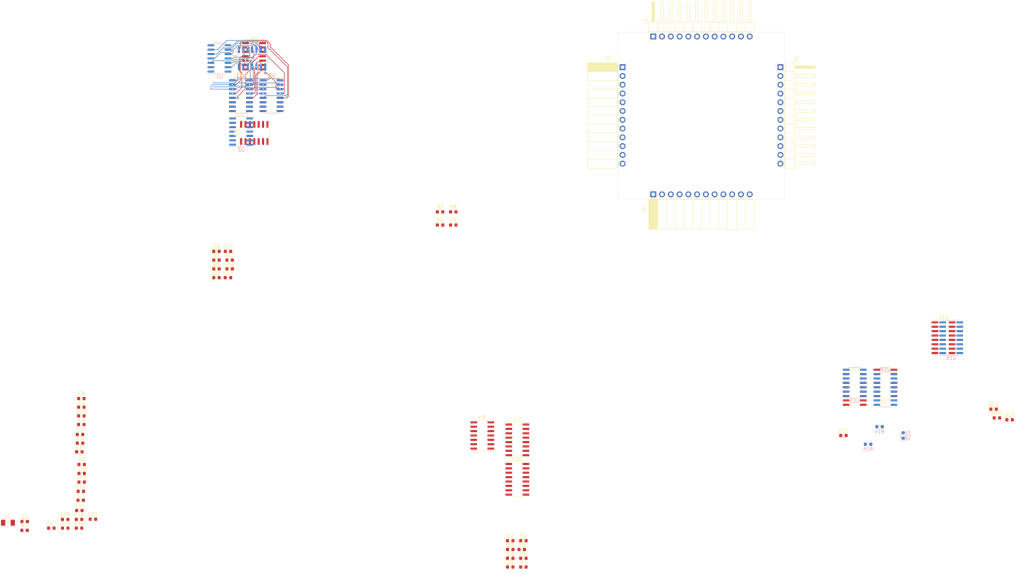
<source format=kicad_pcb>
(kicad_pcb (version 20171130) (host pcbnew 5.1.2)

  (general
    (thickness 1.6)
    (drawings 4)
    (tracks 229)
    (zones 0)
    (modules 71)
    (nets 111)
  )

  (page A4)
  (layers
    (0 F.Cu signal)
    (31 B.Cu signal)
    (32 B.Adhes user)
    (33 F.Adhes user)
    (34 B.Paste user)
    (35 F.Paste user)
    (36 B.SilkS user)
    (37 F.SilkS user)
    (38 B.Mask user)
    (39 F.Mask user)
    (40 Dwgs.User user)
    (41 Cmts.User user)
    (42 Eco1.User user)
    (43 Eco2.User user)
    (44 Edge.Cuts user)
    (45 Margin user)
    (46 B.CrtYd user)
    (47 F.CrtYd user)
    (48 B.Fab user hide)
    (49 F.Fab user)
  )

  (setup
    (last_trace_width 0.1524)
    (trace_clearance 0.1524)
    (zone_clearance 0.508)
    (zone_45_only no)
    (trace_min 0.1524)
    (via_size 0.6)
    (via_drill 0.3)
    (via_min_size 0.4)
    (via_min_drill 0.3)
    (uvia_size 0.3)
    (uvia_drill 0.1)
    (uvias_allowed no)
    (uvia_min_size 0.2)
    (uvia_min_drill 0.1)
    (edge_width 0.05)
    (segment_width 0.2)
    (pcb_text_width 0.3)
    (pcb_text_size 1.5 1.5)
    (mod_edge_width 0.12)
    (mod_text_size 1 1)
    (mod_text_width 0.15)
    (pad_size 1.524 1.524)
    (pad_drill 0.762)
    (pad_to_mask_clearance 0.051)
    (solder_mask_min_width 0.25)
    (aux_axis_origin 0 0)
    (visible_elements FFFFFF7F)
    (pcbplotparams
      (layerselection 0x010fc_ffffffff)
      (usegerberextensions false)
      (usegerberattributes false)
      (usegerberadvancedattributes false)
      (creategerberjobfile false)
      (excludeedgelayer true)
      (linewidth 0.100000)
      (plotframeref false)
      (viasonmask false)
      (mode 1)
      (useauxorigin false)
      (hpglpennumber 1)
      (hpglpenspeed 20)
      (hpglpendiameter 15.000000)
      (psnegative false)
      (psa4output false)
      (plotreference true)
      (plotvalue true)
      (plotinvisibletext false)
      (padsonsilk false)
      (subtractmaskfromsilk false)
      (outputformat 1)
      (mirror false)
      (drillshape 1)
      (scaleselection 1)
      (outputdirectory ""))
  )

  (net 0 "")
  (net 1 GND)
  (net 2 VCC)
  (net 3 "Net-(D1-Pad2)")
  (net 4 /LogicBlock/cfg29)
  (net 5 "Net-(D2-Pad2)")
  (net 6 "Net-(D3-Pad2)")
  (net 7 "Net-(D4-Pad2)")
  (net 8 "Net-(D5-Pad2)")
  (net 9 "Net-(D6-Pad1)")
  (net 10 "Net-(D6-Pad2)")
  (net 11 "Net-(D7-Pad1)")
  (net 12 "Net-(D7-Pad2)")
  (net 13 "Net-(D8-Pad2)")
  (net 14 /LogicBlock/LUTD/lut_in3_n)
  (net 15 /LogicBlock/LUTD/lut_b_en_n)
  (net 16 /LogicBlock/LUTD/lut_a_en_n)
  (net 17 /LogicBlock/LUTD/async_a)
  (net 18 /LogicBlock/LUTD/async_c)
  (net 19 /LogicBlock/LUTD/async_b)
  (net 20 /fabric_t3)
  (net 21 /fabric_t2)
  (net 22 /fabric_t1)
  (net 23 /fabric_t0)
  (net 24 "Net-(J1-Pad8)")
  (net 25 "Net-(J1-Pad7)")
  (net 26 /LogicBlock/isp_mosi)
  (net 27 /LogicBlock/isp_sck)
  (net 28 /LogicBlock/rst_n)
  (net 29 /LogicBlock/clk)
  (net 30 "Net-(J2-Pad7)")
  (net 31 "Net-(J2-Pad8)")
  (net 32 /fabric_l0)
  (net 33 /fabric_l1)
  (net 34 /fabric_l2)
  (net 35 /fabric_l3)
  (net 36 /LogicBlock/isp_miso)
  (net 37 "Net-(J3-Pad8)")
  (net 38 /fabric_b2)
  (net 39 /fabric_b1)
  (net 40 /fabric_b0)
  (net 41 "Net-(J4-Pad8)")
  (net 42 "Net-(R2-Pad2)")
  (net 43 /LogicBlock/lut_out_a)
  (net 44 /LogicBlock/lut_out_c)
  (net 45 /LogicBlock/lut_out_b)
  (net 46 /LogicBlock/lut_out_b_async)
  (net 47 "Net-(R8-Pad2)")
  (net 48 /LogicBlock/cfg28)
  (net 49 /LogicBlock/cfg31)
  (net 50 /LogicBlock/cfg0)
  (net 51 /LogicBlock/cfg1)
  (net 52 /LogicBlock/cfg2)
  (net 53 /LogicBlock/cfg3)
  (net 54 /LogicBlock/cfg4)
  (net 55 /LogicBlock/cfg5)
  (net 56 /LogicBlock/cfg6)
  (net 57 /LogicBlock/cfg7)
  (net 58 /LogicBlock/cfg15)
  (net 59 /LogicBlock/cfg16)
  (net 60 /LogicBlock/cfg17)
  (net 61 /LogicBlock/cfg18)
  (net 62 /LogicBlock/cfg19)
  (net 63 /LogicBlock/cfg20)
  (net 64 /LogicBlock/cfg21)
  (net 65 /LogicBlock/cfg22)
  (net 66 /LogicBlock/cfg23)
  (net 67 /LogicBlock/cfg14)
  (net 68 /LogicBlock/cfg13)
  (net 69 /LogicBlock/cfg12)
  (net 70 /LogicBlock/cfg11)
  (net 71 /LogicBlock/cfg10)
  (net 72 /LogicBlock/cfg9)
  (net 73 /LogicBlock/cfg8)
  (net 74 /LogicBlock/cfg30)
  (net 75 /LogicBlock/cfg27)
  (net 76 /LogicBlock/cfg26)
  (net 77 /LogicBlock/cfg25)
  (net 78 /LogicBlock/cfg24)
  (net 79 /LogicBlock/lut_in0)
  (net 80 /LogicBlock/lut_in2)
  (net 81 /LogicBlock/lut_in1)
  (net 82 /LogicBlock/lut_in3)
  (net 83 "Net-(U13-Pad13)")
  (net 84 "Net-(U13-Pad12)")
  (net 85 "Net-(U13-Pad11)")
  (net 86 "Net-(U13-Pad10)")
  (net 87 "Net-(U13-Pad6)")
  (net 88 "Net-(U13-Pad5)")
  (net 89 "Net-(U13-Pad4)")
  (net 90 "Net-(U13-Pad3)")
  (net 91 "Net-(U14-Pad6)")
  (net 92 /LogicBlock/LUTD/sync_a)
  (net 93 /LogicBlock/LUTD/sync_c)
  (net 94 /LogicBlock/LUTD/sync_b)
  (net 95 "Net-(U16-Pad15)")
  (net 96 "Net-(U16-Pad12)")
  (net 97 "Net-(U16-Pad10)")
  (net 98 "Net-(U17-Pad3)")
  (net 99 "Net-(U17-Pad4)")
  (net 100 "Net-(U17-Pad5)")
  (net 101 "Net-(U17-Pad6)")
  (net 102 "Net-(U17-Pad10)")
  (net 103 "Net-(U17-Pad11)")
  (net 104 "Net-(U17-Pad12)")
  (net 105 "Net-(U18-Pad6)")
  (net 106 "Net-(D8-Pad1)")
  (net 107 "Net-(D9-Pad2)")
  (net 108 "Net-(R3-Pad2)")
  (net 109 "Net-(R9-Pad2)")
  (net 110 /fabric_b3)

  (net_class Default "This is the default net class."
    (clearance 0.1524)
    (trace_width 0.1524)
    (via_dia 0.6)
    (via_drill 0.3)
    (uvia_dia 0.3)
    (uvia_drill 0.1)
    (add_net /LogicBlock/LUTD/async_a)
    (add_net /LogicBlock/LUTD/async_b)
    (add_net /LogicBlock/LUTD/async_c)
    (add_net /LogicBlock/LUTD/lut_a_en_n)
    (add_net /LogicBlock/LUTD/lut_b_en_n)
    (add_net /LogicBlock/LUTD/lut_in3_n)
    (add_net /LogicBlock/LUTD/sync_a)
    (add_net /LogicBlock/LUTD/sync_b)
    (add_net /LogicBlock/LUTD/sync_c)
    (add_net /LogicBlock/cfg0)
    (add_net /LogicBlock/cfg1)
    (add_net /LogicBlock/cfg10)
    (add_net /LogicBlock/cfg11)
    (add_net /LogicBlock/cfg12)
    (add_net /LogicBlock/cfg13)
    (add_net /LogicBlock/cfg14)
    (add_net /LogicBlock/cfg15)
    (add_net /LogicBlock/cfg16)
    (add_net /LogicBlock/cfg17)
    (add_net /LogicBlock/cfg18)
    (add_net /LogicBlock/cfg19)
    (add_net /LogicBlock/cfg2)
    (add_net /LogicBlock/cfg20)
    (add_net /LogicBlock/cfg21)
    (add_net /LogicBlock/cfg22)
    (add_net /LogicBlock/cfg23)
    (add_net /LogicBlock/cfg24)
    (add_net /LogicBlock/cfg25)
    (add_net /LogicBlock/cfg26)
    (add_net /LogicBlock/cfg27)
    (add_net /LogicBlock/cfg28)
    (add_net /LogicBlock/cfg29)
    (add_net /LogicBlock/cfg3)
    (add_net /LogicBlock/cfg30)
    (add_net /LogicBlock/cfg31)
    (add_net /LogicBlock/cfg4)
    (add_net /LogicBlock/cfg5)
    (add_net /LogicBlock/cfg6)
    (add_net /LogicBlock/cfg7)
    (add_net /LogicBlock/cfg8)
    (add_net /LogicBlock/cfg9)
    (add_net /LogicBlock/clk)
    (add_net /LogicBlock/isp_miso)
    (add_net /LogicBlock/isp_mosi)
    (add_net /LogicBlock/isp_sck)
    (add_net /LogicBlock/lut_in0)
    (add_net /LogicBlock/lut_in1)
    (add_net /LogicBlock/lut_in2)
    (add_net /LogicBlock/lut_in3)
    (add_net /LogicBlock/lut_out_a)
    (add_net /LogicBlock/lut_out_b)
    (add_net /LogicBlock/lut_out_b_async)
    (add_net /LogicBlock/lut_out_c)
    (add_net /LogicBlock/rst_n)
    (add_net /fabric_b0)
    (add_net /fabric_b1)
    (add_net /fabric_b2)
    (add_net /fabric_b3)
    (add_net /fabric_l0)
    (add_net /fabric_l1)
    (add_net /fabric_l2)
    (add_net /fabric_l3)
    (add_net /fabric_t0)
    (add_net /fabric_t1)
    (add_net /fabric_t2)
    (add_net /fabric_t3)
    (add_net GND)
    (add_net "Net-(D1-Pad2)")
    (add_net "Net-(D2-Pad2)")
    (add_net "Net-(D3-Pad2)")
    (add_net "Net-(D4-Pad2)")
    (add_net "Net-(D5-Pad2)")
    (add_net "Net-(D6-Pad1)")
    (add_net "Net-(D6-Pad2)")
    (add_net "Net-(D7-Pad1)")
    (add_net "Net-(D7-Pad2)")
    (add_net "Net-(D8-Pad1)")
    (add_net "Net-(D8-Pad2)")
    (add_net "Net-(D9-Pad2)")
    (add_net "Net-(J1-Pad7)")
    (add_net "Net-(J1-Pad8)")
    (add_net "Net-(J2-Pad7)")
    (add_net "Net-(J2-Pad8)")
    (add_net "Net-(J3-Pad8)")
    (add_net "Net-(J4-Pad8)")
    (add_net "Net-(R2-Pad2)")
    (add_net "Net-(R3-Pad2)")
    (add_net "Net-(R8-Pad2)")
    (add_net "Net-(R9-Pad2)")
    (add_net "Net-(U13-Pad10)")
    (add_net "Net-(U13-Pad11)")
    (add_net "Net-(U13-Pad12)")
    (add_net "Net-(U13-Pad13)")
    (add_net "Net-(U13-Pad3)")
    (add_net "Net-(U13-Pad4)")
    (add_net "Net-(U13-Pad5)")
    (add_net "Net-(U13-Pad6)")
    (add_net "Net-(U14-Pad6)")
    (add_net "Net-(U16-Pad10)")
    (add_net "Net-(U16-Pad12)")
    (add_net "Net-(U16-Pad15)")
    (add_net "Net-(U17-Pad10)")
    (add_net "Net-(U17-Pad11)")
    (add_net "Net-(U17-Pad12)")
    (add_net "Net-(U17-Pad3)")
    (add_net "Net-(U17-Pad4)")
    (add_net "Net-(U17-Pad5)")
    (add_net "Net-(U17-Pad6)")
    (add_net "Net-(U18-Pad6)")
    (add_net VCC)
  )

  (module Package_SO:SOIC-16_3.9x9.9mm_P1.27mm (layer F.Cu) (tedit 5C97300E) (tstamp 5CF7D198)
    (at 98.995 61.595)
    (descr "SOIC, 16 Pin (JEDEC MS-012AC, https://www.analog.com/media/en/package-pcb-resources/package/pkg_pdf/soic_narrow-r/r_16.pdf), generated with kicad-footprint-generator ipc_gullwing_generator.py")
    (tags "SOIC SO")
    (path /5D77FDBE/5DDDB233)
    (attr smd)
    (fp_text reference U8 (at 0 -5.9) (layer F.SilkS)
      (effects (font (size 1 1) (thickness 0.15)))
    )
    (fp_text value 74251 (at 0 5.9) (layer F.Fab)
      (effects (font (size 1 1) (thickness 0.15)))
    )
    (fp_line (start 0 5.06) (end 1.95 5.06) (layer F.SilkS) (width 0.12))
    (fp_line (start 0 5.06) (end -1.95 5.06) (layer F.SilkS) (width 0.12))
    (fp_line (start 0 -5.06) (end 1.95 -5.06) (layer F.SilkS) (width 0.12))
    (fp_line (start 0 -5.06) (end -3.45 -5.06) (layer F.SilkS) (width 0.12))
    (fp_line (start -0.975 -4.95) (end 1.95 -4.95) (layer F.Fab) (width 0.1))
    (fp_line (start 1.95 -4.95) (end 1.95 4.95) (layer F.Fab) (width 0.1))
    (fp_line (start 1.95 4.95) (end -1.95 4.95) (layer F.Fab) (width 0.1))
    (fp_line (start -1.95 4.95) (end -1.95 -3.975) (layer F.Fab) (width 0.1))
    (fp_line (start -1.95 -3.975) (end -0.975 -4.95) (layer F.Fab) (width 0.1))
    (fp_line (start -3.7 -5.2) (end -3.7 5.2) (layer F.CrtYd) (width 0.05))
    (fp_line (start -3.7 5.2) (end 3.7 5.2) (layer F.CrtYd) (width 0.05))
    (fp_line (start 3.7 5.2) (end 3.7 -5.2) (layer F.CrtYd) (width 0.05))
    (fp_line (start 3.7 -5.2) (end -3.7 -5.2) (layer F.CrtYd) (width 0.05))
    (fp_text user %R (at 0 0) (layer F.Fab)
      (effects (font (size 0.98 0.98) (thickness 0.15)))
    )
    (pad 1 smd roundrect (at -2.475 -4.445) (size 1.95 0.6) (layers F.Cu F.Paste F.Mask) (roundrect_rratio 0.25)
      (net 34 /fabric_l2))
    (pad 2 smd roundrect (at -2.475 -3.175) (size 1.95 0.6) (layers F.Cu F.Paste F.Mask) (roundrect_rratio 0.25)
      (net 35 /fabric_l3))
    (pad 3 smd roundrect (at -2.475 -1.905) (size 1.95 0.6) (layers F.Cu F.Paste F.Mask) (roundrect_rratio 0.25)
      (net 32 /fabric_l0))
    (pad 4 smd roundrect (at -2.475 -0.635) (size 1.95 0.6) (layers F.Cu F.Paste F.Mask) (roundrect_rratio 0.25)
      (net 38 /fabric_b2))
    (pad 5 smd roundrect (at -2.475 0.635) (size 1.95 0.6) (layers F.Cu F.Paste F.Mask) (roundrect_rratio 0.25)
      (net 79 /LogicBlock/lut_in0))
    (pad 6 smd roundrect (at -2.475 1.905) (size 1.95 0.6) (layers F.Cu F.Paste F.Mask) (roundrect_rratio 0.25)
      (net 9 "Net-(D6-Pad1)"))
    (pad 7 smd roundrect (at -2.475 3.175) (size 1.95 0.6) (layers F.Cu F.Paste F.Mask) (roundrect_rratio 0.25)
      (net 1 GND))
    (pad 8 smd roundrect (at -2.475 4.445) (size 1.95 0.6) (layers F.Cu F.Paste F.Mask) (roundrect_rratio 0.25)
      (net 1 GND))
    (pad 9 smd roundrect (at 2.475 4.445) (size 1.95 0.6) (layers F.Cu F.Paste F.Mask) (roundrect_rratio 0.25)
      (net 61 /LogicBlock/cfg18))
    (pad 10 smd roundrect (at 2.475 3.175) (size 1.95 0.6) (layers F.Cu F.Paste F.Mask) (roundrect_rratio 0.25)
      (net 60 /LogicBlock/cfg17))
    (pad 11 smd roundrect (at 2.475 1.905) (size 1.95 0.6) (layers F.Cu F.Paste F.Mask) (roundrect_rratio 0.25)
      (net 59 /LogicBlock/cfg16))
    (pad 12 smd roundrect (at 2.475 0.635) (size 1.95 0.6) (layers F.Cu F.Paste F.Mask) (roundrect_rratio 0.25)
      (net 23 /fabric_t0))
    (pad 13 smd roundrect (at 2.475 -0.635) (size 1.95 0.6) (layers F.Cu F.Paste F.Mask) (roundrect_rratio 0.25)
      (net 40 /fabric_b0))
    (pad 14 smd roundrect (at 2.475 -1.905) (size 1.95 0.6) (layers F.Cu F.Paste F.Mask) (roundrect_rratio 0.25)
      (net 39 /fabric_b1))
    (pad 15 smd roundrect (at 2.475 -3.175) (size 1.95 0.6) (layers F.Cu F.Paste F.Mask) (roundrect_rratio 0.25)
      (net 33 /fabric_l1))
    (pad 16 smd roundrect (at 2.475 -4.445) (size 1.95 0.6) (layers F.Cu F.Paste F.Mask) (roundrect_rratio 0.25)
      (net 2 VCC))
    (model ${KISYS3DMOD}/Package_SO.3dshapes/SOIC-16_3.9x9.9mm_P1.27mm.wrl
      (at (xyz 0 0 0))
      (scale (xyz 1 1 1))
      (rotate (xyz 0 0 0))
    )
  )

  (module Capacitor_SMD:C_0603_1608Metric (layer F.Cu) (tedit 5B301BBE) (tstamp 5CF2C299)
    (at 52.776001 151.830001)
    (descr "Capacitor SMD 0603 (1608 Metric), square (rectangular) end terminal, IPC_7351 nominal, (Body size source: http://www.tortai-tech.com/upload/download/2011102023233369053.pdf), generated with kicad-footprint-generator")
    (tags capacitor)
    (path /5D77FDBE/5D1457D8)
    (attr smd)
    (fp_text reference C2 (at 0 -1.43) (layer F.SilkS)
      (effects (font (size 1 1) (thickness 0.15)))
    )
    (fp_text value 100n (at 0 1.43) (layer F.Fab)
      (effects (font (size 1 1) (thickness 0.15)))
    )
    (fp_text user %R (at 0 0) (layer F.Fab)
      (effects (font (size 0.4 0.4) (thickness 0.06)))
    )
    (fp_line (start 1.48 0.73) (end -1.48 0.73) (layer F.CrtYd) (width 0.05))
    (fp_line (start 1.48 -0.73) (end 1.48 0.73) (layer F.CrtYd) (width 0.05))
    (fp_line (start -1.48 -0.73) (end 1.48 -0.73) (layer F.CrtYd) (width 0.05))
    (fp_line (start -1.48 0.73) (end -1.48 -0.73) (layer F.CrtYd) (width 0.05))
    (fp_line (start -0.162779 0.51) (end 0.162779 0.51) (layer F.SilkS) (width 0.12))
    (fp_line (start -0.162779 -0.51) (end 0.162779 -0.51) (layer F.SilkS) (width 0.12))
    (fp_line (start 0.8 0.4) (end -0.8 0.4) (layer F.Fab) (width 0.1))
    (fp_line (start 0.8 -0.4) (end 0.8 0.4) (layer F.Fab) (width 0.1))
    (fp_line (start -0.8 -0.4) (end 0.8 -0.4) (layer F.Fab) (width 0.1))
    (fp_line (start -0.8 0.4) (end -0.8 -0.4) (layer F.Fab) (width 0.1))
    (pad 2 smd roundrect (at 0.7875 0) (size 0.875 0.95) (layers F.Cu F.Paste F.Mask) (roundrect_rratio 0.25)
      (net 1 GND))
    (pad 1 smd roundrect (at -0.7875 0) (size 0.875 0.95) (layers F.Cu F.Paste F.Mask) (roundrect_rratio 0.25)
      (net 2 VCC))
    (model ${KISYS3DMOD}/Capacitor_SMD.3dshapes/C_0603_1608Metric.wrl
      (at (xyz 0 0 0))
      (scale (xyz 1 1 1))
      (rotate (xyz 0 0 0))
    )
  )

  (module Capacitor_SMD:C_0603_1608Metric (layer F.Cu) (tedit 5B301BBE) (tstamp 5CF2C2AA)
    (at 52.776001 156.850001)
    (descr "Capacitor SMD 0603 (1608 Metric), square (rectangular) end terminal, IPC_7351 nominal, (Body size source: http://www.tortai-tech.com/upload/download/2011102023233369053.pdf), generated with kicad-footprint-generator")
    (tags capacitor)
    (path /5D77FDBE/5D14873A)
    (attr smd)
    (fp_text reference C3 (at 0 -1.43) (layer F.SilkS)
      (effects (font (size 1 1) (thickness 0.15)))
    )
    (fp_text value 100n (at 0 1.43) (layer F.Fab)
      (effects (font (size 1 1) (thickness 0.15)))
    )
    (fp_text user %R (at 0 0) (layer F.Fab)
      (effects (font (size 0.4 0.4) (thickness 0.06)))
    )
    (fp_line (start 1.48 0.73) (end -1.48 0.73) (layer F.CrtYd) (width 0.05))
    (fp_line (start 1.48 -0.73) (end 1.48 0.73) (layer F.CrtYd) (width 0.05))
    (fp_line (start -1.48 -0.73) (end 1.48 -0.73) (layer F.CrtYd) (width 0.05))
    (fp_line (start -1.48 0.73) (end -1.48 -0.73) (layer F.CrtYd) (width 0.05))
    (fp_line (start -0.162779 0.51) (end 0.162779 0.51) (layer F.SilkS) (width 0.12))
    (fp_line (start -0.162779 -0.51) (end 0.162779 -0.51) (layer F.SilkS) (width 0.12))
    (fp_line (start 0.8 0.4) (end -0.8 0.4) (layer F.Fab) (width 0.1))
    (fp_line (start 0.8 -0.4) (end 0.8 0.4) (layer F.Fab) (width 0.1))
    (fp_line (start -0.8 -0.4) (end 0.8 -0.4) (layer F.Fab) (width 0.1))
    (fp_line (start -0.8 0.4) (end -0.8 -0.4) (layer F.Fab) (width 0.1))
    (pad 2 smd roundrect (at 0.7875 0) (size 0.875 0.95) (layers F.Cu F.Paste F.Mask) (roundrect_rratio 0.25)
      (net 1 GND))
    (pad 1 smd roundrect (at -0.7875 0) (size 0.875 0.95) (layers F.Cu F.Paste F.Mask) (roundrect_rratio 0.25)
      (net 2 VCC))
    (model ${KISYS3DMOD}/Capacitor_SMD.3dshapes/C_0603_1608Metric.wrl
      (at (xyz 0 0 0))
      (scale (xyz 1 1 1))
      (rotate (xyz 0 0 0))
    )
  )

  (module Capacitor_SMD:C_0603_1608Metric (layer F.Cu) (tedit 5B301BBE) (tstamp 5CF2C2BB)
    (at 52.386001 159.730001)
    (descr "Capacitor SMD 0603 (1608 Metric), square (rectangular) end terminal, IPC_7351 nominal, (Body size source: http://www.tortai-tech.com/upload/download/2011102023233369053.pdf), generated with kicad-footprint-generator")
    (tags capacitor)
    (path /5D77FDBE/5D148C32)
    (attr smd)
    (fp_text reference C4 (at 0 -1.43) (layer F.SilkS)
      (effects (font (size 1 1) (thickness 0.15)))
    )
    (fp_text value 100n (at 0 1.43) (layer F.Fab)
      (effects (font (size 1 1) (thickness 0.15)))
    )
    (fp_line (start -0.8 0.4) (end -0.8 -0.4) (layer F.Fab) (width 0.1))
    (fp_line (start -0.8 -0.4) (end 0.8 -0.4) (layer F.Fab) (width 0.1))
    (fp_line (start 0.8 -0.4) (end 0.8 0.4) (layer F.Fab) (width 0.1))
    (fp_line (start 0.8 0.4) (end -0.8 0.4) (layer F.Fab) (width 0.1))
    (fp_line (start -0.162779 -0.51) (end 0.162779 -0.51) (layer F.SilkS) (width 0.12))
    (fp_line (start -0.162779 0.51) (end 0.162779 0.51) (layer F.SilkS) (width 0.12))
    (fp_line (start -1.48 0.73) (end -1.48 -0.73) (layer F.CrtYd) (width 0.05))
    (fp_line (start -1.48 -0.73) (end 1.48 -0.73) (layer F.CrtYd) (width 0.05))
    (fp_line (start 1.48 -0.73) (end 1.48 0.73) (layer F.CrtYd) (width 0.05))
    (fp_line (start 1.48 0.73) (end -1.48 0.73) (layer F.CrtYd) (width 0.05))
    (fp_text user %R (at 0 0) (layer F.Fab)
      (effects (font (size 0.4 0.4) (thickness 0.06)))
    )
    (pad 1 smd roundrect (at -0.7875 0) (size 0.875 0.95) (layers F.Cu F.Paste F.Mask) (roundrect_rratio 0.25)
      (net 2 VCC))
    (pad 2 smd roundrect (at 0.7875 0) (size 0.875 0.95) (layers F.Cu F.Paste F.Mask) (roundrect_rratio 0.25)
      (net 1 GND))
    (model ${KISYS3DMOD}/Capacitor_SMD.3dshapes/C_0603_1608Metric.wrl
      (at (xyz 0 0 0))
      (scale (xyz 1 1 1))
      (rotate (xyz 0 0 0))
    )
  )

  (module Capacitor_SMD:C_0603_1608Metric (layer F.Cu) (tedit 5B301BBE) (tstamp 5CF2C2CC)
    (at 52.196001 164.750001)
    (descr "Capacitor SMD 0603 (1608 Metric), square (rectangular) end terminal, IPC_7351 nominal, (Body size source: http://www.tortai-tech.com/upload/download/2011102023233369053.pdf), generated with kicad-footprint-generator")
    (tags capacitor)
    (path /5D77FDBE/5D1490B6)
    (attr smd)
    (fp_text reference C5 (at 0 -1.43) (layer F.SilkS)
      (effects (font (size 1 1) (thickness 0.15)))
    )
    (fp_text value 100n (at 0 1.43) (layer F.Fab)
      (effects (font (size 1 1) (thickness 0.15)))
    )
    (fp_text user %R (at 0 0) (layer F.Fab)
      (effects (font (size 0.4 0.4) (thickness 0.06)))
    )
    (fp_line (start 1.48 0.73) (end -1.48 0.73) (layer F.CrtYd) (width 0.05))
    (fp_line (start 1.48 -0.73) (end 1.48 0.73) (layer F.CrtYd) (width 0.05))
    (fp_line (start -1.48 -0.73) (end 1.48 -0.73) (layer F.CrtYd) (width 0.05))
    (fp_line (start -1.48 0.73) (end -1.48 -0.73) (layer F.CrtYd) (width 0.05))
    (fp_line (start -0.162779 0.51) (end 0.162779 0.51) (layer F.SilkS) (width 0.12))
    (fp_line (start -0.162779 -0.51) (end 0.162779 -0.51) (layer F.SilkS) (width 0.12))
    (fp_line (start 0.8 0.4) (end -0.8 0.4) (layer F.Fab) (width 0.1))
    (fp_line (start 0.8 -0.4) (end 0.8 0.4) (layer F.Fab) (width 0.1))
    (fp_line (start -0.8 -0.4) (end 0.8 -0.4) (layer F.Fab) (width 0.1))
    (fp_line (start -0.8 0.4) (end -0.8 -0.4) (layer F.Fab) (width 0.1))
    (pad 2 smd roundrect (at 0.7875 0) (size 0.875 0.95) (layers F.Cu F.Paste F.Mask) (roundrect_rratio 0.25)
      (net 1 GND))
    (pad 1 smd roundrect (at -0.7875 0) (size 0.875 0.95) (layers F.Cu F.Paste F.Mask) (roundrect_rratio 0.25)
      (net 2 VCC))
    (model ${KISYS3DMOD}/Capacitor_SMD.3dshapes/C_0603_1608Metric.wrl
      (at (xyz 0 0 0))
      (scale (xyz 1 1 1))
      (rotate (xyz 0 0 0))
    )
  )

  (module Capacitor_SMD:C_0603_1608Metric (layer F.Cu) (tedit 5B301BBE) (tstamp 5CF2C2DD)
    (at 52.396001 162.240001)
    (descr "Capacitor SMD 0603 (1608 Metric), square (rectangular) end terminal, IPC_7351 nominal, (Body size source: http://www.tortai-tech.com/upload/download/2011102023233369053.pdf), generated with kicad-footprint-generator")
    (tags capacitor)
    (path /5D77FDBE/5D25277D)
    (attr smd)
    (fp_text reference C6 (at 0 -1.43) (layer F.SilkS)
      (effects (font (size 1 1) (thickness 0.15)))
    )
    (fp_text value 100n (at 0 1.43) (layer F.Fab)
      (effects (font (size 1 1) (thickness 0.15)))
    )
    (fp_line (start -0.8 0.4) (end -0.8 -0.4) (layer F.Fab) (width 0.1))
    (fp_line (start -0.8 -0.4) (end 0.8 -0.4) (layer F.Fab) (width 0.1))
    (fp_line (start 0.8 -0.4) (end 0.8 0.4) (layer F.Fab) (width 0.1))
    (fp_line (start 0.8 0.4) (end -0.8 0.4) (layer F.Fab) (width 0.1))
    (fp_line (start -0.162779 -0.51) (end 0.162779 -0.51) (layer F.SilkS) (width 0.12))
    (fp_line (start -0.162779 0.51) (end 0.162779 0.51) (layer F.SilkS) (width 0.12))
    (fp_line (start -1.48 0.73) (end -1.48 -0.73) (layer F.CrtYd) (width 0.05))
    (fp_line (start -1.48 -0.73) (end 1.48 -0.73) (layer F.CrtYd) (width 0.05))
    (fp_line (start 1.48 -0.73) (end 1.48 0.73) (layer F.CrtYd) (width 0.05))
    (fp_line (start 1.48 0.73) (end -1.48 0.73) (layer F.CrtYd) (width 0.05))
    (fp_text user %R (at 0 0) (layer F.Fab)
      (effects (font (size 0.4 0.4) (thickness 0.06)))
    )
    (pad 1 smd roundrect (at -0.7875 0) (size 0.875 0.95) (layers F.Cu F.Paste F.Mask) (roundrect_rratio 0.25)
      (net 2 VCC))
    (pad 2 smd roundrect (at 0.7875 0) (size 0.875 0.95) (layers F.Cu F.Paste F.Mask) (roundrect_rratio 0.25)
      (net 1 GND))
    (model ${KISYS3DMOD}/Capacitor_SMD.3dshapes/C_0603_1608Metric.wrl
      (at (xyz 0 0 0))
      (scale (xyz 1 1 1))
      (rotate (xyz 0 0 0))
    )
  )

  (module Capacitor_SMD:C_0603_1608Metric (layer F.Cu) (tedit 5B301BBE) (tstamp 5CF2C2EE)
    (at 52.586001 178.780001)
    (descr "Capacitor SMD 0603 (1608 Metric), square (rectangular) end terminal, IPC_7351 nominal, (Body size source: http://www.tortai-tech.com/upload/download/2011102023233369053.pdf), generated with kicad-footprint-generator")
    (tags capacitor)
    (path /5D77FDBE/5D252787)
    (attr smd)
    (fp_text reference C7 (at 0 -1.43) (layer F.SilkS)
      (effects (font (size 1 1) (thickness 0.15)))
    )
    (fp_text value 100n (at 0 1.43) (layer F.Fab)
      (effects (font (size 1 1) (thickness 0.15)))
    )
    (fp_text user %R (at 0 0) (layer F.Fab)
      (effects (font (size 0.4 0.4) (thickness 0.06)))
    )
    (fp_line (start 1.48 0.73) (end -1.48 0.73) (layer F.CrtYd) (width 0.05))
    (fp_line (start 1.48 -0.73) (end 1.48 0.73) (layer F.CrtYd) (width 0.05))
    (fp_line (start -1.48 -0.73) (end 1.48 -0.73) (layer F.CrtYd) (width 0.05))
    (fp_line (start -1.48 0.73) (end -1.48 -0.73) (layer F.CrtYd) (width 0.05))
    (fp_line (start -0.162779 0.51) (end 0.162779 0.51) (layer F.SilkS) (width 0.12))
    (fp_line (start -0.162779 -0.51) (end 0.162779 -0.51) (layer F.SilkS) (width 0.12))
    (fp_line (start 0.8 0.4) (end -0.8 0.4) (layer F.Fab) (width 0.1))
    (fp_line (start 0.8 -0.4) (end 0.8 0.4) (layer F.Fab) (width 0.1))
    (fp_line (start -0.8 -0.4) (end 0.8 -0.4) (layer F.Fab) (width 0.1))
    (fp_line (start -0.8 0.4) (end -0.8 -0.4) (layer F.Fab) (width 0.1))
    (pad 2 smd roundrect (at 0.7875 0) (size 0.875 0.95) (layers F.Cu F.Paste F.Mask) (roundrect_rratio 0.25)
      (net 1 GND))
    (pad 1 smd roundrect (at -0.7875 0) (size 0.875 0.95) (layers F.Cu F.Paste F.Mask) (roundrect_rratio 0.25)
      (net 2 VCC))
    (model ${KISYS3DMOD}/Capacitor_SMD.3dshapes/C_0603_1608Metric.wrl
      (at (xyz 0 0 0))
      (scale (xyz 1 1 1))
      (rotate (xyz 0 0 0))
    )
  )

  (module Capacitor_SMD:C_0603_1608Metric (layer F.Cu) (tedit 5B301BBE) (tstamp 5CF2C2FF)
    (at 52.776001 149.320001)
    (descr "Capacitor SMD 0603 (1608 Metric), square (rectangular) end terminal, IPC_7351 nominal, (Body size source: http://www.tortai-tech.com/upload/download/2011102023233369053.pdf), generated with kicad-footprint-generator")
    (tags capacitor)
    (path /5D77FDBE/5D252791)
    (attr smd)
    (fp_text reference C8 (at 0 -1.43) (layer F.SilkS)
      (effects (font (size 1 1) (thickness 0.15)))
    )
    (fp_text value 100n (at 0 1.43) (layer F.Fab)
      (effects (font (size 1 1) (thickness 0.15)))
    )
    (fp_line (start -0.8 0.4) (end -0.8 -0.4) (layer F.Fab) (width 0.1))
    (fp_line (start -0.8 -0.4) (end 0.8 -0.4) (layer F.Fab) (width 0.1))
    (fp_line (start 0.8 -0.4) (end 0.8 0.4) (layer F.Fab) (width 0.1))
    (fp_line (start 0.8 0.4) (end -0.8 0.4) (layer F.Fab) (width 0.1))
    (fp_line (start -0.162779 -0.51) (end 0.162779 -0.51) (layer F.SilkS) (width 0.12))
    (fp_line (start -0.162779 0.51) (end 0.162779 0.51) (layer F.SilkS) (width 0.12))
    (fp_line (start -1.48 0.73) (end -1.48 -0.73) (layer F.CrtYd) (width 0.05))
    (fp_line (start -1.48 -0.73) (end 1.48 -0.73) (layer F.CrtYd) (width 0.05))
    (fp_line (start 1.48 -0.73) (end 1.48 0.73) (layer F.CrtYd) (width 0.05))
    (fp_line (start 1.48 0.73) (end -1.48 0.73) (layer F.CrtYd) (width 0.05))
    (fp_text user %R (at 0 0) (layer F.Fab)
      (effects (font (size 0.4 0.4) (thickness 0.06)))
    )
    (pad 1 smd roundrect (at -0.7875 0) (size 0.875 0.95) (layers F.Cu F.Paste F.Mask) (roundrect_rratio 0.25)
      (net 2 VCC))
    (pad 2 smd roundrect (at 0.7875 0) (size 0.875 0.95) (layers F.Cu F.Paste F.Mask) (roundrect_rratio 0.25)
      (net 1 GND))
    (model ${KISYS3DMOD}/Capacitor_SMD.3dshapes/C_0603_1608Metric.wrl
      (at (xyz 0 0 0))
      (scale (xyz 1 1 1))
      (rotate (xyz 0 0 0))
    )
  )

  (module Capacitor_SMD:C_0603_1608Metric (layer F.Cu) (tedit 5B301BBE) (tstamp 5CF2C310)
    (at 52.8575 168.420001)
    (descr "Capacitor SMD 0603 (1608 Metric), square (rectangular) end terminal, IPC_7351 nominal, (Body size source: http://www.tortai-tech.com/upload/download/2011102023233369053.pdf), generated with kicad-footprint-generator")
    (tags capacitor)
    (path /5D77FDBE/5D25279B)
    (attr smd)
    (fp_text reference C9 (at 0 -1.43) (layer F.SilkS)
      (effects (font (size 1 1) (thickness 0.15)))
    )
    (fp_text value 100n (at 0 1.43) (layer F.Fab)
      (effects (font (size 1 1) (thickness 0.15)))
    )
    (fp_text user %R (at 0 0) (layer F.Fab)
      (effects (font (size 0.4 0.4) (thickness 0.06)))
    )
    (fp_line (start 1.48 0.73) (end -1.48 0.73) (layer F.CrtYd) (width 0.05))
    (fp_line (start 1.48 -0.73) (end 1.48 0.73) (layer F.CrtYd) (width 0.05))
    (fp_line (start -1.48 -0.73) (end 1.48 -0.73) (layer F.CrtYd) (width 0.05))
    (fp_line (start -1.48 0.73) (end -1.48 -0.73) (layer F.CrtYd) (width 0.05))
    (fp_line (start -0.162779 0.51) (end 0.162779 0.51) (layer F.SilkS) (width 0.12))
    (fp_line (start -0.162779 -0.51) (end 0.162779 -0.51) (layer F.SilkS) (width 0.12))
    (fp_line (start 0.8 0.4) (end -0.8 0.4) (layer F.Fab) (width 0.1))
    (fp_line (start 0.8 -0.4) (end 0.8 0.4) (layer F.Fab) (width 0.1))
    (fp_line (start -0.8 -0.4) (end 0.8 -0.4) (layer F.Fab) (width 0.1))
    (fp_line (start -0.8 0.4) (end -0.8 -0.4) (layer F.Fab) (width 0.1))
    (pad 2 smd roundrect (at 0.7875 0) (size 0.875 0.95) (layers F.Cu F.Paste F.Mask) (roundrect_rratio 0.25)
      (net 1 GND))
    (pad 1 smd roundrect (at -0.7875 0) (size 0.875 0.95) (layers F.Cu F.Paste F.Mask) (roundrect_rratio 0.25)
      (net 2 VCC))
    (model ${KISYS3DMOD}/Capacitor_SMD.3dshapes/C_0603_1608Metric.wrl
      (at (xyz 0 0 0))
      (scale (xyz 1 1 1))
      (rotate (xyz 0 0 0))
    )
  )

  (module Capacitor_SMD:C_0603_1608Metric (layer F.Cu) (tedit 5B301BBE) (tstamp 5CF2C321)
    (at 52.866001 171.010001)
    (descr "Capacitor SMD 0603 (1608 Metric), square (rectangular) end terminal, IPC_7351 nominal, (Body size source: http://www.tortai-tech.com/upload/download/2011102023233369053.pdf), generated with kicad-footprint-generator")
    (tags capacitor)
    (path /5D77FDBE/5D28B2CB)
    (attr smd)
    (fp_text reference C10 (at 0 -1.43) (layer F.SilkS)
      (effects (font (size 1 1) (thickness 0.15)))
    )
    (fp_text value 100n (at 0 1.43) (layer F.Fab)
      (effects (font (size 1 1) (thickness 0.15)))
    )
    (fp_line (start -0.8 0.4) (end -0.8 -0.4) (layer F.Fab) (width 0.1))
    (fp_line (start -0.8 -0.4) (end 0.8 -0.4) (layer F.Fab) (width 0.1))
    (fp_line (start 0.8 -0.4) (end 0.8 0.4) (layer F.Fab) (width 0.1))
    (fp_line (start 0.8 0.4) (end -0.8 0.4) (layer F.Fab) (width 0.1))
    (fp_line (start -0.162779 -0.51) (end 0.162779 -0.51) (layer F.SilkS) (width 0.12))
    (fp_line (start -0.162779 0.51) (end 0.162779 0.51) (layer F.SilkS) (width 0.12))
    (fp_line (start -1.48 0.73) (end -1.48 -0.73) (layer F.CrtYd) (width 0.05))
    (fp_line (start -1.48 -0.73) (end 1.48 -0.73) (layer F.CrtYd) (width 0.05))
    (fp_line (start 1.48 -0.73) (end 1.48 0.73) (layer F.CrtYd) (width 0.05))
    (fp_line (start 1.48 0.73) (end -1.48 0.73) (layer F.CrtYd) (width 0.05))
    (fp_text user %R (at 0 0) (layer F.Fab)
      (effects (font (size 0.4 0.4) (thickness 0.06)))
    )
    (pad 1 smd roundrect (at -0.7875 0) (size 0.875 0.95) (layers F.Cu F.Paste F.Mask) (roundrect_rratio 0.25)
      (net 2 VCC))
    (pad 2 smd roundrect (at 0.7875 0) (size 0.875 0.95) (layers F.Cu F.Paste F.Mask) (roundrect_rratio 0.25)
      (net 1 GND))
    (model ${KISYS3DMOD}/Capacitor_SMD.3dshapes/C_0603_1608Metric.wrl
      (at (xyz 0 0 0))
      (scale (xyz 1 1 1))
      (rotate (xyz 0 0 0))
    )
  )

  (module Capacitor_SMD:C_0603_1608Metric (layer F.Cu) (tedit 5B301BBE) (tstamp 5CF2C332)
    (at 52.866001 173.520001)
    (descr "Capacitor SMD 0603 (1608 Metric), square (rectangular) end terminal, IPC_7351 nominal, (Body size source: http://www.tortai-tech.com/upload/download/2011102023233369053.pdf), generated with kicad-footprint-generator")
    (tags capacitor)
    (path /5D77FDBE/5D28B2D5)
    (attr smd)
    (fp_text reference C11 (at 0 -1.43) (layer F.SilkS)
      (effects (font (size 1 1) (thickness 0.15)))
    )
    (fp_text value 100n (at 0 1.43) (layer F.Fab)
      (effects (font (size 1 1) (thickness 0.15)))
    )
    (fp_text user %R (at 0 0) (layer F.Fab)
      (effects (font (size 0.4 0.4) (thickness 0.06)))
    )
    (fp_line (start 1.48 0.73) (end -1.48 0.73) (layer F.CrtYd) (width 0.05))
    (fp_line (start 1.48 -0.73) (end 1.48 0.73) (layer F.CrtYd) (width 0.05))
    (fp_line (start -1.48 -0.73) (end 1.48 -0.73) (layer F.CrtYd) (width 0.05))
    (fp_line (start -1.48 0.73) (end -1.48 -0.73) (layer F.CrtYd) (width 0.05))
    (fp_line (start -0.162779 0.51) (end 0.162779 0.51) (layer F.SilkS) (width 0.12))
    (fp_line (start -0.162779 -0.51) (end 0.162779 -0.51) (layer F.SilkS) (width 0.12))
    (fp_line (start 0.8 0.4) (end -0.8 0.4) (layer F.Fab) (width 0.1))
    (fp_line (start 0.8 -0.4) (end 0.8 0.4) (layer F.Fab) (width 0.1))
    (fp_line (start -0.8 -0.4) (end 0.8 -0.4) (layer F.Fab) (width 0.1))
    (fp_line (start -0.8 0.4) (end -0.8 -0.4) (layer F.Fab) (width 0.1))
    (pad 2 smd roundrect (at 0.7875 0) (size 0.875 0.95) (layers F.Cu F.Paste F.Mask) (roundrect_rratio 0.25)
      (net 1 GND))
    (pad 1 smd roundrect (at -0.7875 0) (size 0.875 0.95) (layers F.Cu F.Paste F.Mask) (roundrect_rratio 0.25)
      (net 2 VCC))
    (model ${KISYS3DMOD}/Capacitor_SMD.3dshapes/C_0603_1608Metric.wrl
      (at (xyz 0 0 0))
      (scale (xyz 1 1 1))
      (rotate (xyz 0 0 0))
    )
  )

  (module Capacitor_SMD:C_0603_1608Metric (layer F.Cu) (tedit 5B301BBE) (tstamp 5CF2C343)
    (at 52.626001 176.190001)
    (descr "Capacitor SMD 0603 (1608 Metric), square (rectangular) end terminal, IPC_7351 nominal, (Body size source: http://www.tortai-tech.com/upload/download/2011102023233369053.pdf), generated with kicad-footprint-generator")
    (tags capacitor)
    (path /5D77FDBE/5E74B4E0)
    (attr smd)
    (fp_text reference C12 (at 0 -1.43) (layer F.SilkS)
      (effects (font (size 1 1) (thickness 0.15)))
    )
    (fp_text value 100n (at 0 1.43) (layer F.Fab)
      (effects (font (size 1 1) (thickness 0.15)))
    )
    (fp_line (start -0.8 0.4) (end -0.8 -0.4) (layer F.Fab) (width 0.1))
    (fp_line (start -0.8 -0.4) (end 0.8 -0.4) (layer F.Fab) (width 0.1))
    (fp_line (start 0.8 -0.4) (end 0.8 0.4) (layer F.Fab) (width 0.1))
    (fp_line (start 0.8 0.4) (end -0.8 0.4) (layer F.Fab) (width 0.1))
    (fp_line (start -0.162779 -0.51) (end 0.162779 -0.51) (layer F.SilkS) (width 0.12))
    (fp_line (start -0.162779 0.51) (end 0.162779 0.51) (layer F.SilkS) (width 0.12))
    (fp_line (start -1.48 0.73) (end -1.48 -0.73) (layer F.CrtYd) (width 0.05))
    (fp_line (start -1.48 -0.73) (end 1.48 -0.73) (layer F.CrtYd) (width 0.05))
    (fp_line (start 1.48 -0.73) (end 1.48 0.73) (layer F.CrtYd) (width 0.05))
    (fp_line (start 1.48 0.73) (end -1.48 0.73) (layer F.CrtYd) (width 0.05))
    (fp_text user %R (at 0 0) (layer F.Fab)
      (effects (font (size 0.4 0.4) (thickness 0.06)))
    )
    (pad 1 smd roundrect (at -0.7875 0) (size 0.875 0.95) (layers F.Cu F.Paste F.Mask) (roundrect_rratio 0.25)
      (net 2 VCC))
    (pad 2 smd roundrect (at 0.7875 0) (size 0.875 0.95) (layers F.Cu F.Paste F.Mask) (roundrect_rratio 0.25)
      (net 1 GND))
    (model ${KISYS3DMOD}/Capacitor_SMD.3dshapes/C_0603_1608Metric.wrl
      (at (xyz 0 0 0))
      (scale (xyz 1 1 1))
      (rotate (xyz 0 0 0))
    )
  )

  (module Capacitor_SMD:C_0603_1608Metric (layer F.Cu) (tedit 5B301BBE) (tstamp 5CF2C354)
    (at 52.776001 154.340001)
    (descr "Capacitor SMD 0603 (1608 Metric), square (rectangular) end terminal, IPC_7351 nominal, (Body size source: http://www.tortai-tech.com/upload/download/2011102023233369053.pdf), generated with kicad-footprint-generator")
    (tags capacitor)
    (path /5D77FDBE/5E74B4EA)
    (attr smd)
    (fp_text reference C13 (at 0 -1.43) (layer F.SilkS)
      (effects (font (size 1 1) (thickness 0.15)))
    )
    (fp_text value 100n (at 0 1.43) (layer F.Fab)
      (effects (font (size 1 1) (thickness 0.15)))
    )
    (fp_line (start -0.8 0.4) (end -0.8 -0.4) (layer F.Fab) (width 0.1))
    (fp_line (start -0.8 -0.4) (end 0.8 -0.4) (layer F.Fab) (width 0.1))
    (fp_line (start 0.8 -0.4) (end 0.8 0.4) (layer F.Fab) (width 0.1))
    (fp_line (start 0.8 0.4) (end -0.8 0.4) (layer F.Fab) (width 0.1))
    (fp_line (start -0.162779 -0.51) (end 0.162779 -0.51) (layer F.SilkS) (width 0.12))
    (fp_line (start -0.162779 0.51) (end 0.162779 0.51) (layer F.SilkS) (width 0.12))
    (fp_line (start -1.48 0.73) (end -1.48 -0.73) (layer F.CrtYd) (width 0.05))
    (fp_line (start -1.48 -0.73) (end 1.48 -0.73) (layer F.CrtYd) (width 0.05))
    (fp_line (start 1.48 -0.73) (end 1.48 0.73) (layer F.CrtYd) (width 0.05))
    (fp_line (start 1.48 0.73) (end -1.48 0.73) (layer F.CrtYd) (width 0.05))
    (fp_text user %R (at 0 0) (layer F.Fab)
      (effects (font (size 0.4 0.4) (thickness 0.06)))
    )
    (pad 1 smd roundrect (at -0.7875 0) (size 0.875 0.95) (layers F.Cu F.Paste F.Mask) (roundrect_rratio 0.25)
      (net 2 VCC))
    (pad 2 smd roundrect (at 0.7875 0) (size 0.875 0.95) (layers F.Cu F.Paste F.Mask) (roundrect_rratio 0.25)
      (net 1 GND))
    (model ${KISYS3DMOD}/Capacitor_SMD.3dshapes/C_0603_1608Metric.wrl
      (at (xyz 0 0 0))
      (scale (xyz 1 1 1))
      (rotate (xyz 0 0 0))
    )
  )

  (module Capacitor_SMD:C_0603_1608Metric (layer F.Cu) (tedit 5B301BBE) (tstamp 5CF2C365)
    (at 56.116001 184.260001)
    (descr "Capacitor SMD 0603 (1608 Metric), square (rectangular) end terminal, IPC_7351 nominal, (Body size source: http://www.tortai-tech.com/upload/download/2011102023233369053.pdf), generated with kicad-footprint-generator")
    (tags capacitor)
    (path /5D77FDBE/5D7AF013/5D182B36)
    (attr smd)
    (fp_text reference C14 (at 0 -1.43) (layer F.SilkS)
      (effects (font (size 1 1) (thickness 0.15)))
    )
    (fp_text value 100n (at 0 1.43) (layer F.Fab)
      (effects (font (size 1 1) (thickness 0.15)))
    )
    (fp_line (start -0.8 0.4) (end -0.8 -0.4) (layer F.Fab) (width 0.1))
    (fp_line (start -0.8 -0.4) (end 0.8 -0.4) (layer F.Fab) (width 0.1))
    (fp_line (start 0.8 -0.4) (end 0.8 0.4) (layer F.Fab) (width 0.1))
    (fp_line (start 0.8 0.4) (end -0.8 0.4) (layer F.Fab) (width 0.1))
    (fp_line (start -0.162779 -0.51) (end 0.162779 -0.51) (layer F.SilkS) (width 0.12))
    (fp_line (start -0.162779 0.51) (end 0.162779 0.51) (layer F.SilkS) (width 0.12))
    (fp_line (start -1.48 0.73) (end -1.48 -0.73) (layer F.CrtYd) (width 0.05))
    (fp_line (start -1.48 -0.73) (end 1.48 -0.73) (layer F.CrtYd) (width 0.05))
    (fp_line (start 1.48 -0.73) (end 1.48 0.73) (layer F.CrtYd) (width 0.05))
    (fp_line (start 1.48 0.73) (end -1.48 0.73) (layer F.CrtYd) (width 0.05))
    (fp_text user %R (at 0 0) (layer F.Fab)
      (effects (font (size 0.4 0.4) (thickness 0.06)))
    )
    (pad 1 smd roundrect (at -0.7875 0) (size 0.875 0.95) (layers F.Cu F.Paste F.Mask) (roundrect_rratio 0.25)
      (net 2 VCC))
    (pad 2 smd roundrect (at 0.7875 0) (size 0.875 0.95) (layers F.Cu F.Paste F.Mask) (roundrect_rratio 0.25)
      (net 1 GND))
    (model ${KISYS3DMOD}/Capacitor_SMD.3dshapes/C_0603_1608Metric.wrl
      (at (xyz 0 0 0))
      (scale (xyz 1 1 1))
      (rotate (xyz 0 0 0))
    )
  )

  (module Capacitor_SMD:C_0603_1608Metric (layer F.Cu) (tedit 5B301BBE) (tstamp 5CF2C376)
    (at 48.096001 184.340001)
    (descr "Capacitor SMD 0603 (1608 Metric), square (rectangular) end terminal, IPC_7351 nominal, (Body size source: http://www.tortai-tech.com/upload/download/2011102023233369053.pdf), generated with kicad-footprint-generator")
    (tags capacitor)
    (path /5D77FDBE/5D7AF013/5D2FCFE7)
    (attr smd)
    (fp_text reference C15 (at 0 -1.43) (layer F.SilkS)
      (effects (font (size 1 1) (thickness 0.15)))
    )
    (fp_text value 100n (at 0 1.43) (layer F.Fab)
      (effects (font (size 1 1) (thickness 0.15)))
    )
    (fp_text user %R (at 0 0) (layer F.Fab)
      (effects (font (size 0.4 0.4) (thickness 0.06)))
    )
    (fp_line (start 1.48 0.73) (end -1.48 0.73) (layer F.CrtYd) (width 0.05))
    (fp_line (start 1.48 -0.73) (end 1.48 0.73) (layer F.CrtYd) (width 0.05))
    (fp_line (start -1.48 -0.73) (end 1.48 -0.73) (layer F.CrtYd) (width 0.05))
    (fp_line (start -1.48 0.73) (end -1.48 -0.73) (layer F.CrtYd) (width 0.05))
    (fp_line (start -0.162779 0.51) (end 0.162779 0.51) (layer F.SilkS) (width 0.12))
    (fp_line (start -0.162779 -0.51) (end 0.162779 -0.51) (layer F.SilkS) (width 0.12))
    (fp_line (start 0.8 0.4) (end -0.8 0.4) (layer F.Fab) (width 0.1))
    (fp_line (start 0.8 -0.4) (end 0.8 0.4) (layer F.Fab) (width 0.1))
    (fp_line (start -0.8 -0.4) (end 0.8 -0.4) (layer F.Fab) (width 0.1))
    (fp_line (start -0.8 0.4) (end -0.8 -0.4) (layer F.Fab) (width 0.1))
    (pad 2 smd roundrect (at 0.7875 0) (size 0.875 0.95) (layers F.Cu F.Paste F.Mask) (roundrect_rratio 0.25)
      (net 1 GND))
    (pad 1 smd roundrect (at -0.7875 0) (size 0.875 0.95) (layers F.Cu F.Paste F.Mask) (roundrect_rratio 0.25)
      (net 2 VCC))
    (model ${KISYS3DMOD}/Capacitor_SMD.3dshapes/C_0603_1608Metric.wrl
      (at (xyz 0 0 0))
      (scale (xyz 1 1 1))
      (rotate (xyz 0 0 0))
    )
  )

  (module Capacitor_SMD:C_0603_1608Metric (layer F.Cu) (tedit 5B301BBE) (tstamp 5CF2C387)
    (at 52.106001 184.340001)
    (descr "Capacitor SMD 0603 (1608 Metric), square (rectangular) end terminal, IPC_7351 nominal, (Body size source: http://www.tortai-tech.com/upload/download/2011102023233369053.pdf), generated with kicad-footprint-generator")
    (tags capacitor)
    (path /5D77FDBE/5D7AF013/5D2EACB1)
    (attr smd)
    (fp_text reference C16 (at 0 -1.43) (layer F.SilkS)
      (effects (font (size 1 1) (thickness 0.15)))
    )
    (fp_text value 100n (at 0 1.43) (layer F.Fab)
      (effects (font (size 1 1) (thickness 0.15)))
    )
    (fp_line (start -0.8 0.4) (end -0.8 -0.4) (layer F.Fab) (width 0.1))
    (fp_line (start -0.8 -0.4) (end 0.8 -0.4) (layer F.Fab) (width 0.1))
    (fp_line (start 0.8 -0.4) (end 0.8 0.4) (layer F.Fab) (width 0.1))
    (fp_line (start 0.8 0.4) (end -0.8 0.4) (layer F.Fab) (width 0.1))
    (fp_line (start -0.162779 -0.51) (end 0.162779 -0.51) (layer F.SilkS) (width 0.12))
    (fp_line (start -0.162779 0.51) (end 0.162779 0.51) (layer F.SilkS) (width 0.12))
    (fp_line (start -1.48 0.73) (end -1.48 -0.73) (layer F.CrtYd) (width 0.05))
    (fp_line (start -1.48 -0.73) (end 1.48 -0.73) (layer F.CrtYd) (width 0.05))
    (fp_line (start 1.48 -0.73) (end 1.48 0.73) (layer F.CrtYd) (width 0.05))
    (fp_line (start 1.48 0.73) (end -1.48 0.73) (layer F.CrtYd) (width 0.05))
    (fp_text user %R (at 0 0) (layer F.Fab)
      (effects (font (size 0.4 0.4) (thickness 0.06)))
    )
    (pad 1 smd roundrect (at -0.7875 0) (size 0.875 0.95) (layers F.Cu F.Paste F.Mask) (roundrect_rratio 0.25)
      (net 2 VCC))
    (pad 2 smd roundrect (at 0.7875 0) (size 0.875 0.95) (layers F.Cu F.Paste F.Mask) (roundrect_rratio 0.25)
      (net 1 GND))
    (model ${KISYS3DMOD}/Capacitor_SMD.3dshapes/C_0603_1608Metric.wrl
      (at (xyz 0 0 0))
      (scale (xyz 1 1 1))
      (rotate (xyz 0 0 0))
    )
  )

  (module Capacitor_SMD:C_0603_1608Metric (layer F.Cu) (tedit 5B301BBE) (tstamp 5CF2C398)
    (at 44.086001 186.850001)
    (descr "Capacitor SMD 0603 (1608 Metric), square (rectangular) end terminal, IPC_7351 nominal, (Body size source: http://www.tortai-tech.com/upload/download/2011102023233369053.pdf), generated with kicad-footprint-generator")
    (tags capacitor)
    (path /5D77FDBE/5D7AF013/5D2EACB7)
    (attr smd)
    (fp_text reference C17 (at 0 -1.43) (layer F.SilkS)
      (effects (font (size 1 1) (thickness 0.15)))
    )
    (fp_text value 100n (at 0 1.43) (layer F.Fab)
      (effects (font (size 1 1) (thickness 0.15)))
    )
    (fp_text user %R (at 0 0) (layer F.Fab)
      (effects (font (size 0.4 0.4) (thickness 0.06)))
    )
    (fp_line (start 1.48 0.73) (end -1.48 0.73) (layer F.CrtYd) (width 0.05))
    (fp_line (start 1.48 -0.73) (end 1.48 0.73) (layer F.CrtYd) (width 0.05))
    (fp_line (start -1.48 -0.73) (end 1.48 -0.73) (layer F.CrtYd) (width 0.05))
    (fp_line (start -1.48 0.73) (end -1.48 -0.73) (layer F.CrtYd) (width 0.05))
    (fp_line (start -0.162779 0.51) (end 0.162779 0.51) (layer F.SilkS) (width 0.12))
    (fp_line (start -0.162779 -0.51) (end 0.162779 -0.51) (layer F.SilkS) (width 0.12))
    (fp_line (start 0.8 0.4) (end -0.8 0.4) (layer F.Fab) (width 0.1))
    (fp_line (start 0.8 -0.4) (end 0.8 0.4) (layer F.Fab) (width 0.1))
    (fp_line (start -0.8 -0.4) (end 0.8 -0.4) (layer F.Fab) (width 0.1))
    (fp_line (start -0.8 0.4) (end -0.8 -0.4) (layer F.Fab) (width 0.1))
    (pad 2 smd roundrect (at 0.7875 0) (size 0.875 0.95) (layers F.Cu F.Paste F.Mask) (roundrect_rratio 0.25)
      (net 1 GND))
    (pad 1 smd roundrect (at -0.7875 0) (size 0.875 0.95) (layers F.Cu F.Paste F.Mask) (roundrect_rratio 0.25)
      (net 2 VCC))
    (model ${KISYS3DMOD}/Capacitor_SMD.3dshapes/C_0603_1608Metric.wrl
      (at (xyz 0 0 0))
      (scale (xyz 1 1 1))
      (rotate (xyz 0 0 0))
    )
  )

  (module Capacitor_SMD:C_0603_1608Metric (layer F.Cu) (tedit 5B301BBE) (tstamp 5CF2C3A9)
    (at 48.096001 186.850001)
    (descr "Capacitor SMD 0603 (1608 Metric), square (rectangular) end terminal, IPC_7351 nominal, (Body size source: http://www.tortai-tech.com/upload/download/2011102023233369053.pdf), generated with kicad-footprint-generator")
    (tags capacitor)
    (path /5D77FDBE/5D7AF013/5D2EACBD)
    (attr smd)
    (fp_text reference C18 (at 0 -1.43) (layer F.SilkS)
      (effects (font (size 1 1) (thickness 0.15)))
    )
    (fp_text value 100n (at 0 1.43) (layer F.Fab)
      (effects (font (size 1 1) (thickness 0.15)))
    )
    (fp_line (start -0.8 0.4) (end -0.8 -0.4) (layer F.Fab) (width 0.1))
    (fp_line (start -0.8 -0.4) (end 0.8 -0.4) (layer F.Fab) (width 0.1))
    (fp_line (start 0.8 -0.4) (end 0.8 0.4) (layer F.Fab) (width 0.1))
    (fp_line (start 0.8 0.4) (end -0.8 0.4) (layer F.Fab) (width 0.1))
    (fp_line (start -0.162779 -0.51) (end 0.162779 -0.51) (layer F.SilkS) (width 0.12))
    (fp_line (start -0.162779 0.51) (end 0.162779 0.51) (layer F.SilkS) (width 0.12))
    (fp_line (start -1.48 0.73) (end -1.48 -0.73) (layer F.CrtYd) (width 0.05))
    (fp_line (start -1.48 -0.73) (end 1.48 -0.73) (layer F.CrtYd) (width 0.05))
    (fp_line (start 1.48 -0.73) (end 1.48 0.73) (layer F.CrtYd) (width 0.05))
    (fp_line (start 1.48 0.73) (end -1.48 0.73) (layer F.CrtYd) (width 0.05))
    (fp_text user %R (at 0 0) (layer F.Fab)
      (effects (font (size 0.4 0.4) (thickness 0.06)))
    )
    (pad 1 smd roundrect (at -0.7875 0) (size 0.875 0.95) (layers F.Cu F.Paste F.Mask) (roundrect_rratio 0.25)
      (net 2 VCC))
    (pad 2 smd roundrect (at 0.7875 0) (size 0.875 0.95) (layers F.Cu F.Paste F.Mask) (roundrect_rratio 0.25)
      (net 1 GND))
    (model ${KISYS3DMOD}/Capacitor_SMD.3dshapes/C_0603_1608Metric.wrl
      (at (xyz 0 0 0))
      (scale (xyz 1 1 1))
      (rotate (xyz 0 0 0))
    )
  )

  (module Capacitor_SMD:C_0603_1608Metric (layer F.Cu) (tedit 5B301BBE) (tstamp 5CF2C3BA)
    (at 52.106001 186.850001)
    (descr "Capacitor SMD 0603 (1608 Metric), square (rectangular) end terminal, IPC_7351 nominal, (Body size source: http://www.tortai-tech.com/upload/download/2011102023233369053.pdf), generated with kicad-footprint-generator")
    (tags capacitor)
    (path /5D77FDBE/5D7AF013/5D2EACC3)
    (attr smd)
    (fp_text reference C19 (at 0 -1.43) (layer F.SilkS)
      (effects (font (size 1 1) (thickness 0.15)))
    )
    (fp_text value 100n (at 0 1.43) (layer F.Fab)
      (effects (font (size 1 1) (thickness 0.15)))
    )
    (fp_text user %R (at 0 0) (layer F.Fab)
      (effects (font (size 0.4 0.4) (thickness 0.06)))
    )
    (fp_line (start 1.48 0.73) (end -1.48 0.73) (layer F.CrtYd) (width 0.05))
    (fp_line (start 1.48 -0.73) (end 1.48 0.73) (layer F.CrtYd) (width 0.05))
    (fp_line (start -1.48 -0.73) (end 1.48 -0.73) (layer F.CrtYd) (width 0.05))
    (fp_line (start -1.48 0.73) (end -1.48 -0.73) (layer F.CrtYd) (width 0.05))
    (fp_line (start -0.162779 0.51) (end 0.162779 0.51) (layer F.SilkS) (width 0.12))
    (fp_line (start -0.162779 -0.51) (end 0.162779 -0.51) (layer F.SilkS) (width 0.12))
    (fp_line (start 0.8 0.4) (end -0.8 0.4) (layer F.Fab) (width 0.1))
    (fp_line (start 0.8 -0.4) (end 0.8 0.4) (layer F.Fab) (width 0.1))
    (fp_line (start -0.8 -0.4) (end 0.8 -0.4) (layer F.Fab) (width 0.1))
    (fp_line (start -0.8 0.4) (end -0.8 -0.4) (layer F.Fab) (width 0.1))
    (pad 2 smd roundrect (at 0.7875 0) (size 0.875 0.95) (layers F.Cu F.Paste F.Mask) (roundrect_rratio 0.25)
      (net 1 GND))
    (pad 1 smd roundrect (at -0.7875 0) (size 0.875 0.95) (layers F.Cu F.Paste F.Mask) (roundrect_rratio 0.25)
      (net 2 VCC))
    (model ${KISYS3DMOD}/Capacitor_SMD.3dshapes/C_0603_1608Metric.wrl
      (at (xyz 0 0 0))
      (scale (xyz 1 1 1))
      (rotate (xyz 0 0 0))
    )
  )

  (module Capacitor_SMD:C_0603_1608Metric (layer F.Cu) (tedit 5B301BBE) (tstamp 5CF2C3CB)
    (at 52.186001 181.750001)
    (descr "Capacitor SMD 0603 (1608 Metric), square (rectangular) end terminal, IPC_7351 nominal, (Body size source: http://www.tortai-tech.com/upload/download/2011102023233369053.pdf), generated with kicad-footprint-generator")
    (tags capacitor)
    (path /5D77FDBE/5D7AF013/5D2FCD73)
    (attr smd)
    (fp_text reference C20 (at 0 -1.43) (layer F.SilkS)
      (effects (font (size 1 1) (thickness 0.15)))
    )
    (fp_text value 100n (at 0 1.43) (layer F.Fab)
      (effects (font (size 1 1) (thickness 0.15)))
    )
    (fp_line (start -0.8 0.4) (end -0.8 -0.4) (layer F.Fab) (width 0.1))
    (fp_line (start -0.8 -0.4) (end 0.8 -0.4) (layer F.Fab) (width 0.1))
    (fp_line (start 0.8 -0.4) (end 0.8 0.4) (layer F.Fab) (width 0.1))
    (fp_line (start 0.8 0.4) (end -0.8 0.4) (layer F.Fab) (width 0.1))
    (fp_line (start -0.162779 -0.51) (end 0.162779 -0.51) (layer F.SilkS) (width 0.12))
    (fp_line (start -0.162779 0.51) (end 0.162779 0.51) (layer F.SilkS) (width 0.12))
    (fp_line (start -1.48 0.73) (end -1.48 -0.73) (layer F.CrtYd) (width 0.05))
    (fp_line (start -1.48 -0.73) (end 1.48 -0.73) (layer F.CrtYd) (width 0.05))
    (fp_line (start 1.48 -0.73) (end 1.48 0.73) (layer F.CrtYd) (width 0.05))
    (fp_line (start 1.48 0.73) (end -1.48 0.73) (layer F.CrtYd) (width 0.05))
    (fp_text user %R (at 0 0) (layer F.Fab)
      (effects (font (size 0.4 0.4) (thickness 0.06)))
    )
    (pad 1 smd roundrect (at -0.7875 0) (size 0.875 0.95) (layers F.Cu F.Paste F.Mask) (roundrect_rratio 0.25)
      (net 2 VCC))
    (pad 2 smd roundrect (at 0.7875 0) (size 0.875 0.95) (layers F.Cu F.Paste F.Mask) (roundrect_rratio 0.25)
      (net 1 GND))
    (model ${KISYS3DMOD}/Capacitor_SMD.3dshapes/C_0603_1608Metric.wrl
      (at (xyz 0 0 0))
      (scale (xyz 1 1 1))
      (rotate (xyz 0 0 0))
    )
  )

  (module LED_SMD:LED_0603_1608Metric (layer F.Cu) (tedit 5B301BBE) (tstamp 5CF2C3DE)
    (at 177.0125 190.5)
    (descr "LED SMD 0603 (1608 Metric), square (rectangular) end terminal, IPC_7351 nominal, (Body size source: http://www.tortai-tech.com/upload/download/2011102023233369053.pdf), generated with kicad-footprint-generator")
    (tags diode)
    (path /5D77FDBE/5D3B34E8)
    (attr smd)
    (fp_text reference D2 (at 0 -1.43) (layer F.SilkS)
      (effects (font (size 1 1) (thickness 0.15)))
    )
    (fp_text value A (at 0 1.43) (layer F.Fab)
      (effects (font (size 1 1) (thickness 0.15)))
    )
    (fp_text user %R (at 0 0) (layer F.Fab)
      (effects (font (size 0.4 0.4) (thickness 0.06)))
    )
    (fp_line (start 1.48 0.73) (end -1.48 0.73) (layer F.CrtYd) (width 0.05))
    (fp_line (start 1.48 -0.73) (end 1.48 0.73) (layer F.CrtYd) (width 0.05))
    (fp_line (start -1.48 -0.73) (end 1.48 -0.73) (layer F.CrtYd) (width 0.05))
    (fp_line (start -1.48 0.73) (end -1.48 -0.73) (layer F.CrtYd) (width 0.05))
    (fp_line (start -1.485 0.735) (end 0.8 0.735) (layer F.SilkS) (width 0.12))
    (fp_line (start -1.485 -0.735) (end -1.485 0.735) (layer F.SilkS) (width 0.12))
    (fp_line (start 0.8 -0.735) (end -1.485 -0.735) (layer F.SilkS) (width 0.12))
    (fp_line (start 0.8 0.4) (end 0.8 -0.4) (layer F.Fab) (width 0.1))
    (fp_line (start -0.8 0.4) (end 0.8 0.4) (layer F.Fab) (width 0.1))
    (fp_line (start -0.8 -0.1) (end -0.8 0.4) (layer F.Fab) (width 0.1))
    (fp_line (start -0.5 -0.4) (end -0.8 -0.1) (layer F.Fab) (width 0.1))
    (fp_line (start 0.8 -0.4) (end -0.5 -0.4) (layer F.Fab) (width 0.1))
    (pad 2 smd roundrect (at 0.7875 0) (size 0.875 0.95) (layers F.Cu F.Paste F.Mask) (roundrect_rratio 0.25)
      (net 5 "Net-(D2-Pad2)"))
    (pad 1 smd roundrect (at -0.7875 0) (size 0.875 0.95) (layers F.Cu F.Paste F.Mask) (roundrect_rratio 0.25)
      (net 4 /LogicBlock/cfg29))
    (model ${KISYS3DMOD}/LED_SMD.3dshapes/LED_0603_1608Metric.wrl
      (at (xyz 0 0 0))
      (scale (xyz 1 1 1))
      (rotate (xyz 0 0 0))
    )
  )

  (module LED_SMD:LED_0603_1608Metric (layer F.Cu) (tedit 5B301BBE) (tstamp 5CF2C3F1)
    (at 177.0125 193.04)
    (descr "LED SMD 0603 (1608 Metric), square (rectangular) end terminal, IPC_7351 nominal, (Body size source: http://www.tortai-tech.com/upload/download/2011102023233369053.pdf), generated with kicad-footprint-generator")
    (tags diode)
    (path /5D77FDBE/5D3B34EE)
    (attr smd)
    (fp_text reference D3 (at 0 -1.43) (layer F.SilkS)
      (effects (font (size 1 1) (thickness 0.15)))
    )
    (fp_text value C (at 0 1.43) (layer F.Fab)
      (effects (font (size 1 1) (thickness 0.15)))
    )
    (fp_line (start 0.8 -0.4) (end -0.5 -0.4) (layer F.Fab) (width 0.1))
    (fp_line (start -0.5 -0.4) (end -0.8 -0.1) (layer F.Fab) (width 0.1))
    (fp_line (start -0.8 -0.1) (end -0.8 0.4) (layer F.Fab) (width 0.1))
    (fp_line (start -0.8 0.4) (end 0.8 0.4) (layer F.Fab) (width 0.1))
    (fp_line (start 0.8 0.4) (end 0.8 -0.4) (layer F.Fab) (width 0.1))
    (fp_line (start 0.8 -0.735) (end -1.485 -0.735) (layer F.SilkS) (width 0.12))
    (fp_line (start -1.485 -0.735) (end -1.485 0.735) (layer F.SilkS) (width 0.12))
    (fp_line (start -1.485 0.735) (end 0.8 0.735) (layer F.SilkS) (width 0.12))
    (fp_line (start -1.48 0.73) (end -1.48 -0.73) (layer F.CrtYd) (width 0.05))
    (fp_line (start -1.48 -0.73) (end 1.48 -0.73) (layer F.CrtYd) (width 0.05))
    (fp_line (start 1.48 -0.73) (end 1.48 0.73) (layer F.CrtYd) (width 0.05))
    (fp_line (start 1.48 0.73) (end -1.48 0.73) (layer F.CrtYd) (width 0.05))
    (fp_text user %R (at 0 0) (layer F.Fab)
      (effects (font (size 0.4 0.4) (thickness 0.06)))
    )
    (pad 1 smd roundrect (at -0.7875 0) (size 0.875 0.95) (layers F.Cu F.Paste F.Mask) (roundrect_rratio 0.25)
      (net 4 /LogicBlock/cfg29))
    (pad 2 smd roundrect (at 0.7875 0) (size 0.875 0.95) (layers F.Cu F.Paste F.Mask) (roundrect_rratio 0.25)
      (net 6 "Net-(D3-Pad2)"))
    (model ${KISYS3DMOD}/LED_SMD.3dshapes/LED_0603_1608Metric.wrl
      (at (xyz 0 0 0))
      (scale (xyz 1 1 1))
      (rotate (xyz 0 0 0))
    )
  )

  (module LED_SMD:LED_0603_1608Metric (layer F.Cu) (tedit 5B301BBE) (tstamp 5CF2C404)
    (at 177.0125 195.58)
    (descr "LED SMD 0603 (1608 Metric), square (rectangular) end terminal, IPC_7351 nominal, (Body size source: http://www.tortai-tech.com/upload/download/2011102023233369053.pdf), generated with kicad-footprint-generator")
    (tags diode)
    (path /5D77FDBE/5D3B34F4)
    (attr smd)
    (fp_text reference D4 (at 0 -1.43) (layer F.SilkS)
      (effects (font (size 1 1) (thickness 0.15)))
    )
    (fp_text value B (at 0 1.43) (layer F.Fab)
      (effects (font (size 1 1) (thickness 0.15)))
    )
    (fp_text user %R (at 0 0) (layer F.Fab)
      (effects (font (size 0.4 0.4) (thickness 0.06)))
    )
    (fp_line (start 1.48 0.73) (end -1.48 0.73) (layer F.CrtYd) (width 0.05))
    (fp_line (start 1.48 -0.73) (end 1.48 0.73) (layer F.CrtYd) (width 0.05))
    (fp_line (start -1.48 -0.73) (end 1.48 -0.73) (layer F.CrtYd) (width 0.05))
    (fp_line (start -1.48 0.73) (end -1.48 -0.73) (layer F.CrtYd) (width 0.05))
    (fp_line (start -1.485 0.735) (end 0.8 0.735) (layer F.SilkS) (width 0.12))
    (fp_line (start -1.485 -0.735) (end -1.485 0.735) (layer F.SilkS) (width 0.12))
    (fp_line (start 0.8 -0.735) (end -1.485 -0.735) (layer F.SilkS) (width 0.12))
    (fp_line (start 0.8 0.4) (end 0.8 -0.4) (layer F.Fab) (width 0.1))
    (fp_line (start -0.8 0.4) (end 0.8 0.4) (layer F.Fab) (width 0.1))
    (fp_line (start -0.8 -0.1) (end -0.8 0.4) (layer F.Fab) (width 0.1))
    (fp_line (start -0.5 -0.4) (end -0.8 -0.1) (layer F.Fab) (width 0.1))
    (fp_line (start 0.8 -0.4) (end -0.5 -0.4) (layer F.Fab) (width 0.1))
    (pad 2 smd roundrect (at 0.7875 0) (size 0.875 0.95) (layers F.Cu F.Paste F.Mask) (roundrect_rratio 0.25)
      (net 7 "Net-(D4-Pad2)"))
    (pad 1 smd roundrect (at -0.7875 0) (size 0.875 0.95) (layers F.Cu F.Paste F.Mask) (roundrect_rratio 0.25)
      (net 4 /LogicBlock/cfg29))
    (model ${KISYS3DMOD}/LED_SMD.3dshapes/LED_0603_1608Metric.wrl
      (at (xyz 0 0 0))
      (scale (xyz 1 1 1))
      (rotate (xyz 0 0 0))
    )
  )

  (module LED_SMD:LED_0603_1608Metric (layer F.Cu) (tedit 5B301BBE) (tstamp 5CF2C417)
    (at 177.0125 198.12)
    (descr "LED SMD 0603 (1608 Metric), square (rectangular) end terminal, IPC_7351 nominal, (Body size source: http://www.tortai-tech.com/upload/download/2011102023233369053.pdf), generated with kicad-footprint-generator")
    (tags diode)
    (path /5D77FDBE/5D3B34FA)
    (attr smd)
    (fp_text reference D5 (at 0 -1.43) (layer F.SilkS)
      (effects (font (size 1 1) (thickness 0.15)))
    )
    (fp_text value b (at 0 1.43) (layer F.Fab)
      (effects (font (size 1 1) (thickness 0.15)))
    )
    (fp_line (start 0.8 -0.4) (end -0.5 -0.4) (layer F.Fab) (width 0.1))
    (fp_line (start -0.5 -0.4) (end -0.8 -0.1) (layer F.Fab) (width 0.1))
    (fp_line (start -0.8 -0.1) (end -0.8 0.4) (layer F.Fab) (width 0.1))
    (fp_line (start -0.8 0.4) (end 0.8 0.4) (layer F.Fab) (width 0.1))
    (fp_line (start 0.8 0.4) (end 0.8 -0.4) (layer F.Fab) (width 0.1))
    (fp_line (start 0.8 -0.735) (end -1.485 -0.735) (layer F.SilkS) (width 0.12))
    (fp_line (start -1.485 -0.735) (end -1.485 0.735) (layer F.SilkS) (width 0.12))
    (fp_line (start -1.485 0.735) (end 0.8 0.735) (layer F.SilkS) (width 0.12))
    (fp_line (start -1.48 0.73) (end -1.48 -0.73) (layer F.CrtYd) (width 0.05))
    (fp_line (start -1.48 -0.73) (end 1.48 -0.73) (layer F.CrtYd) (width 0.05))
    (fp_line (start 1.48 -0.73) (end 1.48 0.73) (layer F.CrtYd) (width 0.05))
    (fp_line (start 1.48 0.73) (end -1.48 0.73) (layer F.CrtYd) (width 0.05))
    (fp_text user %R (at 0 0) (layer F.Fab)
      (effects (font (size 0.4 0.4) (thickness 0.06)))
    )
    (pad 1 smd roundrect (at -0.7875 0) (size 0.875 0.95) (layers F.Cu F.Paste F.Mask) (roundrect_rratio 0.25)
      (net 4 /LogicBlock/cfg29))
    (pad 2 smd roundrect (at 0.7875 0) (size 0.875 0.95) (layers F.Cu F.Paste F.Mask) (roundrect_rratio 0.25)
      (net 8 "Net-(D5-Pad2)"))
    (model ${KISYS3DMOD}/LED_SMD.3dshapes/LED_0603_1608Metric.wrl
      (at (xyz 0 0 0))
      (scale (xyz 1 1 1))
      (rotate (xyz 0 0 0))
    )
  )

  (module LED_SMD:LED_0603_1608Metric (layer F.Cu) (tedit 5B301BBE) (tstamp 5CF2C42A)
    (at 91.9225 106.68)
    (descr "LED SMD 0603 (1608 Metric), square (rectangular) end terminal, IPC_7351 nominal, (Body size source: http://www.tortai-tech.com/upload/download/2011102023233369053.pdf), generated with kicad-footprint-generator")
    (tags diode)
    (path /5D77FDBE/5E3D1F59)
    (attr smd)
    (fp_text reference D6 (at 0 -1.43) (layer F.SilkS)
      (effects (font (size 1 1) (thickness 0.15)))
    )
    (fp_text value 0 (at 0 1.43) (layer F.Fab)
      (effects (font (size 1 1) (thickness 0.15)))
    )
    (fp_text user %R (at 0 0) (layer F.Fab)
      (effects (font (size 0.4 0.4) (thickness 0.06)))
    )
    (fp_line (start 1.48 0.73) (end -1.48 0.73) (layer F.CrtYd) (width 0.05))
    (fp_line (start 1.48 -0.73) (end 1.48 0.73) (layer F.CrtYd) (width 0.05))
    (fp_line (start -1.48 -0.73) (end 1.48 -0.73) (layer F.CrtYd) (width 0.05))
    (fp_line (start -1.48 0.73) (end -1.48 -0.73) (layer F.CrtYd) (width 0.05))
    (fp_line (start -1.485 0.735) (end 0.8 0.735) (layer F.SilkS) (width 0.12))
    (fp_line (start -1.485 -0.735) (end -1.485 0.735) (layer F.SilkS) (width 0.12))
    (fp_line (start 0.8 -0.735) (end -1.485 -0.735) (layer F.SilkS) (width 0.12))
    (fp_line (start 0.8 0.4) (end 0.8 -0.4) (layer F.Fab) (width 0.1))
    (fp_line (start -0.8 0.4) (end 0.8 0.4) (layer F.Fab) (width 0.1))
    (fp_line (start -0.8 -0.1) (end -0.8 0.4) (layer F.Fab) (width 0.1))
    (fp_line (start -0.5 -0.4) (end -0.8 -0.1) (layer F.Fab) (width 0.1))
    (fp_line (start 0.8 -0.4) (end -0.5 -0.4) (layer F.Fab) (width 0.1))
    (pad 2 smd roundrect (at 0.7875 0) (size 0.875 0.95) (layers F.Cu F.Paste F.Mask) (roundrect_rratio 0.25)
      (net 10 "Net-(D6-Pad2)"))
    (pad 1 smd roundrect (at -0.7875 0) (size 0.875 0.95) (layers F.Cu F.Paste F.Mask) (roundrect_rratio 0.25)
      (net 9 "Net-(D6-Pad1)"))
    (model ${KISYS3DMOD}/LED_SMD.3dshapes/LED_0603_1608Metric.wrl
      (at (xyz 0 0 0))
      (scale (xyz 1 1 1))
      (rotate (xyz 0 0 0))
    )
  )

  (module LED_SMD:LED_0603_1608Metric (layer F.Cu) (tedit 5B301BBE) (tstamp 5CF2C43D)
    (at 91.9225 109.22)
    (descr "LED SMD 0603 (1608 Metric), square (rectangular) end terminal, IPC_7351 nominal, (Body size source: http://www.tortai-tech.com/upload/download/2011102023233369053.pdf), generated with kicad-footprint-generator")
    (tags diode)
    (path /5D77FDBE/5E44A4C7)
    (attr smd)
    (fp_text reference D7 (at 0 -1.43) (layer F.SilkS)
      (effects (font (size 1 1) (thickness 0.15)))
    )
    (fp_text value 2 (at 0 1.43) (layer F.Fab)
      (effects (font (size 1 1) (thickness 0.15)))
    )
    (fp_line (start 0.8 -0.4) (end -0.5 -0.4) (layer F.Fab) (width 0.1))
    (fp_line (start -0.5 -0.4) (end -0.8 -0.1) (layer F.Fab) (width 0.1))
    (fp_line (start -0.8 -0.1) (end -0.8 0.4) (layer F.Fab) (width 0.1))
    (fp_line (start -0.8 0.4) (end 0.8 0.4) (layer F.Fab) (width 0.1))
    (fp_line (start 0.8 0.4) (end 0.8 -0.4) (layer F.Fab) (width 0.1))
    (fp_line (start 0.8 -0.735) (end -1.485 -0.735) (layer F.SilkS) (width 0.12))
    (fp_line (start -1.485 -0.735) (end -1.485 0.735) (layer F.SilkS) (width 0.12))
    (fp_line (start -1.485 0.735) (end 0.8 0.735) (layer F.SilkS) (width 0.12))
    (fp_line (start -1.48 0.73) (end -1.48 -0.73) (layer F.CrtYd) (width 0.05))
    (fp_line (start -1.48 -0.73) (end 1.48 -0.73) (layer F.CrtYd) (width 0.05))
    (fp_line (start 1.48 -0.73) (end 1.48 0.73) (layer F.CrtYd) (width 0.05))
    (fp_line (start 1.48 0.73) (end -1.48 0.73) (layer F.CrtYd) (width 0.05))
    (fp_text user %R (at 0 0) (layer F.Fab)
      (effects (font (size 0.4 0.4) (thickness 0.06)))
    )
    (pad 1 smd roundrect (at -0.7875 0) (size 0.875 0.95) (layers F.Cu F.Paste F.Mask) (roundrect_rratio 0.25)
      (net 11 "Net-(D7-Pad1)"))
    (pad 2 smd roundrect (at 0.7875 0) (size 0.875 0.95) (layers F.Cu F.Paste F.Mask) (roundrect_rratio 0.25)
      (net 12 "Net-(D7-Pad2)"))
    (model ${KISYS3DMOD}/LED_SMD.3dshapes/LED_0603_1608Metric.wrl
      (at (xyz 0 0 0))
      (scale (xyz 1 1 1))
      (rotate (xyz 0 0 0))
    )
  )

  (module LED_SMD:LED_0603_1608Metric (layer F.Cu) (tedit 5B301BBE) (tstamp 5CF2C450)
    (at 91.9225 111.76)
    (descr "LED SMD 0603 (1608 Metric), square (rectangular) end terminal, IPC_7351 nominal, (Body size source: http://www.tortai-tech.com/upload/download/2011102023233369053.pdf), generated with kicad-footprint-generator")
    (tags diode)
    (path /5D77FDBE/5E49C4FE)
    (attr smd)
    (fp_text reference D8 (at 0 -1.43) (layer F.SilkS)
      (effects (font (size 1 1) (thickness 0.15)))
    )
    (fp_text value 1 (at 0 1.43) (layer F.Fab)
      (effects (font (size 1 1) (thickness 0.15)))
    )
    (fp_line (start 0.8 -0.4) (end -0.5 -0.4) (layer F.Fab) (width 0.1))
    (fp_line (start -0.5 -0.4) (end -0.8 -0.1) (layer F.Fab) (width 0.1))
    (fp_line (start -0.8 -0.1) (end -0.8 0.4) (layer F.Fab) (width 0.1))
    (fp_line (start -0.8 0.4) (end 0.8 0.4) (layer F.Fab) (width 0.1))
    (fp_line (start 0.8 0.4) (end 0.8 -0.4) (layer F.Fab) (width 0.1))
    (fp_line (start 0.8 -0.735) (end -1.485 -0.735) (layer F.SilkS) (width 0.12))
    (fp_line (start -1.485 -0.735) (end -1.485 0.735) (layer F.SilkS) (width 0.12))
    (fp_line (start -1.485 0.735) (end 0.8 0.735) (layer F.SilkS) (width 0.12))
    (fp_line (start -1.48 0.73) (end -1.48 -0.73) (layer F.CrtYd) (width 0.05))
    (fp_line (start -1.48 -0.73) (end 1.48 -0.73) (layer F.CrtYd) (width 0.05))
    (fp_line (start 1.48 -0.73) (end 1.48 0.73) (layer F.CrtYd) (width 0.05))
    (fp_line (start 1.48 0.73) (end -1.48 0.73) (layer F.CrtYd) (width 0.05))
    (fp_text user %R (at 0 0) (layer F.Fab)
      (effects (font (size 0.4 0.4) (thickness 0.06)))
    )
    (pad 1 smd roundrect (at -0.7875 0) (size 0.875 0.95) (layers F.Cu F.Paste F.Mask) (roundrect_rratio 0.25)
      (net 106 "Net-(D8-Pad1)"))
    (pad 2 smd roundrect (at 0.7875 0) (size 0.875 0.95) (layers F.Cu F.Paste F.Mask) (roundrect_rratio 0.25)
      (net 13 "Net-(D8-Pad2)"))
    (model ${KISYS3DMOD}/LED_SMD.3dshapes/LED_0603_1608Metric.wrl
      (at (xyz 0 0 0))
      (scale (xyz 1 1 1))
      (rotate (xyz 0 0 0))
    )
  )

  (module LED_SMD:LED_0603_1608Metric (layer F.Cu) (tedit 5B301BBE) (tstamp 5CF2C463)
    (at 91.9225 114.3)
    (descr "LED SMD 0603 (1608 Metric), square (rectangular) end terminal, IPC_7351 nominal, (Body size source: http://www.tortai-tech.com/upload/download/2011102023233369053.pdf), generated with kicad-footprint-generator")
    (tags diode)
    (path /5D77FDBE/5E49C517)
    (attr smd)
    (fp_text reference D9 (at 0 -1.43) (layer F.SilkS)
      (effects (font (size 1 1) (thickness 0.15)))
    )
    (fp_text value 3 (at 0 1.43) (layer F.Fab)
      (effects (font (size 1 1) (thickness 0.15)))
    )
    (fp_text user %R (at 0 0) (layer F.Fab)
      (effects (font (size 0.4 0.4) (thickness 0.06)))
    )
    (fp_line (start 1.48 0.73) (end -1.48 0.73) (layer F.CrtYd) (width 0.05))
    (fp_line (start 1.48 -0.73) (end 1.48 0.73) (layer F.CrtYd) (width 0.05))
    (fp_line (start -1.48 -0.73) (end 1.48 -0.73) (layer F.CrtYd) (width 0.05))
    (fp_line (start -1.48 0.73) (end -1.48 -0.73) (layer F.CrtYd) (width 0.05))
    (fp_line (start -1.485 0.735) (end 0.8 0.735) (layer F.SilkS) (width 0.12))
    (fp_line (start -1.485 -0.735) (end -1.485 0.735) (layer F.SilkS) (width 0.12))
    (fp_line (start 0.8 -0.735) (end -1.485 -0.735) (layer F.SilkS) (width 0.12))
    (fp_line (start 0.8 0.4) (end 0.8 -0.4) (layer F.Fab) (width 0.1))
    (fp_line (start -0.8 0.4) (end 0.8 0.4) (layer F.Fab) (width 0.1))
    (fp_line (start -0.8 -0.1) (end -0.8 0.4) (layer F.Fab) (width 0.1))
    (fp_line (start -0.5 -0.4) (end -0.8 -0.1) (layer F.Fab) (width 0.1))
    (fp_line (start 0.8 -0.4) (end -0.5 -0.4) (layer F.Fab) (width 0.1))
    (pad 2 smd roundrect (at 0.7875 0) (size 0.875 0.95) (layers F.Cu F.Paste F.Mask) (roundrect_rratio 0.25)
      (net 107 "Net-(D9-Pad2)"))
    (pad 1 smd roundrect (at -0.7875 0) (size 0.875 0.95) (layers F.Cu F.Paste F.Mask) (roundrect_rratio 0.25)
      (net 14 /LogicBlock/LUTD/lut_in3_n))
    (model ${KISYS3DMOD}/LED_SMD.3dshapes/LED_0603_1608Metric.wrl
      (at (xyz 0 0 0))
      (scale (xyz 1 1 1))
      (rotate (xyz 0 0 0))
    )
  )

  (module Diode_SMD:D_0603_1608Metric (layer B.Cu) (tedit 5B301BBE) (tstamp 5CF54C28)
    (at 290.83 160.02 90)
    (descr "Diode SMD 0603 (1608 Metric), square (rectangular) end terminal, IPC_7351 nominal, (Body size source: http://www.tortai-tech.com/upload/download/2011102023233369053.pdf), generated with kicad-footprint-generator")
    (tags diode)
    (path /5D77FDBE/5D7AF013/5D544D70)
    (attr smd)
    (fp_text reference D10 (at 0 1.43 90) (layer B.SilkS)
      (effects (font (size 1 1) (thickness 0.15)) (justify mirror))
    )
    (fp_text value D_Schottky (at 0 -1.43 90) (layer B.Fab)
      (effects (font (size 1 1) (thickness 0.15)) (justify mirror))
    )
    (fp_line (start 0.8 0.4) (end -0.5 0.4) (layer B.Fab) (width 0.1))
    (fp_line (start -0.5 0.4) (end -0.8 0.1) (layer B.Fab) (width 0.1))
    (fp_line (start -0.8 0.1) (end -0.8 -0.4) (layer B.Fab) (width 0.1))
    (fp_line (start -0.8 -0.4) (end 0.8 -0.4) (layer B.Fab) (width 0.1))
    (fp_line (start 0.8 -0.4) (end 0.8 0.4) (layer B.Fab) (width 0.1))
    (fp_line (start 0.8 0.735) (end -1.485 0.735) (layer B.SilkS) (width 0.12))
    (fp_line (start -1.485 0.735) (end -1.485 -0.735) (layer B.SilkS) (width 0.12))
    (fp_line (start -1.485 -0.735) (end 0.8 -0.735) (layer B.SilkS) (width 0.12))
    (fp_line (start -1.48 -0.73) (end -1.48 0.73) (layer B.CrtYd) (width 0.05))
    (fp_line (start -1.48 0.73) (end 1.48 0.73) (layer B.CrtYd) (width 0.05))
    (fp_line (start 1.48 0.73) (end 1.48 -0.73) (layer B.CrtYd) (width 0.05))
    (fp_line (start 1.48 -0.73) (end -1.48 -0.73) (layer B.CrtYd) (width 0.05))
    (fp_text user %R (at 0 0 90) (layer B.Fab)
      (effects (font (size 0.4 0.4) (thickness 0.06)) (justify mirror))
    )
    (pad 1 smd roundrect (at -0.7875 0 90) (size 0.875 0.95) (layers B.Cu B.Paste B.Mask) (roundrect_rratio 0.25)
      (net 14 /LogicBlock/LUTD/lut_in3_n))
    (pad 2 smd roundrect (at 0.7875 0 90) (size 0.875 0.95) (layers B.Cu B.Paste B.Mask) (roundrect_rratio 0.25)
      (net 15 /LogicBlock/LUTD/lut_b_en_n))
    (model ${KISYS3DMOD}/Diode_SMD.3dshapes/D_0603_1608Metric.wrl
      (at (xyz 0 0 0))
      (scale (xyz 1 1 1))
      (rotate (xyz 0 0 0))
    )
  )

  (module Diode_SMD:D_0603_1608Metric (layer F.Cu) (tedit 5B301BBE) (tstamp 5CF2C489)
    (at 273.5325 160.02)
    (descr "Diode SMD 0603 (1608 Metric), square (rectangular) end terminal, IPC_7351 nominal, (Body size source: http://www.tortai-tech.com/upload/download/2011102023233369053.pdf), generated with kicad-footprint-generator")
    (tags diode)
    (path /5D77FDBE/5D7AF013/5D50C782)
    (attr smd)
    (fp_text reference D11 (at 0 -1.43) (layer F.SilkS)
      (effects (font (size 1 1) (thickness 0.15)))
    )
    (fp_text value D_Schottky (at 0 1.43) (layer F.Fab)
      (effects (font (size 1 1) (thickness 0.15)))
    )
    (fp_line (start 0.8 -0.4) (end -0.5 -0.4) (layer F.Fab) (width 0.1))
    (fp_line (start -0.5 -0.4) (end -0.8 -0.1) (layer F.Fab) (width 0.1))
    (fp_line (start -0.8 -0.1) (end -0.8 0.4) (layer F.Fab) (width 0.1))
    (fp_line (start -0.8 0.4) (end 0.8 0.4) (layer F.Fab) (width 0.1))
    (fp_line (start 0.8 0.4) (end 0.8 -0.4) (layer F.Fab) (width 0.1))
    (fp_line (start 0.8 -0.735) (end -1.485 -0.735) (layer F.SilkS) (width 0.12))
    (fp_line (start -1.485 -0.735) (end -1.485 0.735) (layer F.SilkS) (width 0.12))
    (fp_line (start -1.485 0.735) (end 0.8 0.735) (layer F.SilkS) (width 0.12))
    (fp_line (start -1.48 0.73) (end -1.48 -0.73) (layer F.CrtYd) (width 0.05))
    (fp_line (start -1.48 -0.73) (end 1.48 -0.73) (layer F.CrtYd) (width 0.05))
    (fp_line (start 1.48 -0.73) (end 1.48 0.73) (layer F.CrtYd) (width 0.05))
    (fp_line (start 1.48 0.73) (end -1.48 0.73) (layer F.CrtYd) (width 0.05))
    (fp_text user %R (at 0 0) (layer F.Fab)
      (effects (font (size 0.4 0.4) (thickness 0.06)))
    )
    (pad 1 smd roundrect (at -0.7875 0) (size 0.875 0.95) (layers F.Cu F.Paste F.Mask) (roundrect_rratio 0.25)
      (net 82 /LogicBlock/lut_in3))
    (pad 2 smd roundrect (at 0.7875 0) (size 0.875 0.95) (layers F.Cu F.Paste F.Mask) (roundrect_rratio 0.25)
      (net 16 /LogicBlock/LUTD/lut_a_en_n))
    (model ${KISYS3DMOD}/Diode_SMD.3dshapes/D_0603_1608Metric.wrl
      (at (xyz 0 0 0))
      (scale (xyz 1 1 1))
      (rotate (xyz 0 0 0))
    )
  )

  (module Diode_SMD:D_0603_1608Metric (layer F.Cu) (tedit 5B301BBE) (tstamp 5CF2C49C)
    (at 321.666001 155.470001)
    (descr "Diode SMD 0603 (1608 Metric), square (rectangular) end terminal, IPC_7351 nominal, (Body size source: http://www.tortai-tech.com/upload/download/2011102023233369053.pdf), generated with kicad-footprint-generator")
    (tags diode)
    (path /5D77FDBE/5D7AF013/5D7F6986)
    (attr smd)
    (fp_text reference D12 (at 0 -1.43) (layer F.SilkS)
      (effects (font (size 1 1) (thickness 0.15)))
    )
    (fp_text value D_Schottky (at 0 1.43) (layer F.Fab)
      (effects (font (size 1 1) (thickness 0.15)))
    )
    (fp_text user %R (at 0 0) (layer F.Fab)
      (effects (font (size 0.4 0.4) (thickness 0.06)))
    )
    (fp_line (start 1.48 0.73) (end -1.48 0.73) (layer F.CrtYd) (width 0.05))
    (fp_line (start 1.48 -0.73) (end 1.48 0.73) (layer F.CrtYd) (width 0.05))
    (fp_line (start -1.48 -0.73) (end 1.48 -0.73) (layer F.CrtYd) (width 0.05))
    (fp_line (start -1.48 0.73) (end -1.48 -0.73) (layer F.CrtYd) (width 0.05))
    (fp_line (start -1.485 0.735) (end 0.8 0.735) (layer F.SilkS) (width 0.12))
    (fp_line (start -1.485 -0.735) (end -1.485 0.735) (layer F.SilkS) (width 0.12))
    (fp_line (start 0.8 -0.735) (end -1.485 -0.735) (layer F.SilkS) (width 0.12))
    (fp_line (start 0.8 0.4) (end 0.8 -0.4) (layer F.Fab) (width 0.1))
    (fp_line (start -0.8 0.4) (end 0.8 0.4) (layer F.Fab) (width 0.1))
    (fp_line (start -0.8 -0.1) (end -0.8 0.4) (layer F.Fab) (width 0.1))
    (fp_line (start -0.5 -0.4) (end -0.8 -0.1) (layer F.Fab) (width 0.1))
    (fp_line (start 0.8 -0.4) (end -0.5 -0.4) (layer F.Fab) (width 0.1))
    (pad 2 smd roundrect (at 0.7875 0) (size 0.875 0.95) (layers F.Cu F.Paste F.Mask) (roundrect_rratio 0.25)
      (net 17 /LogicBlock/LUTD/async_a))
    (pad 1 smd roundrect (at -0.7875 0) (size 0.875 0.95) (layers F.Cu F.Paste F.Mask) (roundrect_rratio 0.25)
      (net 18 /LogicBlock/LUTD/async_c))
    (model ${KISYS3DMOD}/Diode_SMD.3dshapes/D_0603_1608Metric.wrl
      (at (xyz 0 0 0))
      (scale (xyz 1 1 1))
      (rotate (xyz 0 0 0))
    )
  )

  (module Diode_SMD:D_0603_1608Metric (layer F.Cu) (tedit 5B301BBE) (tstamp 5CF2C4AF)
    (at 317.0175 152.4)
    (descr "Diode SMD 0603 (1608 Metric), square (rectangular) end terminal, IPC_7351 nominal, (Body size source: http://www.tortai-tech.com/upload/download/2011102023233369053.pdf), generated with kicad-footprint-generator")
    (tags diode)
    (path /5D77FDBE/5D7AF013/5D7F6FF8)
    (attr smd)
    (fp_text reference D13 (at 0 -1.43) (layer F.SilkS)
      (effects (font (size 1 1) (thickness 0.15)))
    )
    (fp_text value D_Schottky (at 0 1.43) (layer F.Fab)
      (effects (font (size 1 1) (thickness 0.15)))
    )
    (fp_text user %R (at 0 0) (layer F.Fab)
      (effects (font (size 0.4 0.4) (thickness 0.06)))
    )
    (fp_line (start 1.48 0.73) (end -1.48 0.73) (layer F.CrtYd) (width 0.05))
    (fp_line (start 1.48 -0.73) (end 1.48 0.73) (layer F.CrtYd) (width 0.05))
    (fp_line (start -1.48 -0.73) (end 1.48 -0.73) (layer F.CrtYd) (width 0.05))
    (fp_line (start -1.48 0.73) (end -1.48 -0.73) (layer F.CrtYd) (width 0.05))
    (fp_line (start -1.485 0.735) (end 0.8 0.735) (layer F.SilkS) (width 0.12))
    (fp_line (start -1.485 -0.735) (end -1.485 0.735) (layer F.SilkS) (width 0.12))
    (fp_line (start 0.8 -0.735) (end -1.485 -0.735) (layer F.SilkS) (width 0.12))
    (fp_line (start 0.8 0.4) (end 0.8 -0.4) (layer F.Fab) (width 0.1))
    (fp_line (start -0.8 0.4) (end 0.8 0.4) (layer F.Fab) (width 0.1))
    (fp_line (start -0.8 -0.1) (end -0.8 0.4) (layer F.Fab) (width 0.1))
    (fp_line (start -0.5 -0.4) (end -0.8 -0.1) (layer F.Fab) (width 0.1))
    (fp_line (start 0.8 -0.4) (end -0.5 -0.4) (layer F.Fab) (width 0.1))
    (pad 2 smd roundrect (at 0.7875 0) (size 0.875 0.95) (layers F.Cu F.Paste F.Mask) (roundrect_rratio 0.25)
      (net 19 /LogicBlock/LUTD/async_b))
    (pad 1 smd roundrect (at -0.7875 0) (size 0.875 0.95) (layers F.Cu F.Paste F.Mask) (roundrect_rratio 0.25)
      (net 18 /LogicBlock/LUTD/async_c))
    (model ${KISYS3DMOD}/Diode_SMD.3dshapes/D_0603_1608Metric.wrl
      (at (xyz 0 0 0))
      (scale (xyz 1 1 1))
      (rotate (xyz 0 0 0))
    )
  )

  (module Connector_PinSocket_2.54mm:PinSocket_1x12_P2.54mm_Horizontal (layer F.Cu) (tedit 5A19A41E) (tstamp 5CF37D30)
    (at 209.55 53.34)
    (descr "Through hole angled socket strip, 1x12, 2.54mm pitch, 8.51mm socket length, single row (from Kicad 4.0.7), script generated")
    (tags "Through hole angled socket strip THT 1x12 2.54mm single row")
    (path /5FE88CA2)
    (fp_text reference J2 (at -4.38 -2.77) (layer F.SilkS)
      (effects (font (size 1 1) (thickness 0.15)))
    )
    (fp_text value Left (at -4.38 30.71) (layer F.Fab)
      (effects (font (size 1 1) (thickness 0.15)))
    )
    (fp_line (start -10.03 -1.27) (end -2.49 -1.27) (layer F.Fab) (width 0.1))
    (fp_line (start -2.49 -1.27) (end -1.52 -0.3) (layer F.Fab) (width 0.1))
    (fp_line (start -1.52 -0.3) (end -1.52 29.21) (layer F.Fab) (width 0.1))
    (fp_line (start -1.52 29.21) (end -10.03 29.21) (layer F.Fab) (width 0.1))
    (fp_line (start -10.03 29.21) (end -10.03 -1.27) (layer F.Fab) (width 0.1))
    (fp_line (start 0 -0.3) (end -1.52 -0.3) (layer F.Fab) (width 0.1))
    (fp_line (start -1.52 0.3) (end 0 0.3) (layer F.Fab) (width 0.1))
    (fp_line (start 0 0.3) (end 0 -0.3) (layer F.Fab) (width 0.1))
    (fp_line (start 0 2.24) (end -1.52 2.24) (layer F.Fab) (width 0.1))
    (fp_line (start -1.52 2.84) (end 0 2.84) (layer F.Fab) (width 0.1))
    (fp_line (start 0 2.84) (end 0 2.24) (layer F.Fab) (width 0.1))
    (fp_line (start 0 4.78) (end -1.52 4.78) (layer F.Fab) (width 0.1))
    (fp_line (start -1.52 5.38) (end 0 5.38) (layer F.Fab) (width 0.1))
    (fp_line (start 0 5.38) (end 0 4.78) (layer F.Fab) (width 0.1))
    (fp_line (start 0 7.32) (end -1.52 7.32) (layer F.Fab) (width 0.1))
    (fp_line (start -1.52 7.92) (end 0 7.92) (layer F.Fab) (width 0.1))
    (fp_line (start 0 7.92) (end 0 7.32) (layer F.Fab) (width 0.1))
    (fp_line (start 0 9.86) (end -1.52 9.86) (layer F.Fab) (width 0.1))
    (fp_line (start -1.52 10.46) (end 0 10.46) (layer F.Fab) (width 0.1))
    (fp_line (start 0 10.46) (end 0 9.86) (layer F.Fab) (width 0.1))
    (fp_line (start 0 12.4) (end -1.52 12.4) (layer F.Fab) (width 0.1))
    (fp_line (start -1.52 13) (end 0 13) (layer F.Fab) (width 0.1))
    (fp_line (start 0 13) (end 0 12.4) (layer F.Fab) (width 0.1))
    (fp_line (start 0 14.94) (end -1.52 14.94) (layer F.Fab) (width 0.1))
    (fp_line (start -1.52 15.54) (end 0 15.54) (layer F.Fab) (width 0.1))
    (fp_line (start 0 15.54) (end 0 14.94) (layer F.Fab) (width 0.1))
    (fp_line (start 0 17.48) (end -1.52 17.48) (layer F.Fab) (width 0.1))
    (fp_line (start -1.52 18.08) (end 0 18.08) (layer F.Fab) (width 0.1))
    (fp_line (start 0 18.08) (end 0 17.48) (layer F.Fab) (width 0.1))
    (fp_line (start 0 20.02) (end -1.52 20.02) (layer F.Fab) (width 0.1))
    (fp_line (start -1.52 20.62) (end 0 20.62) (layer F.Fab) (width 0.1))
    (fp_line (start 0 20.62) (end 0 20.02) (layer F.Fab) (width 0.1))
    (fp_line (start 0 22.56) (end -1.52 22.56) (layer F.Fab) (width 0.1))
    (fp_line (start -1.52 23.16) (end 0 23.16) (layer F.Fab) (width 0.1))
    (fp_line (start 0 23.16) (end 0 22.56) (layer F.Fab) (width 0.1))
    (fp_line (start 0 25.1) (end -1.52 25.1) (layer F.Fab) (width 0.1))
    (fp_line (start -1.52 25.7) (end 0 25.7) (layer F.Fab) (width 0.1))
    (fp_line (start 0 25.7) (end 0 25.1) (layer F.Fab) (width 0.1))
    (fp_line (start 0 27.64) (end -1.52 27.64) (layer F.Fab) (width 0.1))
    (fp_line (start -1.52 28.24) (end 0 28.24) (layer F.Fab) (width 0.1))
    (fp_line (start 0 28.24) (end 0 27.64) (layer F.Fab) (width 0.1))
    (fp_line (start -10.09 -1.21) (end -1.46 -1.21) (layer F.SilkS) (width 0.12))
    (fp_line (start -10.09 -1.091905) (end -1.46 -1.091905) (layer F.SilkS) (width 0.12))
    (fp_line (start -10.09 -0.97381) (end -1.46 -0.97381) (layer F.SilkS) (width 0.12))
    (fp_line (start -10.09 -0.855715) (end -1.46 -0.855715) (layer F.SilkS) (width 0.12))
    (fp_line (start -10.09 -0.73762) (end -1.46 -0.73762) (layer F.SilkS) (width 0.12))
    (fp_line (start -10.09 -0.619525) (end -1.46 -0.619525) (layer F.SilkS) (width 0.12))
    (fp_line (start -10.09 -0.50143) (end -1.46 -0.50143) (layer F.SilkS) (width 0.12))
    (fp_line (start -10.09 -0.383335) (end -1.46 -0.383335) (layer F.SilkS) (width 0.12))
    (fp_line (start -10.09 -0.26524) (end -1.46 -0.26524) (layer F.SilkS) (width 0.12))
    (fp_line (start -10.09 -0.147145) (end -1.46 -0.147145) (layer F.SilkS) (width 0.12))
    (fp_line (start -10.09 -0.02905) (end -1.46 -0.02905) (layer F.SilkS) (width 0.12))
    (fp_line (start -10.09 0.089045) (end -1.46 0.089045) (layer F.SilkS) (width 0.12))
    (fp_line (start -10.09 0.20714) (end -1.46 0.20714) (layer F.SilkS) (width 0.12))
    (fp_line (start -10.09 0.325235) (end -1.46 0.325235) (layer F.SilkS) (width 0.12))
    (fp_line (start -10.09 0.44333) (end -1.46 0.44333) (layer F.SilkS) (width 0.12))
    (fp_line (start -10.09 0.561425) (end -1.46 0.561425) (layer F.SilkS) (width 0.12))
    (fp_line (start -10.09 0.67952) (end -1.46 0.67952) (layer F.SilkS) (width 0.12))
    (fp_line (start -10.09 0.797615) (end -1.46 0.797615) (layer F.SilkS) (width 0.12))
    (fp_line (start -10.09 0.91571) (end -1.46 0.91571) (layer F.SilkS) (width 0.12))
    (fp_line (start -10.09 1.033805) (end -1.46 1.033805) (layer F.SilkS) (width 0.12))
    (fp_line (start -10.09 1.1519) (end -1.46 1.1519) (layer F.SilkS) (width 0.12))
    (fp_line (start -1.46 -0.36) (end -1.11 -0.36) (layer F.SilkS) (width 0.12))
    (fp_line (start -1.46 0.36) (end -1.11 0.36) (layer F.SilkS) (width 0.12))
    (fp_line (start -1.46 2.18) (end -1.05 2.18) (layer F.SilkS) (width 0.12))
    (fp_line (start -1.46 2.9) (end -1.05 2.9) (layer F.SilkS) (width 0.12))
    (fp_line (start -1.46 4.72) (end -1.05 4.72) (layer F.SilkS) (width 0.12))
    (fp_line (start -1.46 5.44) (end -1.05 5.44) (layer F.SilkS) (width 0.12))
    (fp_line (start -1.46 7.26) (end -1.05 7.26) (layer F.SilkS) (width 0.12))
    (fp_line (start -1.46 7.98) (end -1.05 7.98) (layer F.SilkS) (width 0.12))
    (fp_line (start -1.46 9.8) (end -1.05 9.8) (layer F.SilkS) (width 0.12))
    (fp_line (start -1.46 10.52) (end -1.05 10.52) (layer F.SilkS) (width 0.12))
    (fp_line (start -1.46 12.34) (end -1.05 12.34) (layer F.SilkS) (width 0.12))
    (fp_line (start -1.46 13.06) (end -1.05 13.06) (layer F.SilkS) (width 0.12))
    (fp_line (start -1.46 14.88) (end -1.05 14.88) (layer F.SilkS) (width 0.12))
    (fp_line (start -1.46 15.6) (end -1.05 15.6) (layer F.SilkS) (width 0.12))
    (fp_line (start -1.46 17.42) (end -1.05 17.42) (layer F.SilkS) (width 0.12))
    (fp_line (start -1.46 18.14) (end -1.05 18.14) (layer F.SilkS) (width 0.12))
    (fp_line (start -1.46 19.96) (end -1.05 19.96) (layer F.SilkS) (width 0.12))
    (fp_line (start -1.46 20.68) (end -1.05 20.68) (layer F.SilkS) (width 0.12))
    (fp_line (start -1.46 22.5) (end -1.05 22.5) (layer F.SilkS) (width 0.12))
    (fp_line (start -1.46 23.22) (end -1.05 23.22) (layer F.SilkS) (width 0.12))
    (fp_line (start -1.46 25.04) (end -1.05 25.04) (layer F.SilkS) (width 0.12))
    (fp_line (start -1.46 25.76) (end -1.05 25.76) (layer F.SilkS) (width 0.12))
    (fp_line (start -1.46 27.58) (end -1.05 27.58) (layer F.SilkS) (width 0.12))
    (fp_line (start -1.46 28.3) (end -1.05 28.3) (layer F.SilkS) (width 0.12))
    (fp_line (start -10.09 1.27) (end -1.46 1.27) (layer F.SilkS) (width 0.12))
    (fp_line (start -10.09 3.81) (end -1.46 3.81) (layer F.SilkS) (width 0.12))
    (fp_line (start -10.09 6.35) (end -1.46 6.35) (layer F.SilkS) (width 0.12))
    (fp_line (start -10.09 8.89) (end -1.46 8.89) (layer F.SilkS) (width 0.12))
    (fp_line (start -10.09 11.43) (end -1.46 11.43) (layer F.SilkS) (width 0.12))
    (fp_line (start -10.09 13.97) (end -1.46 13.97) (layer F.SilkS) (width 0.12))
    (fp_line (start -10.09 16.51) (end -1.46 16.51) (layer F.SilkS) (width 0.12))
    (fp_line (start -10.09 19.05) (end -1.46 19.05) (layer F.SilkS) (width 0.12))
    (fp_line (start -10.09 21.59) (end -1.46 21.59) (layer F.SilkS) (width 0.12))
    (fp_line (start -10.09 24.13) (end -1.46 24.13) (layer F.SilkS) (width 0.12))
    (fp_line (start -10.09 26.67) (end -1.46 26.67) (layer F.SilkS) (width 0.12))
    (fp_line (start -10.09 -1.33) (end -1.46 -1.33) (layer F.SilkS) (width 0.12))
    (fp_line (start -1.46 -1.33) (end -1.46 29.27) (layer F.SilkS) (width 0.12))
    (fp_line (start -10.09 29.27) (end -1.46 29.27) (layer F.SilkS) (width 0.12))
    (fp_line (start -10.09 -1.33) (end -10.09 29.27) (layer F.SilkS) (width 0.12))
    (fp_line (start 1.11 -1.33) (end 1.11 0) (layer F.SilkS) (width 0.12))
    (fp_line (start 0 -1.33) (end 1.11 -1.33) (layer F.SilkS) (width 0.12))
    (fp_line (start 1.75 -1.75) (end -10.55 -1.75) (layer F.CrtYd) (width 0.05))
    (fp_line (start -10.55 -1.75) (end -10.55 29.75) (layer F.CrtYd) (width 0.05))
    (fp_line (start -10.55 29.75) (end 1.75 29.75) (layer F.CrtYd) (width 0.05))
    (fp_line (start 1.75 29.75) (end 1.75 -1.75) (layer F.CrtYd) (width 0.05))
    (fp_text user %R (at -5.775 13.97 90) (layer F.Fab)
      (effects (font (size 1 1) (thickness 0.15)))
    )
    (pad 1 thru_hole rect (at 0 0) (size 1.7 1.7) (drill 1) (layers *.Cu *.Mask)
      (net 2 VCC))
    (pad 2 thru_hole oval (at 0 2.54) (size 1.7 1.7) (drill 1) (layers *.Cu *.Mask)
      (net 1 GND))
    (pad 3 thru_hole oval (at 0 5.08) (size 1.7 1.7) (drill 1) (layers *.Cu *.Mask)
      (net 29 /LogicBlock/clk))
    (pad 4 thru_hole oval (at 0 7.62) (size 1.7 1.7) (drill 1) (layers *.Cu *.Mask)
      (net 28 /LogicBlock/rst_n))
    (pad 5 thru_hole oval (at 0 10.16) (size 1.7 1.7) (drill 1) (layers *.Cu *.Mask)
      (net 27 /LogicBlock/isp_sck))
    (pad 6 thru_hole oval (at 0 12.7) (size 1.7 1.7) (drill 1) (layers *.Cu *.Mask)
      (net 26 /LogicBlock/isp_mosi))
    (pad 7 thru_hole oval (at 0 15.24) (size 1.7 1.7) (drill 1) (layers *.Cu *.Mask)
      (net 30 "Net-(J2-Pad7)"))
    (pad 8 thru_hole oval (at 0 17.78) (size 1.7 1.7) (drill 1) (layers *.Cu *.Mask)
      (net 31 "Net-(J2-Pad8)"))
    (pad 9 thru_hole oval (at 0 20.32) (size 1.7 1.7) (drill 1) (layers *.Cu *.Mask)
      (net 32 /fabric_l0))
    (pad 10 thru_hole oval (at 0 22.86) (size 1.7 1.7) (drill 1) (layers *.Cu *.Mask)
      (net 33 /fabric_l1))
    (pad 11 thru_hole oval (at 0 25.4) (size 1.7 1.7) (drill 1) (layers *.Cu *.Mask)
      (net 34 /fabric_l2))
    (pad 12 thru_hole oval (at 0 27.94) (size 1.7 1.7) (drill 1) (layers *.Cu *.Mask)
      (net 35 /fabric_l3))
    (model ${KISYS3DMOD}/Connector_PinSocket_2.54mm.3dshapes/PinSocket_1x12_P2.54mm_Horizontal.wrl
      (at (xyz 0 0 0))
      (scale (xyz 1 1 1))
      (rotate (xyz 0 0 0))
    )
  )

  (module Connector_PinHeader_2.54mm:PinHeader_1x12_P2.54mm_Horizontal (layer F.Cu) (tedit 59FED5CB) (tstamp 5CF2C65C)
    (at 255.27 53.34)
    (descr "Through hole angled pin header, 1x12, 2.54mm pitch, 6mm pin length, single row")
    (tags "Through hole angled pin header THT 1x12 2.54mm single row")
    (path /5CF23FEF)
    (fp_text reference J3 (at 4.385 -2.27) (layer F.SilkS)
      (effects (font (size 1 1) (thickness 0.15)))
    )
    (fp_text value Right (at 4.385 30.21) (layer F.Fab)
      (effects (font (size 1 1) (thickness 0.15)))
    )
    (fp_line (start 2.135 -1.27) (end 4.04 -1.27) (layer F.Fab) (width 0.1))
    (fp_line (start 4.04 -1.27) (end 4.04 29.21) (layer F.Fab) (width 0.1))
    (fp_line (start 4.04 29.21) (end 1.5 29.21) (layer F.Fab) (width 0.1))
    (fp_line (start 1.5 29.21) (end 1.5 -0.635) (layer F.Fab) (width 0.1))
    (fp_line (start 1.5 -0.635) (end 2.135 -1.27) (layer F.Fab) (width 0.1))
    (fp_line (start -0.32 -0.32) (end 1.5 -0.32) (layer F.Fab) (width 0.1))
    (fp_line (start -0.32 -0.32) (end -0.32 0.32) (layer F.Fab) (width 0.1))
    (fp_line (start -0.32 0.32) (end 1.5 0.32) (layer F.Fab) (width 0.1))
    (fp_line (start 4.04 -0.32) (end 10.04 -0.32) (layer F.Fab) (width 0.1))
    (fp_line (start 10.04 -0.32) (end 10.04 0.32) (layer F.Fab) (width 0.1))
    (fp_line (start 4.04 0.32) (end 10.04 0.32) (layer F.Fab) (width 0.1))
    (fp_line (start -0.32 2.22) (end 1.5 2.22) (layer F.Fab) (width 0.1))
    (fp_line (start -0.32 2.22) (end -0.32 2.86) (layer F.Fab) (width 0.1))
    (fp_line (start -0.32 2.86) (end 1.5 2.86) (layer F.Fab) (width 0.1))
    (fp_line (start 4.04 2.22) (end 10.04 2.22) (layer F.Fab) (width 0.1))
    (fp_line (start 10.04 2.22) (end 10.04 2.86) (layer F.Fab) (width 0.1))
    (fp_line (start 4.04 2.86) (end 10.04 2.86) (layer F.Fab) (width 0.1))
    (fp_line (start -0.32 4.76) (end 1.5 4.76) (layer F.Fab) (width 0.1))
    (fp_line (start -0.32 4.76) (end -0.32 5.4) (layer F.Fab) (width 0.1))
    (fp_line (start -0.32 5.4) (end 1.5 5.4) (layer F.Fab) (width 0.1))
    (fp_line (start 4.04 4.76) (end 10.04 4.76) (layer F.Fab) (width 0.1))
    (fp_line (start 10.04 4.76) (end 10.04 5.4) (layer F.Fab) (width 0.1))
    (fp_line (start 4.04 5.4) (end 10.04 5.4) (layer F.Fab) (width 0.1))
    (fp_line (start -0.32 7.3) (end 1.5 7.3) (layer F.Fab) (width 0.1))
    (fp_line (start -0.32 7.3) (end -0.32 7.94) (layer F.Fab) (width 0.1))
    (fp_line (start -0.32 7.94) (end 1.5 7.94) (layer F.Fab) (width 0.1))
    (fp_line (start 4.04 7.3) (end 10.04 7.3) (layer F.Fab) (width 0.1))
    (fp_line (start 10.04 7.3) (end 10.04 7.94) (layer F.Fab) (width 0.1))
    (fp_line (start 4.04 7.94) (end 10.04 7.94) (layer F.Fab) (width 0.1))
    (fp_line (start -0.32 9.84) (end 1.5 9.84) (layer F.Fab) (width 0.1))
    (fp_line (start -0.32 9.84) (end -0.32 10.48) (layer F.Fab) (width 0.1))
    (fp_line (start -0.32 10.48) (end 1.5 10.48) (layer F.Fab) (width 0.1))
    (fp_line (start 4.04 9.84) (end 10.04 9.84) (layer F.Fab) (width 0.1))
    (fp_line (start 10.04 9.84) (end 10.04 10.48) (layer F.Fab) (width 0.1))
    (fp_line (start 4.04 10.48) (end 10.04 10.48) (layer F.Fab) (width 0.1))
    (fp_line (start -0.32 12.38) (end 1.5 12.38) (layer F.Fab) (width 0.1))
    (fp_line (start -0.32 12.38) (end -0.32 13.02) (layer F.Fab) (width 0.1))
    (fp_line (start -0.32 13.02) (end 1.5 13.02) (layer F.Fab) (width 0.1))
    (fp_line (start 4.04 12.38) (end 10.04 12.38) (layer F.Fab) (width 0.1))
    (fp_line (start 10.04 12.38) (end 10.04 13.02) (layer F.Fab) (width 0.1))
    (fp_line (start 4.04 13.02) (end 10.04 13.02) (layer F.Fab) (width 0.1))
    (fp_line (start -0.32 14.92) (end 1.5 14.92) (layer F.Fab) (width 0.1))
    (fp_line (start -0.32 14.92) (end -0.32 15.56) (layer F.Fab) (width 0.1))
    (fp_line (start -0.32 15.56) (end 1.5 15.56) (layer F.Fab) (width 0.1))
    (fp_line (start 4.04 14.92) (end 10.04 14.92) (layer F.Fab) (width 0.1))
    (fp_line (start 10.04 14.92) (end 10.04 15.56) (layer F.Fab) (width 0.1))
    (fp_line (start 4.04 15.56) (end 10.04 15.56) (layer F.Fab) (width 0.1))
    (fp_line (start -0.32 17.46) (end 1.5 17.46) (layer F.Fab) (width 0.1))
    (fp_line (start -0.32 17.46) (end -0.32 18.1) (layer F.Fab) (width 0.1))
    (fp_line (start -0.32 18.1) (end 1.5 18.1) (layer F.Fab) (width 0.1))
    (fp_line (start 4.04 17.46) (end 10.04 17.46) (layer F.Fab) (width 0.1))
    (fp_line (start 10.04 17.46) (end 10.04 18.1) (layer F.Fab) (width 0.1))
    (fp_line (start 4.04 18.1) (end 10.04 18.1) (layer F.Fab) (width 0.1))
    (fp_line (start -0.32 20) (end 1.5 20) (layer F.Fab) (width 0.1))
    (fp_line (start -0.32 20) (end -0.32 20.64) (layer F.Fab) (width 0.1))
    (fp_line (start -0.32 20.64) (end 1.5 20.64) (layer F.Fab) (width 0.1))
    (fp_line (start 4.04 20) (end 10.04 20) (layer F.Fab) (width 0.1))
    (fp_line (start 10.04 20) (end 10.04 20.64) (layer F.Fab) (width 0.1))
    (fp_line (start 4.04 20.64) (end 10.04 20.64) (layer F.Fab) (width 0.1))
    (fp_line (start -0.32 22.54) (end 1.5 22.54) (layer F.Fab) (width 0.1))
    (fp_line (start -0.32 22.54) (end -0.32 23.18) (layer F.Fab) (width 0.1))
    (fp_line (start -0.32 23.18) (end 1.5 23.18) (layer F.Fab) (width 0.1))
    (fp_line (start 4.04 22.54) (end 10.04 22.54) (layer F.Fab) (width 0.1))
    (fp_line (start 10.04 22.54) (end 10.04 23.18) (layer F.Fab) (width 0.1))
    (fp_line (start 4.04 23.18) (end 10.04 23.18) (layer F.Fab) (width 0.1))
    (fp_line (start -0.32 25.08) (end 1.5 25.08) (layer F.Fab) (width 0.1))
    (fp_line (start -0.32 25.08) (end -0.32 25.72) (layer F.Fab) (width 0.1))
    (fp_line (start -0.32 25.72) (end 1.5 25.72) (layer F.Fab) (width 0.1))
    (fp_line (start 4.04 25.08) (end 10.04 25.08) (layer F.Fab) (width 0.1))
    (fp_line (start 10.04 25.08) (end 10.04 25.72) (layer F.Fab) (width 0.1))
    (fp_line (start 4.04 25.72) (end 10.04 25.72) (layer F.Fab) (width 0.1))
    (fp_line (start -0.32 27.62) (end 1.5 27.62) (layer F.Fab) (width 0.1))
    (fp_line (start -0.32 27.62) (end -0.32 28.26) (layer F.Fab) (width 0.1))
    (fp_line (start -0.32 28.26) (end 1.5 28.26) (layer F.Fab) (width 0.1))
    (fp_line (start 4.04 27.62) (end 10.04 27.62) (layer F.Fab) (width 0.1))
    (fp_line (start 10.04 27.62) (end 10.04 28.26) (layer F.Fab) (width 0.1))
    (fp_line (start 4.04 28.26) (end 10.04 28.26) (layer F.Fab) (width 0.1))
    (fp_line (start 1.44 -1.33) (end 1.44 29.27) (layer F.SilkS) (width 0.12))
    (fp_line (start 1.44 29.27) (end 4.1 29.27) (layer F.SilkS) (width 0.12))
    (fp_line (start 4.1 29.27) (end 4.1 -1.33) (layer F.SilkS) (width 0.12))
    (fp_line (start 4.1 -1.33) (end 1.44 -1.33) (layer F.SilkS) (width 0.12))
    (fp_line (start 4.1 -0.38) (end 10.1 -0.38) (layer F.SilkS) (width 0.12))
    (fp_line (start 10.1 -0.38) (end 10.1 0.38) (layer F.SilkS) (width 0.12))
    (fp_line (start 10.1 0.38) (end 4.1 0.38) (layer F.SilkS) (width 0.12))
    (fp_line (start 4.1 -0.32) (end 10.1 -0.32) (layer F.SilkS) (width 0.12))
    (fp_line (start 4.1 -0.2) (end 10.1 -0.2) (layer F.SilkS) (width 0.12))
    (fp_line (start 4.1 -0.08) (end 10.1 -0.08) (layer F.SilkS) (width 0.12))
    (fp_line (start 4.1 0.04) (end 10.1 0.04) (layer F.SilkS) (width 0.12))
    (fp_line (start 4.1 0.16) (end 10.1 0.16) (layer F.SilkS) (width 0.12))
    (fp_line (start 4.1 0.28) (end 10.1 0.28) (layer F.SilkS) (width 0.12))
    (fp_line (start 1.11 -0.38) (end 1.44 -0.38) (layer F.SilkS) (width 0.12))
    (fp_line (start 1.11 0.38) (end 1.44 0.38) (layer F.SilkS) (width 0.12))
    (fp_line (start 1.44 1.27) (end 4.1 1.27) (layer F.SilkS) (width 0.12))
    (fp_line (start 4.1 2.16) (end 10.1 2.16) (layer F.SilkS) (width 0.12))
    (fp_line (start 10.1 2.16) (end 10.1 2.92) (layer F.SilkS) (width 0.12))
    (fp_line (start 10.1 2.92) (end 4.1 2.92) (layer F.SilkS) (width 0.12))
    (fp_line (start 1.042929 2.16) (end 1.44 2.16) (layer F.SilkS) (width 0.12))
    (fp_line (start 1.042929 2.92) (end 1.44 2.92) (layer F.SilkS) (width 0.12))
    (fp_line (start 1.44 3.81) (end 4.1 3.81) (layer F.SilkS) (width 0.12))
    (fp_line (start 4.1 4.7) (end 10.1 4.7) (layer F.SilkS) (width 0.12))
    (fp_line (start 10.1 4.7) (end 10.1 5.46) (layer F.SilkS) (width 0.12))
    (fp_line (start 10.1 5.46) (end 4.1 5.46) (layer F.SilkS) (width 0.12))
    (fp_line (start 1.042929 4.7) (end 1.44 4.7) (layer F.SilkS) (width 0.12))
    (fp_line (start 1.042929 5.46) (end 1.44 5.46) (layer F.SilkS) (width 0.12))
    (fp_line (start 1.44 6.35) (end 4.1 6.35) (layer F.SilkS) (width 0.12))
    (fp_line (start 4.1 7.24) (end 10.1 7.24) (layer F.SilkS) (width 0.12))
    (fp_line (start 10.1 7.24) (end 10.1 8) (layer F.SilkS) (width 0.12))
    (fp_line (start 10.1 8) (end 4.1 8) (layer F.SilkS) (width 0.12))
    (fp_line (start 1.042929 7.24) (end 1.44 7.24) (layer F.SilkS) (width 0.12))
    (fp_line (start 1.042929 8) (end 1.44 8) (layer F.SilkS) (width 0.12))
    (fp_line (start 1.44 8.89) (end 4.1 8.89) (layer F.SilkS) (width 0.12))
    (fp_line (start 4.1 9.78) (end 10.1 9.78) (layer F.SilkS) (width 0.12))
    (fp_line (start 10.1 9.78) (end 10.1 10.54) (layer F.SilkS) (width 0.12))
    (fp_line (start 10.1 10.54) (end 4.1 10.54) (layer F.SilkS) (width 0.12))
    (fp_line (start 1.042929 9.78) (end 1.44 9.78) (layer F.SilkS) (width 0.12))
    (fp_line (start 1.042929 10.54) (end 1.44 10.54) (layer F.SilkS) (width 0.12))
    (fp_line (start 1.44 11.43) (end 4.1 11.43) (layer F.SilkS) (width 0.12))
    (fp_line (start 4.1 12.32) (end 10.1 12.32) (layer F.SilkS) (width 0.12))
    (fp_line (start 10.1 12.32) (end 10.1 13.08) (layer F.SilkS) (width 0.12))
    (fp_line (start 10.1 13.08) (end 4.1 13.08) (layer F.SilkS) (width 0.12))
    (fp_line (start 1.042929 12.32) (end 1.44 12.32) (layer F.SilkS) (width 0.12))
    (fp_line (start 1.042929 13.08) (end 1.44 13.08) (layer F.SilkS) (width 0.12))
    (fp_line (start 1.44 13.97) (end 4.1 13.97) (layer F.SilkS) (width 0.12))
    (fp_line (start 4.1 14.86) (end 10.1 14.86) (layer F.SilkS) (width 0.12))
    (fp_line (start 10.1 14.86) (end 10.1 15.62) (layer F.SilkS) (width 0.12))
    (fp_line (start 10.1 15.62) (end 4.1 15.62) (layer F.SilkS) (width 0.12))
    (fp_line (start 1.042929 14.86) (end 1.44 14.86) (layer F.SilkS) (width 0.12))
    (fp_line (start 1.042929 15.62) (end 1.44 15.62) (layer F.SilkS) (width 0.12))
    (fp_line (start 1.44 16.51) (end 4.1 16.51) (layer F.SilkS) (width 0.12))
    (fp_line (start 4.1 17.4) (end 10.1 17.4) (layer F.SilkS) (width 0.12))
    (fp_line (start 10.1 17.4) (end 10.1 18.16) (layer F.SilkS) (width 0.12))
    (fp_line (start 10.1 18.16) (end 4.1 18.16) (layer F.SilkS) (width 0.12))
    (fp_line (start 1.042929 17.4) (end 1.44 17.4) (layer F.SilkS) (width 0.12))
    (fp_line (start 1.042929 18.16) (end 1.44 18.16) (layer F.SilkS) (width 0.12))
    (fp_line (start 1.44 19.05) (end 4.1 19.05) (layer F.SilkS) (width 0.12))
    (fp_line (start 4.1 19.94) (end 10.1 19.94) (layer F.SilkS) (width 0.12))
    (fp_line (start 10.1 19.94) (end 10.1 20.7) (layer F.SilkS) (width 0.12))
    (fp_line (start 10.1 20.7) (end 4.1 20.7) (layer F.SilkS) (width 0.12))
    (fp_line (start 1.042929 19.94) (end 1.44 19.94) (layer F.SilkS) (width 0.12))
    (fp_line (start 1.042929 20.7) (end 1.44 20.7) (layer F.SilkS) (width 0.12))
    (fp_line (start 1.44 21.59) (end 4.1 21.59) (layer F.SilkS) (width 0.12))
    (fp_line (start 4.1 22.48) (end 10.1 22.48) (layer F.SilkS) (width 0.12))
    (fp_line (start 10.1 22.48) (end 10.1 23.24) (layer F.SilkS) (width 0.12))
    (fp_line (start 10.1 23.24) (end 4.1 23.24) (layer F.SilkS) (width 0.12))
    (fp_line (start 1.042929 22.48) (end 1.44 22.48) (layer F.SilkS) (width 0.12))
    (fp_line (start 1.042929 23.24) (end 1.44 23.24) (layer F.SilkS) (width 0.12))
    (fp_line (start 1.44 24.13) (end 4.1 24.13) (layer F.SilkS) (width 0.12))
    (fp_line (start 4.1 25.02) (end 10.1 25.02) (layer F.SilkS) (width 0.12))
    (fp_line (start 10.1 25.02) (end 10.1 25.78) (layer F.SilkS) (width 0.12))
    (fp_line (start 10.1 25.78) (end 4.1 25.78) (layer F.SilkS) (width 0.12))
    (fp_line (start 1.042929 25.02) (end 1.44 25.02) (layer F.SilkS) (width 0.12))
    (fp_line (start 1.042929 25.78) (end 1.44 25.78) (layer F.SilkS) (width 0.12))
    (fp_line (start 1.44 26.67) (end 4.1 26.67) (layer F.SilkS) (width 0.12))
    (fp_line (start 4.1 27.56) (end 10.1 27.56) (layer F.SilkS) (width 0.12))
    (fp_line (start 10.1 27.56) (end 10.1 28.32) (layer F.SilkS) (width 0.12))
    (fp_line (start 10.1 28.32) (end 4.1 28.32) (layer F.SilkS) (width 0.12))
    (fp_line (start 1.042929 27.56) (end 1.44 27.56) (layer F.SilkS) (width 0.12))
    (fp_line (start 1.042929 28.32) (end 1.44 28.32) (layer F.SilkS) (width 0.12))
    (fp_line (start -1.27 0) (end -1.27 -1.27) (layer F.SilkS) (width 0.12))
    (fp_line (start -1.27 -1.27) (end 0 -1.27) (layer F.SilkS) (width 0.12))
    (fp_line (start -1.8 -1.8) (end -1.8 29.75) (layer F.CrtYd) (width 0.05))
    (fp_line (start -1.8 29.75) (end 10.55 29.75) (layer F.CrtYd) (width 0.05))
    (fp_line (start 10.55 29.75) (end 10.55 -1.8) (layer F.CrtYd) (width 0.05))
    (fp_line (start 10.55 -1.8) (end -1.8 -1.8) (layer F.CrtYd) (width 0.05))
    (fp_text user %R (at 2.77 13.97 90) (layer F.Fab)
      (effects (font (size 1 1) (thickness 0.15)))
    )
    (pad 1 thru_hole rect (at 0 0) (size 1.7 1.7) (drill 1) (layers *.Cu *.Mask)
      (net 2 VCC))
    (pad 2 thru_hole oval (at 0 2.54) (size 1.7 1.7) (drill 1) (layers *.Cu *.Mask)
      (net 1 GND))
    (pad 3 thru_hole oval (at 0 5.08) (size 1.7 1.7) (drill 1) (layers *.Cu *.Mask)
      (net 29 /LogicBlock/clk))
    (pad 4 thru_hole oval (at 0 7.62) (size 1.7 1.7) (drill 1) (layers *.Cu *.Mask)
      (net 28 /LogicBlock/rst_n))
    (pad 5 thru_hole oval (at 0 10.16) (size 1.7 1.7) (drill 1) (layers *.Cu *.Mask)
      (net 27 /LogicBlock/isp_sck))
    (pad 6 thru_hole oval (at 0 12.7) (size 1.7 1.7) (drill 1) (layers *.Cu *.Mask)
      (net 36 /LogicBlock/isp_miso))
    (pad 7 thru_hole oval (at 0 15.24) (size 1.7 1.7) (drill 1) (layers *.Cu *.Mask)
      (net 30 "Net-(J2-Pad7)"))
    (pad 8 thru_hole oval (at 0 17.78) (size 1.7 1.7) (drill 1) (layers *.Cu *.Mask)
      (net 37 "Net-(J3-Pad8)"))
    (pad 9 thru_hole oval (at 0 20.32) (size 1.7 1.7) (drill 1) (layers *.Cu *.Mask)
      (net 40 /fabric_b0))
    (pad 10 thru_hole oval (at 0 22.86) (size 1.7 1.7) (drill 1) (layers *.Cu *.Mask)
      (net 39 /fabric_b1))
    (pad 11 thru_hole oval (at 0 25.4) (size 1.7 1.7) (drill 1) (layers *.Cu *.Mask)
      (net 38 /fabric_b2))
    (pad 12 thru_hole oval (at 0 27.94) (size 1.7 1.7) (drill 1) (layers *.Cu *.Mask)
      (net 110 /fabric_b3))
    (model ${KISYS3DMOD}/Connector_PinHeader_2.54mm.3dshapes/PinHeader_1x12_P2.54mm_Horizontal.wrl
      (at (xyz 0 0 0))
      (scale (xyz 1 1 1))
      (rotate (xyz 0 0 0))
    )
  )

  (module Resistor_SMD:R_0603_1608Metric (layer F.Cu) (tedit 5B301BBD) (tstamp 5CF2C722)
    (at 156.6925 95.25)
    (descr "Resistor SMD 0603 (1608 Metric), square (rectangular) end terminal, IPC_7351 nominal, (Body size source: http://www.tortai-tech.com/upload/download/2011102023233369053.pdf), generated with kicad-footprint-generator")
    (tags resistor)
    (path /5D77FDBE/5F4F0B12)
    (attr smd)
    (fp_text reference R2 (at 0 -1.43) (layer F.SilkS)
      (effects (font (size 1 1) (thickness 0.15)))
    )
    (fp_text value 470 (at 0 1.43) (layer F.Fab)
      (effects (font (size 1 1) (thickness 0.15)))
    )
    (fp_line (start -0.8 0.4) (end -0.8 -0.4) (layer F.Fab) (width 0.1))
    (fp_line (start -0.8 -0.4) (end 0.8 -0.4) (layer F.Fab) (width 0.1))
    (fp_line (start 0.8 -0.4) (end 0.8 0.4) (layer F.Fab) (width 0.1))
    (fp_line (start 0.8 0.4) (end -0.8 0.4) (layer F.Fab) (width 0.1))
    (fp_line (start -0.162779 -0.51) (end 0.162779 -0.51) (layer F.SilkS) (width 0.12))
    (fp_line (start -0.162779 0.51) (end 0.162779 0.51) (layer F.SilkS) (width 0.12))
    (fp_line (start -1.48 0.73) (end -1.48 -0.73) (layer F.CrtYd) (width 0.05))
    (fp_line (start -1.48 -0.73) (end 1.48 -0.73) (layer F.CrtYd) (width 0.05))
    (fp_line (start 1.48 -0.73) (end 1.48 0.73) (layer F.CrtYd) (width 0.05))
    (fp_line (start 1.48 0.73) (end -1.48 0.73) (layer F.CrtYd) (width 0.05))
    (fp_text user %R (at 0 0) (layer F.Fab)
      (effects (font (size 0.4 0.4) (thickness 0.06)))
    )
    (pad 1 smd roundrect (at -0.7875 0) (size 0.875 0.95) (layers F.Cu F.Paste F.Mask) (roundrect_rratio 0.25)
      (net 40 /fabric_b0))
    (pad 2 smd roundrect (at 0.7875 0) (size 0.875 0.95) (layers F.Cu F.Paste F.Mask) (roundrect_rratio 0.25)
      (net 42 "Net-(R2-Pad2)"))
    (model ${KISYS3DMOD}/Resistor_SMD.3dshapes/R_0603_1608Metric.wrl
      (at (xyz 0 0 0))
      (scale (xyz 1 1 1))
      (rotate (xyz 0 0 0))
    )
  )

  (module Resistor_SMD:R_0603_1608Metric (layer F.Cu) (tedit 5B301BBD) (tstamp 5CF2C733)
    (at 156.6925 99.06)
    (descr "Resistor SMD 0603 (1608 Metric), square (rectangular) end terminal, IPC_7351 nominal, (Body size source: http://www.tortai-tech.com/upload/download/2011102023233369053.pdf), generated with kicad-footprint-generator")
    (tags resistor)
    (path /5D77FDBE/5F6AC414)
    (attr smd)
    (fp_text reference R3 (at 0 -1.43) (layer F.SilkS)
      (effects (font (size 1 1) (thickness 0.15)))
    )
    (fp_text value 470 (at 0 1.43) (layer F.Fab)
      (effects (font (size 1 1) (thickness 0.15)))
    )
    (fp_line (start -0.8 0.4) (end -0.8 -0.4) (layer F.Fab) (width 0.1))
    (fp_line (start -0.8 -0.4) (end 0.8 -0.4) (layer F.Fab) (width 0.1))
    (fp_line (start 0.8 -0.4) (end 0.8 0.4) (layer F.Fab) (width 0.1))
    (fp_line (start 0.8 0.4) (end -0.8 0.4) (layer F.Fab) (width 0.1))
    (fp_line (start -0.162779 -0.51) (end 0.162779 -0.51) (layer F.SilkS) (width 0.12))
    (fp_line (start -0.162779 0.51) (end 0.162779 0.51) (layer F.SilkS) (width 0.12))
    (fp_line (start -1.48 0.73) (end -1.48 -0.73) (layer F.CrtYd) (width 0.05))
    (fp_line (start -1.48 -0.73) (end 1.48 -0.73) (layer F.CrtYd) (width 0.05))
    (fp_line (start 1.48 -0.73) (end 1.48 0.73) (layer F.CrtYd) (width 0.05))
    (fp_line (start 1.48 0.73) (end -1.48 0.73) (layer F.CrtYd) (width 0.05))
    (fp_text user %R (at 0 0) (layer F.Fab)
      (effects (font (size 0.4 0.4) (thickness 0.06)))
    )
    (pad 1 smd roundrect (at -0.7875 0) (size 0.875 0.95) (layers F.Cu F.Paste F.Mask) (roundrect_rratio 0.25)
      (net 39 /fabric_b1))
    (pad 2 smd roundrect (at 0.7875 0) (size 0.875 0.95) (layers F.Cu F.Paste F.Mask) (roundrect_rratio 0.25)
      (net 108 "Net-(R3-Pad2)"))
    (model ${KISYS3DMOD}/Resistor_SMD.3dshapes/R_0603_1608Metric.wrl
      (at (xyz 0 0 0))
      (scale (xyz 1 1 1))
      (rotate (xyz 0 0 0))
    )
  )

  (module Resistor_SMD:R_0603_1608Metric (layer F.Cu) (tedit 5B301BBD) (tstamp 5CF2C744)
    (at 180.8225 190.5)
    (descr "Resistor SMD 0603 (1608 Metric), square (rectangular) end terminal, IPC_7351 nominal, (Body size source: http://www.tortai-tech.com/upload/download/2011102023233369053.pdf), generated with kicad-footprint-generator")
    (tags resistor)
    (path /5D77FDBE/5D3B34C8)
    (attr smd)
    (fp_text reference R4 (at 0 -1.43) (layer F.SilkS)
      (effects (font (size 1 1) (thickness 0.15)))
    )
    (fp_text value 470 (at 0 1.43) (layer F.Fab)
      (effects (font (size 1 1) (thickness 0.15)))
    )
    (fp_line (start -0.8 0.4) (end -0.8 -0.4) (layer F.Fab) (width 0.1))
    (fp_line (start -0.8 -0.4) (end 0.8 -0.4) (layer F.Fab) (width 0.1))
    (fp_line (start 0.8 -0.4) (end 0.8 0.4) (layer F.Fab) (width 0.1))
    (fp_line (start 0.8 0.4) (end -0.8 0.4) (layer F.Fab) (width 0.1))
    (fp_line (start -0.162779 -0.51) (end 0.162779 -0.51) (layer F.SilkS) (width 0.12))
    (fp_line (start -0.162779 0.51) (end 0.162779 0.51) (layer F.SilkS) (width 0.12))
    (fp_line (start -1.48 0.73) (end -1.48 -0.73) (layer F.CrtYd) (width 0.05))
    (fp_line (start -1.48 -0.73) (end 1.48 -0.73) (layer F.CrtYd) (width 0.05))
    (fp_line (start 1.48 -0.73) (end 1.48 0.73) (layer F.CrtYd) (width 0.05))
    (fp_line (start 1.48 0.73) (end -1.48 0.73) (layer F.CrtYd) (width 0.05))
    (fp_text user %R (at 0 0) (layer F.Fab)
      (effects (font (size 0.4 0.4) (thickness 0.06)))
    )
    (pad 1 smd roundrect (at -0.7875 0) (size 0.875 0.95) (layers F.Cu F.Paste F.Mask) (roundrect_rratio 0.25)
      (net 43 /LogicBlock/lut_out_a))
    (pad 2 smd roundrect (at 0.7875 0) (size 0.875 0.95) (layers F.Cu F.Paste F.Mask) (roundrect_rratio 0.25)
      (net 5 "Net-(D2-Pad2)"))
    (model ${KISYS3DMOD}/Resistor_SMD.3dshapes/R_0603_1608Metric.wrl
      (at (xyz 0 0 0))
      (scale (xyz 1 1 1))
      (rotate (xyz 0 0 0))
    )
  )

  (module Resistor_SMD:R_0603_1608Metric (layer F.Cu) (tedit 5B301BBD) (tstamp 5CF2C755)
    (at 180.34 193.04)
    (descr "Resistor SMD 0603 (1608 Metric), square (rectangular) end terminal, IPC_7351 nominal, (Body size source: http://www.tortai-tech.com/upload/download/2011102023233369053.pdf), generated with kicad-footprint-generator")
    (tags resistor)
    (path /5D77FDBE/5D3B34D6)
    (attr smd)
    (fp_text reference R5 (at 0 -1.43) (layer F.SilkS)
      (effects (font (size 1 1) (thickness 0.15)))
    )
    (fp_text value 470 (at 0 1.43) (layer F.Fab)
      (effects (font (size 1 1) (thickness 0.15)))
    )
    (fp_line (start -0.8 0.4) (end -0.8 -0.4) (layer F.Fab) (width 0.1))
    (fp_line (start -0.8 -0.4) (end 0.8 -0.4) (layer F.Fab) (width 0.1))
    (fp_line (start 0.8 -0.4) (end 0.8 0.4) (layer F.Fab) (width 0.1))
    (fp_line (start 0.8 0.4) (end -0.8 0.4) (layer F.Fab) (width 0.1))
    (fp_line (start -0.162779 -0.51) (end 0.162779 -0.51) (layer F.SilkS) (width 0.12))
    (fp_line (start -0.162779 0.51) (end 0.162779 0.51) (layer F.SilkS) (width 0.12))
    (fp_line (start -1.48 0.73) (end -1.48 -0.73) (layer F.CrtYd) (width 0.05))
    (fp_line (start -1.48 -0.73) (end 1.48 -0.73) (layer F.CrtYd) (width 0.05))
    (fp_line (start 1.48 -0.73) (end 1.48 0.73) (layer F.CrtYd) (width 0.05))
    (fp_line (start 1.48 0.73) (end -1.48 0.73) (layer F.CrtYd) (width 0.05))
    (fp_text user %R (at 0 0) (layer F.Fab)
      (effects (font (size 0.4 0.4) (thickness 0.06)))
    )
    (pad 1 smd roundrect (at -0.7875 0) (size 0.875 0.95) (layers F.Cu F.Paste F.Mask) (roundrect_rratio 0.25)
      (net 44 /LogicBlock/lut_out_c))
    (pad 2 smd roundrect (at 0.7875 0) (size 0.875 0.95) (layers F.Cu F.Paste F.Mask) (roundrect_rratio 0.25)
      (net 6 "Net-(D3-Pad2)"))
    (model ${KISYS3DMOD}/Resistor_SMD.3dshapes/R_0603_1608Metric.wrl
      (at (xyz 0 0 0))
      (scale (xyz 1 1 1))
      (rotate (xyz 0 0 0))
    )
  )

  (module Resistor_SMD:R_0603_1608Metric (layer F.Cu) (tedit 5B301BBD) (tstamp 5CF2C766)
    (at 180.8225 195.58)
    (descr "Resistor SMD 0603 (1608 Metric), square (rectangular) end terminal, IPC_7351 nominal, (Body size source: http://www.tortai-tech.com/upload/download/2011102023233369053.pdf), generated with kicad-footprint-generator")
    (tags resistor)
    (path /5D77FDBE/5D3B34DC)
    (attr smd)
    (fp_text reference R6 (at 0 -1.43) (layer F.SilkS)
      (effects (font (size 1 1) (thickness 0.15)))
    )
    (fp_text value 470 (at 0 1.43) (layer F.Fab)
      (effects (font (size 1 1) (thickness 0.15)))
    )
    (fp_text user %R (at 0 0) (layer F.Fab)
      (effects (font (size 0.4 0.4) (thickness 0.06)))
    )
    (fp_line (start 1.48 0.73) (end -1.48 0.73) (layer F.CrtYd) (width 0.05))
    (fp_line (start 1.48 -0.73) (end 1.48 0.73) (layer F.CrtYd) (width 0.05))
    (fp_line (start -1.48 -0.73) (end 1.48 -0.73) (layer F.CrtYd) (width 0.05))
    (fp_line (start -1.48 0.73) (end -1.48 -0.73) (layer F.CrtYd) (width 0.05))
    (fp_line (start -0.162779 0.51) (end 0.162779 0.51) (layer F.SilkS) (width 0.12))
    (fp_line (start -0.162779 -0.51) (end 0.162779 -0.51) (layer F.SilkS) (width 0.12))
    (fp_line (start 0.8 0.4) (end -0.8 0.4) (layer F.Fab) (width 0.1))
    (fp_line (start 0.8 -0.4) (end 0.8 0.4) (layer F.Fab) (width 0.1))
    (fp_line (start -0.8 -0.4) (end 0.8 -0.4) (layer F.Fab) (width 0.1))
    (fp_line (start -0.8 0.4) (end -0.8 -0.4) (layer F.Fab) (width 0.1))
    (pad 2 smd roundrect (at 0.7875 0) (size 0.875 0.95) (layers F.Cu F.Paste F.Mask) (roundrect_rratio 0.25)
      (net 7 "Net-(D4-Pad2)"))
    (pad 1 smd roundrect (at -0.7875 0) (size 0.875 0.95) (layers F.Cu F.Paste F.Mask) (roundrect_rratio 0.25)
      (net 45 /LogicBlock/lut_out_b))
    (model ${KISYS3DMOD}/Resistor_SMD.3dshapes/R_0603_1608Metric.wrl
      (at (xyz 0 0 0))
      (scale (xyz 1 1 1))
      (rotate (xyz 0 0 0))
    )
  )

  (module Resistor_SMD:R_0603_1608Metric (layer F.Cu) (tedit 5B301BBD) (tstamp 5CF2C777)
    (at 180.8225 198.12)
    (descr "Resistor SMD 0603 (1608 Metric), square (rectangular) end terminal, IPC_7351 nominal, (Body size source: http://www.tortai-tech.com/upload/download/2011102023233369053.pdf), generated with kicad-footprint-generator")
    (tags resistor)
    (path /5D77FDBE/5D3B34E2)
    (attr smd)
    (fp_text reference R7 (at 0 -1.43) (layer F.SilkS)
      (effects (font (size 1 1) (thickness 0.15)))
    )
    (fp_text value 470 (at 0 1.43) (layer F.Fab)
      (effects (font (size 1 1) (thickness 0.15)))
    )
    (fp_text user %R (at 0 0) (layer F.Fab)
      (effects (font (size 0.4 0.4) (thickness 0.06)))
    )
    (fp_line (start 1.48 0.73) (end -1.48 0.73) (layer F.CrtYd) (width 0.05))
    (fp_line (start 1.48 -0.73) (end 1.48 0.73) (layer F.CrtYd) (width 0.05))
    (fp_line (start -1.48 -0.73) (end 1.48 -0.73) (layer F.CrtYd) (width 0.05))
    (fp_line (start -1.48 0.73) (end -1.48 -0.73) (layer F.CrtYd) (width 0.05))
    (fp_line (start -0.162779 0.51) (end 0.162779 0.51) (layer F.SilkS) (width 0.12))
    (fp_line (start -0.162779 -0.51) (end 0.162779 -0.51) (layer F.SilkS) (width 0.12))
    (fp_line (start 0.8 0.4) (end -0.8 0.4) (layer F.Fab) (width 0.1))
    (fp_line (start 0.8 -0.4) (end 0.8 0.4) (layer F.Fab) (width 0.1))
    (fp_line (start -0.8 -0.4) (end 0.8 -0.4) (layer F.Fab) (width 0.1))
    (fp_line (start -0.8 0.4) (end -0.8 -0.4) (layer F.Fab) (width 0.1))
    (pad 2 smd roundrect (at 0.7875 0) (size 0.875 0.95) (layers F.Cu F.Paste F.Mask) (roundrect_rratio 0.25)
      (net 8 "Net-(D5-Pad2)"))
    (pad 1 smd roundrect (at -0.7875 0) (size 0.875 0.95) (layers F.Cu F.Paste F.Mask) (roundrect_rratio 0.25)
      (net 46 /LogicBlock/lut_out_b_async))
    (model ${KISYS3DMOD}/Resistor_SMD.3dshapes/R_0603_1608Metric.wrl
      (at (xyz 0 0 0))
      (scale (xyz 1 1 1))
      (rotate (xyz 0 0 0))
    )
  )

  (module Resistor_SMD:R_0603_1608Metric (layer F.Cu) (tedit 5B301BBD) (tstamp 5CF2C788)
    (at 160.5025 95.25)
    (descr "Resistor SMD 0603 (1608 Metric), square (rectangular) end terminal, IPC_7351 nominal, (Body size source: http://www.tortai-tech.com/upload/download/2011102023233369053.pdf), generated with kicad-footprint-generator")
    (tags resistor)
    (path /5D77FDBE/5F6D346A)
    (attr smd)
    (fp_text reference R8 (at 0 -1.43) (layer F.SilkS)
      (effects (font (size 1 1) (thickness 0.15)))
    )
    (fp_text value 470 (at 0 1.43) (layer F.Fab)
      (effects (font (size 1 1) (thickness 0.15)))
    )
    (fp_text user %R (at 0 0) (layer F.Fab)
      (effects (font (size 0.4 0.4) (thickness 0.06)))
    )
    (fp_line (start 1.48 0.73) (end -1.48 0.73) (layer F.CrtYd) (width 0.05))
    (fp_line (start 1.48 -0.73) (end 1.48 0.73) (layer F.CrtYd) (width 0.05))
    (fp_line (start -1.48 -0.73) (end 1.48 -0.73) (layer F.CrtYd) (width 0.05))
    (fp_line (start -1.48 0.73) (end -1.48 -0.73) (layer F.CrtYd) (width 0.05))
    (fp_line (start -0.162779 0.51) (end 0.162779 0.51) (layer F.SilkS) (width 0.12))
    (fp_line (start -0.162779 -0.51) (end 0.162779 -0.51) (layer F.SilkS) (width 0.12))
    (fp_line (start 0.8 0.4) (end -0.8 0.4) (layer F.Fab) (width 0.1))
    (fp_line (start 0.8 -0.4) (end 0.8 0.4) (layer F.Fab) (width 0.1))
    (fp_line (start -0.8 -0.4) (end 0.8 -0.4) (layer F.Fab) (width 0.1))
    (fp_line (start -0.8 0.4) (end -0.8 -0.4) (layer F.Fab) (width 0.1))
    (pad 2 smd roundrect (at 0.7875 0) (size 0.875 0.95) (layers F.Cu F.Paste F.Mask) (roundrect_rratio 0.25)
      (net 47 "Net-(R8-Pad2)"))
    (pad 1 smd roundrect (at -0.7875 0) (size 0.875 0.95) (layers F.Cu F.Paste F.Mask) (roundrect_rratio 0.25)
      (net 38 /fabric_b2))
    (model ${KISYS3DMOD}/Resistor_SMD.3dshapes/R_0603_1608Metric.wrl
      (at (xyz 0 0 0))
      (scale (xyz 1 1 1))
      (rotate (xyz 0 0 0))
    )
  )

  (module Resistor_SMD:R_0603_1608Metric (layer F.Cu) (tedit 5B301BBD) (tstamp 5CF2C799)
    (at 160.5025 99.06)
    (descr "Resistor SMD 0603 (1608 Metric), square (rectangular) end terminal, IPC_7351 nominal, (Body size source: http://www.tortai-tech.com/upload/download/2011102023233369053.pdf), generated with kicad-footprint-generator")
    (tags resistor)
    (path /5D77FDBE/5F6FE7F1)
    (attr smd)
    (fp_text reference R9 (at 0 -1.43) (layer F.SilkS)
      (effects (font (size 1 1) (thickness 0.15)))
    )
    (fp_text value 470 (at 0 1.43) (layer F.Fab)
      (effects (font (size 1 1) (thickness 0.15)))
    )
    (fp_line (start -0.8 0.4) (end -0.8 -0.4) (layer F.Fab) (width 0.1))
    (fp_line (start -0.8 -0.4) (end 0.8 -0.4) (layer F.Fab) (width 0.1))
    (fp_line (start 0.8 -0.4) (end 0.8 0.4) (layer F.Fab) (width 0.1))
    (fp_line (start 0.8 0.4) (end -0.8 0.4) (layer F.Fab) (width 0.1))
    (fp_line (start -0.162779 -0.51) (end 0.162779 -0.51) (layer F.SilkS) (width 0.12))
    (fp_line (start -0.162779 0.51) (end 0.162779 0.51) (layer F.SilkS) (width 0.12))
    (fp_line (start -1.48 0.73) (end -1.48 -0.73) (layer F.CrtYd) (width 0.05))
    (fp_line (start -1.48 -0.73) (end 1.48 -0.73) (layer F.CrtYd) (width 0.05))
    (fp_line (start 1.48 -0.73) (end 1.48 0.73) (layer F.CrtYd) (width 0.05))
    (fp_line (start 1.48 0.73) (end -1.48 0.73) (layer F.CrtYd) (width 0.05))
    (fp_text user %R (at 0 0) (layer F.Fab)
      (effects (font (size 0.4 0.4) (thickness 0.06)))
    )
    (pad 1 smd roundrect (at -0.7875 0) (size 0.875 0.95) (layers F.Cu F.Paste F.Mask) (roundrect_rratio 0.25)
      (net 110 /fabric_b3))
    (pad 2 smd roundrect (at 0.7875 0) (size 0.875 0.95) (layers F.Cu F.Paste F.Mask) (roundrect_rratio 0.25)
      (net 109 "Net-(R9-Pad2)"))
    (model ${KISYS3DMOD}/Resistor_SMD.3dshapes/R_0603_1608Metric.wrl
      (at (xyz 0 0 0))
      (scale (xyz 1 1 1))
      (rotate (xyz 0 0 0))
    )
  )

  (module Resistor_SMD:R_0603_1608Metric (layer F.Cu) (tedit 5B301BBD) (tstamp 5CF2C7AA)
    (at 95.25 106.68)
    (descr "Resistor SMD 0603 (1608 Metric), square (rectangular) end terminal, IPC_7351 nominal, (Body size source: http://www.tortai-tech.com/upload/download/2011102023233369053.pdf), generated with kicad-footprint-generator")
    (tags resistor)
    (path /5D77FDBE/5E3D15E2)
    (attr smd)
    (fp_text reference R10 (at 0 -1.43) (layer F.SilkS)
      (effects (font (size 1 1) (thickness 0.15)))
    )
    (fp_text value 470 (at 0 1.43) (layer F.Fab)
      (effects (font (size 1 1) (thickness 0.15)))
    )
    (fp_line (start -0.8 0.4) (end -0.8 -0.4) (layer F.Fab) (width 0.1))
    (fp_line (start -0.8 -0.4) (end 0.8 -0.4) (layer F.Fab) (width 0.1))
    (fp_line (start 0.8 -0.4) (end 0.8 0.4) (layer F.Fab) (width 0.1))
    (fp_line (start 0.8 0.4) (end -0.8 0.4) (layer F.Fab) (width 0.1))
    (fp_line (start -0.162779 -0.51) (end 0.162779 -0.51) (layer F.SilkS) (width 0.12))
    (fp_line (start -0.162779 0.51) (end 0.162779 0.51) (layer F.SilkS) (width 0.12))
    (fp_line (start -1.48 0.73) (end -1.48 -0.73) (layer F.CrtYd) (width 0.05))
    (fp_line (start -1.48 -0.73) (end 1.48 -0.73) (layer F.CrtYd) (width 0.05))
    (fp_line (start 1.48 -0.73) (end 1.48 0.73) (layer F.CrtYd) (width 0.05))
    (fp_line (start 1.48 0.73) (end -1.48 0.73) (layer F.CrtYd) (width 0.05))
    (fp_text user %R (at 0 0) (layer F.Fab)
      (effects (font (size 0.4 0.4) (thickness 0.06)))
    )
    (pad 1 smd roundrect (at -0.7875 0) (size 0.875 0.95) (layers F.Cu F.Paste F.Mask) (roundrect_rratio 0.25)
      (net 10 "Net-(D6-Pad2)"))
    (pad 2 smd roundrect (at 0.7875 0) (size 0.875 0.95) (layers F.Cu F.Paste F.Mask) (roundrect_rratio 0.25)
      (net 48 /LogicBlock/cfg28))
    (model ${KISYS3DMOD}/Resistor_SMD.3dshapes/R_0603_1608Metric.wrl
      (at (xyz 0 0 0))
      (scale (xyz 1 1 1))
      (rotate (xyz 0 0 0))
    )
  )

  (module Resistor_SMD:R_0603_1608Metric (layer F.Cu) (tedit 5B301BBD) (tstamp 5CF2C7BB)
    (at 95.7325 109.22)
    (descr "Resistor SMD 0603 (1608 Metric), square (rectangular) end terminal, IPC_7351 nominal, (Body size source: http://www.tortai-tech.com/upload/download/2011102023233369053.pdf), generated with kicad-footprint-generator")
    (tags resistor)
    (path /5D77FDBE/5E44A4BD)
    (attr smd)
    (fp_text reference R11 (at 0 -1.43) (layer F.SilkS)
      (effects (font (size 1 1) (thickness 0.15)))
    )
    (fp_text value 470 (at 0 1.43) (layer F.Fab)
      (effects (font (size 1 1) (thickness 0.15)))
    )
    (fp_text user %R (at 0 0) (layer F.Fab)
      (effects (font (size 0.4 0.4) (thickness 0.06)))
    )
    (fp_line (start 1.48 0.73) (end -1.48 0.73) (layer F.CrtYd) (width 0.05))
    (fp_line (start 1.48 -0.73) (end 1.48 0.73) (layer F.CrtYd) (width 0.05))
    (fp_line (start -1.48 -0.73) (end 1.48 -0.73) (layer F.CrtYd) (width 0.05))
    (fp_line (start -1.48 0.73) (end -1.48 -0.73) (layer F.CrtYd) (width 0.05))
    (fp_line (start -0.162779 0.51) (end 0.162779 0.51) (layer F.SilkS) (width 0.12))
    (fp_line (start -0.162779 -0.51) (end 0.162779 -0.51) (layer F.SilkS) (width 0.12))
    (fp_line (start 0.8 0.4) (end -0.8 0.4) (layer F.Fab) (width 0.1))
    (fp_line (start 0.8 -0.4) (end 0.8 0.4) (layer F.Fab) (width 0.1))
    (fp_line (start -0.8 -0.4) (end 0.8 -0.4) (layer F.Fab) (width 0.1))
    (fp_line (start -0.8 0.4) (end -0.8 -0.4) (layer F.Fab) (width 0.1))
    (pad 2 smd roundrect (at 0.7875 0) (size 0.875 0.95) (layers F.Cu F.Paste F.Mask) (roundrect_rratio 0.25)
      (net 48 /LogicBlock/cfg28))
    (pad 1 smd roundrect (at -0.7875 0) (size 0.875 0.95) (layers F.Cu F.Paste F.Mask) (roundrect_rratio 0.25)
      (net 12 "Net-(D7-Pad2)"))
    (model ${KISYS3DMOD}/Resistor_SMD.3dshapes/R_0603_1608Metric.wrl
      (at (xyz 0 0 0))
      (scale (xyz 1 1 1))
      (rotate (xyz 0 0 0))
    )
  )

  (module Resistor_SMD:R_0603_1608Metric (layer F.Cu) (tedit 5B301BBD) (tstamp 5CF2C7CC)
    (at 95.7325 111.76)
    (descr "Resistor SMD 0603 (1608 Metric), square (rectangular) end terminal, IPC_7351 nominal, (Body size source: http://www.tortai-tech.com/upload/download/2011102023233369053.pdf), generated with kicad-footprint-generator")
    (tags resistor)
    (path /5D77FDBE/5E49C4F4)
    (attr smd)
    (fp_text reference R12 (at 0 -1.43) (layer F.SilkS)
      (effects (font (size 1 1) (thickness 0.15)))
    )
    (fp_text value 470 (at 0 1.43) (layer F.Fab)
      (effects (font (size 1 1) (thickness 0.15)))
    )
    (fp_line (start -0.8 0.4) (end -0.8 -0.4) (layer F.Fab) (width 0.1))
    (fp_line (start -0.8 -0.4) (end 0.8 -0.4) (layer F.Fab) (width 0.1))
    (fp_line (start 0.8 -0.4) (end 0.8 0.4) (layer F.Fab) (width 0.1))
    (fp_line (start 0.8 0.4) (end -0.8 0.4) (layer F.Fab) (width 0.1))
    (fp_line (start -0.162779 -0.51) (end 0.162779 -0.51) (layer F.SilkS) (width 0.12))
    (fp_line (start -0.162779 0.51) (end 0.162779 0.51) (layer F.SilkS) (width 0.12))
    (fp_line (start -1.48 0.73) (end -1.48 -0.73) (layer F.CrtYd) (width 0.05))
    (fp_line (start -1.48 -0.73) (end 1.48 -0.73) (layer F.CrtYd) (width 0.05))
    (fp_line (start 1.48 -0.73) (end 1.48 0.73) (layer F.CrtYd) (width 0.05))
    (fp_line (start 1.48 0.73) (end -1.48 0.73) (layer F.CrtYd) (width 0.05))
    (fp_text user %R (at 0 0) (layer F.Fab)
      (effects (font (size 0.4 0.4) (thickness 0.06)))
    )
    (pad 1 smd roundrect (at -0.7875 0) (size 0.875 0.95) (layers F.Cu F.Paste F.Mask) (roundrect_rratio 0.25)
      (net 13 "Net-(D8-Pad2)"))
    (pad 2 smd roundrect (at 0.7875 0) (size 0.875 0.95) (layers F.Cu F.Paste F.Mask) (roundrect_rratio 0.25)
      (net 48 /LogicBlock/cfg28))
    (model ${KISYS3DMOD}/Resistor_SMD.3dshapes/R_0603_1608Metric.wrl
      (at (xyz 0 0 0))
      (scale (xyz 1 1 1))
      (rotate (xyz 0 0 0))
    )
  )

  (module Resistor_SMD:R_0603_1608Metric (layer F.Cu) (tedit 5B301BBD) (tstamp 5CF2C7DD)
    (at 95.25 114.3)
    (descr "Resistor SMD 0603 (1608 Metric), square (rectangular) end terminal, IPC_7351 nominal, (Body size source: http://www.tortai-tech.com/upload/download/2011102023233369053.pdf), generated with kicad-footprint-generator")
    (tags resistor)
    (path /5D77FDBE/5E49C50D)
    (attr smd)
    (fp_text reference R13 (at 0 -1.43) (layer F.SilkS)
      (effects (font (size 1 1) (thickness 0.15)))
    )
    (fp_text value 470 (at 0 1.43) (layer F.Fab)
      (effects (font (size 1 1) (thickness 0.15)))
    )
    (fp_text user %R (at 0 0) (layer F.Fab)
      (effects (font (size 0.4 0.4) (thickness 0.06)))
    )
    (fp_line (start 1.48 0.73) (end -1.48 0.73) (layer F.CrtYd) (width 0.05))
    (fp_line (start 1.48 -0.73) (end 1.48 0.73) (layer F.CrtYd) (width 0.05))
    (fp_line (start -1.48 -0.73) (end 1.48 -0.73) (layer F.CrtYd) (width 0.05))
    (fp_line (start -1.48 0.73) (end -1.48 -0.73) (layer F.CrtYd) (width 0.05))
    (fp_line (start -0.162779 0.51) (end 0.162779 0.51) (layer F.SilkS) (width 0.12))
    (fp_line (start -0.162779 -0.51) (end 0.162779 -0.51) (layer F.SilkS) (width 0.12))
    (fp_line (start 0.8 0.4) (end -0.8 0.4) (layer F.Fab) (width 0.1))
    (fp_line (start 0.8 -0.4) (end 0.8 0.4) (layer F.Fab) (width 0.1))
    (fp_line (start -0.8 -0.4) (end 0.8 -0.4) (layer F.Fab) (width 0.1))
    (fp_line (start -0.8 0.4) (end -0.8 -0.4) (layer F.Fab) (width 0.1))
    (pad 2 smd roundrect (at 0.7875 0) (size 0.875 0.95) (layers F.Cu F.Paste F.Mask) (roundrect_rratio 0.25)
      (net 48 /LogicBlock/cfg28))
    (pad 1 smd roundrect (at -0.7875 0) (size 0.875 0.95) (layers F.Cu F.Paste F.Mask) (roundrect_rratio 0.25)
      (net 107 "Net-(D9-Pad2)"))
    (model ${KISYS3DMOD}/Resistor_SMD.3dshapes/R_0603_1608Metric.wrl
      (at (xyz 0 0 0))
      (scale (xyz 1 1 1))
      (rotate (xyz 0 0 0))
    )
  )

  (module Resistor_SMD:R_0603_1608Metric (layer B.Cu) (tedit 5B301BBD) (tstamp 5CF54C80)
    (at 283.9975 157.48)
    (descr "Resistor SMD 0603 (1608 Metric), square (rectangular) end terminal, IPC_7351 nominal, (Body size source: http://www.tortai-tech.com/upload/download/2011102023233369053.pdf), generated with kicad-footprint-generator")
    (tags resistor)
    (path /5D77FDBE/5D7AF013/5D544A69)
    (attr smd)
    (fp_text reference R14 (at 0 1.43) (layer B.SilkS)
      (effects (font (size 1 1) (thickness 0.15)) (justify mirror))
    )
    (fp_text value 10k (at 0 -1.43) (layer B.Fab)
      (effects (font (size 1 1) (thickness 0.15)) (justify mirror))
    )
    (fp_text user %R (at 0 0) (layer B.Fab)
      (effects (font (size 0.4 0.4) (thickness 0.06)) (justify mirror))
    )
    (fp_line (start 1.48 -0.73) (end -1.48 -0.73) (layer B.CrtYd) (width 0.05))
    (fp_line (start 1.48 0.73) (end 1.48 -0.73) (layer B.CrtYd) (width 0.05))
    (fp_line (start -1.48 0.73) (end 1.48 0.73) (layer B.CrtYd) (width 0.05))
    (fp_line (start -1.48 -0.73) (end -1.48 0.73) (layer B.CrtYd) (width 0.05))
    (fp_line (start -0.162779 -0.51) (end 0.162779 -0.51) (layer B.SilkS) (width 0.12))
    (fp_line (start -0.162779 0.51) (end 0.162779 0.51) (layer B.SilkS) (width 0.12))
    (fp_line (start 0.8 -0.4) (end -0.8 -0.4) (layer B.Fab) (width 0.1))
    (fp_line (start 0.8 0.4) (end 0.8 -0.4) (layer B.Fab) (width 0.1))
    (fp_line (start -0.8 0.4) (end 0.8 0.4) (layer B.Fab) (width 0.1))
    (fp_line (start -0.8 -0.4) (end -0.8 0.4) (layer B.Fab) (width 0.1))
    (pad 2 smd roundrect (at 0.7875 0) (size 0.875 0.95) (layers B.Cu B.Paste B.Mask) (roundrect_rratio 0.25)
      (net 15 /LogicBlock/LUTD/lut_b_en_n))
    (pad 1 smd roundrect (at -0.7875 0) (size 0.875 0.95) (layers B.Cu B.Paste B.Mask) (roundrect_rratio 0.25)
      (net 49 /LogicBlock/cfg31))
    (model ${KISYS3DMOD}/Resistor_SMD.3dshapes/R_0603_1608Metric.wrl
      (at (xyz 0 0 0))
      (scale (xyz 1 1 1))
      (rotate (xyz 0 0 0))
    )
  )

  (module Resistor_SMD:R_0603_1608Metric (layer B.Cu) (tedit 5B301BBD) (tstamp 5CF2C7FF)
    (at 280.67 162.56)
    (descr "Resistor SMD 0603 (1608 Metric), square (rectangular) end terminal, IPC_7351 nominal, (Body size source: http://www.tortai-tech.com/upload/download/2011102023233369053.pdf), generated with kicad-footprint-generator")
    (tags resistor)
    (path /5D77FDBE/5D7AF013/5D4D5C26)
    (attr smd)
    (fp_text reference R15 (at 0 1.43) (layer B.SilkS)
      (effects (font (size 1 1) (thickness 0.15)) (justify mirror))
    )
    (fp_text value 10k (at 0 -1.43) (layer B.Fab)
      (effects (font (size 1 1) (thickness 0.15)) (justify mirror))
    )
    (fp_line (start -0.8 -0.4) (end -0.8 0.4) (layer B.Fab) (width 0.1))
    (fp_line (start -0.8 0.4) (end 0.8 0.4) (layer B.Fab) (width 0.1))
    (fp_line (start 0.8 0.4) (end 0.8 -0.4) (layer B.Fab) (width 0.1))
    (fp_line (start 0.8 -0.4) (end -0.8 -0.4) (layer B.Fab) (width 0.1))
    (fp_line (start -0.162779 0.51) (end 0.162779 0.51) (layer B.SilkS) (width 0.12))
    (fp_line (start -0.162779 -0.51) (end 0.162779 -0.51) (layer B.SilkS) (width 0.12))
    (fp_line (start -1.48 -0.73) (end -1.48 0.73) (layer B.CrtYd) (width 0.05))
    (fp_line (start -1.48 0.73) (end 1.48 0.73) (layer B.CrtYd) (width 0.05))
    (fp_line (start 1.48 0.73) (end 1.48 -0.73) (layer B.CrtYd) (width 0.05))
    (fp_line (start 1.48 -0.73) (end -1.48 -0.73) (layer B.CrtYd) (width 0.05))
    (fp_text user %R (at 0 0) (layer B.Fab)
      (effects (font (size 0.4 0.4) (thickness 0.06)) (justify mirror))
    )
    (pad 1 smd roundrect (at -0.7875 0) (size 0.875 0.95) (layers B.Cu B.Paste B.Mask) (roundrect_rratio 0.25)
      (net 49 /LogicBlock/cfg31))
    (pad 2 smd roundrect (at 0.7875 0) (size 0.875 0.95) (layers B.Cu B.Paste B.Mask) (roundrect_rratio 0.25)
      (net 16 /LogicBlock/LUTD/lut_a_en_n))
    (model ${KISYS3DMOD}/Resistor_SMD.3dshapes/R_0603_1608Metric.wrl
      (at (xyz 0 0 0))
      (scale (xyz 1 1 1))
      (rotate (xyz 0 0 0))
    )
  )

  (module Resistor_SMD:R_0603_1608Metric (layer F.Cu) (tedit 5B301BBD) (tstamp 5CF2C810)
    (at 317.9825 154.94)
    (descr "Resistor SMD 0603 (1608 Metric), square (rectangular) end terminal, IPC_7351 nominal, (Body size source: http://www.tortai-tech.com/upload/download/2011102023233369053.pdf), generated with kicad-footprint-generator")
    (tags resistor)
    (path /5D77FDBE/5D7AF013/5D1A7947)
    (attr smd)
    (fp_text reference R16 (at 0 -1.43) (layer F.SilkS)
      (effects (font (size 1 1) (thickness 0.15)))
    )
    (fp_text value 10k (at 0 1.43) (layer F.Fab)
      (effects (font (size 1 1) (thickness 0.15)))
    )
    (fp_text user %R (at 0 0) (layer F.Fab)
      (effects (font (size 0.4 0.4) (thickness 0.06)))
    )
    (fp_line (start 1.48 0.73) (end -1.48 0.73) (layer F.CrtYd) (width 0.05))
    (fp_line (start 1.48 -0.73) (end 1.48 0.73) (layer F.CrtYd) (width 0.05))
    (fp_line (start -1.48 -0.73) (end 1.48 -0.73) (layer F.CrtYd) (width 0.05))
    (fp_line (start -1.48 0.73) (end -1.48 -0.73) (layer F.CrtYd) (width 0.05))
    (fp_line (start -0.162779 0.51) (end 0.162779 0.51) (layer F.SilkS) (width 0.12))
    (fp_line (start -0.162779 -0.51) (end 0.162779 -0.51) (layer F.SilkS) (width 0.12))
    (fp_line (start 0.8 0.4) (end -0.8 0.4) (layer F.Fab) (width 0.1))
    (fp_line (start 0.8 -0.4) (end 0.8 0.4) (layer F.Fab) (width 0.1))
    (fp_line (start -0.8 -0.4) (end 0.8 -0.4) (layer F.Fab) (width 0.1))
    (fp_line (start -0.8 0.4) (end -0.8 -0.4) (layer F.Fab) (width 0.1))
    (pad 2 smd roundrect (at 0.7875 0) (size 0.875 0.95) (layers F.Cu F.Paste F.Mask) (roundrect_rratio 0.25)
      (net 18 /LogicBlock/LUTD/async_c))
    (pad 1 smd roundrect (at -0.7875 0) (size 0.875 0.95) (layers F.Cu F.Paste F.Mask) (roundrect_rratio 0.25)
      (net 1 GND))
    (model ${KISYS3DMOD}/Resistor_SMD.3dshapes/R_0603_1608Metric.wrl
      (at (xyz 0 0 0))
      (scale (xyz 1 1 1))
      (rotate (xyz 0 0 0))
    )
  )

  (module Package_SO:SOIC-14_3.9x8.7mm_P1.27mm (layer B.Cu) (tedit 5C97300E) (tstamp 5CF2C830)
    (at 92.775 50.8)
    (descr "SOIC, 14 Pin (JEDEC MS-012AB, https://www.analog.com/media/en/package-pcb-resources/package/pkg_pdf/soic_narrow-r/r_14.pdf), generated with kicad-footprint-generator ipc_gullwing_generator.py")
    (tags "SOIC SO")
    (path /5D77FDBE/5DA6508D)
    (attr smd)
    (fp_text reference U1 (at 0 5.28) (layer B.SilkS)
      (effects (font (size 1 1) (thickness 0.15)) (justify mirror))
    )
    (fp_text value 74164 (at 0 -5.28) (layer B.Fab)
      (effects (font (size 1 1) (thickness 0.15)) (justify mirror))
    )
    (fp_text user %R (at 0 0) (layer B.Fab)
      (effects (font (size 0.98 0.98) (thickness 0.15)) (justify mirror))
    )
    (fp_line (start 3.7 4.58) (end -3.7 4.58) (layer B.CrtYd) (width 0.05))
    (fp_line (start 3.7 -4.58) (end 3.7 4.58) (layer B.CrtYd) (width 0.05))
    (fp_line (start -3.7 -4.58) (end 3.7 -4.58) (layer B.CrtYd) (width 0.05))
    (fp_line (start -3.7 4.58) (end -3.7 -4.58) (layer B.CrtYd) (width 0.05))
    (fp_line (start -1.95 3.35) (end -0.975 4.325) (layer B.Fab) (width 0.1))
    (fp_line (start -1.95 -4.325) (end -1.95 3.35) (layer B.Fab) (width 0.1))
    (fp_line (start 1.95 -4.325) (end -1.95 -4.325) (layer B.Fab) (width 0.1))
    (fp_line (start 1.95 4.325) (end 1.95 -4.325) (layer B.Fab) (width 0.1))
    (fp_line (start -0.975 4.325) (end 1.95 4.325) (layer B.Fab) (width 0.1))
    (fp_line (start 0 4.435) (end -3.45 4.435) (layer B.SilkS) (width 0.12))
    (fp_line (start 0 4.435) (end 1.95 4.435) (layer B.SilkS) (width 0.12))
    (fp_line (start 0 -4.435) (end -1.95 -4.435) (layer B.SilkS) (width 0.12))
    (fp_line (start 0 -4.435) (end 1.95 -4.435) (layer B.SilkS) (width 0.12))
    (pad 14 smd roundrect (at 2.475 3.81) (size 1.95 0.6) (layers B.Cu B.Paste B.Mask) (roundrect_rratio 0.25)
      (net 2 VCC))
    (pad 13 smd roundrect (at 2.475 2.54) (size 1.95 0.6) (layers B.Cu B.Paste B.Mask) (roundrect_rratio 0.25)
      (net 57 /LogicBlock/cfg7))
    (pad 12 smd roundrect (at 2.475 1.27) (size 1.95 0.6) (layers B.Cu B.Paste B.Mask) (roundrect_rratio 0.25)
      (net 56 /LogicBlock/cfg6))
    (pad 11 smd roundrect (at 2.475 0) (size 1.95 0.6) (layers B.Cu B.Paste B.Mask) (roundrect_rratio 0.25)
      (net 55 /LogicBlock/cfg5))
    (pad 10 smd roundrect (at 2.475 -1.27) (size 1.95 0.6) (layers B.Cu B.Paste B.Mask) (roundrect_rratio 0.25)
      (net 54 /LogicBlock/cfg4))
    (pad 9 smd roundrect (at 2.475 -2.54) (size 1.95 0.6) (layers B.Cu B.Paste B.Mask) (roundrect_rratio 0.25)
      (net 2 VCC))
    (pad 8 smd roundrect (at 2.475 -3.81) (size 1.95 0.6) (layers B.Cu B.Paste B.Mask) (roundrect_rratio 0.25)
      (net 27 /LogicBlock/isp_sck))
    (pad 7 smd roundrect (at -2.475 -3.81) (size 1.95 0.6) (layers B.Cu B.Paste B.Mask) (roundrect_rratio 0.25)
      (net 1 GND))
    (pad 6 smd roundrect (at -2.475 -2.54) (size 1.95 0.6) (layers B.Cu B.Paste B.Mask) (roundrect_rratio 0.25)
      (net 53 /LogicBlock/cfg3))
    (pad 5 smd roundrect (at -2.475 -1.27) (size 1.95 0.6) (layers B.Cu B.Paste B.Mask) (roundrect_rratio 0.25)
      (net 52 /LogicBlock/cfg2))
    (pad 4 smd roundrect (at -2.475 0) (size 1.95 0.6) (layers B.Cu B.Paste B.Mask) (roundrect_rratio 0.25)
      (net 51 /LogicBlock/cfg1))
    (pad 3 smd roundrect (at -2.475 1.27) (size 1.95 0.6) (layers B.Cu B.Paste B.Mask) (roundrect_rratio 0.25)
      (net 50 /LogicBlock/cfg0))
    (pad 2 smd roundrect (at -2.475 2.54) (size 1.95 0.6) (layers B.Cu B.Paste B.Mask) (roundrect_rratio 0.25)
      (net 26 /LogicBlock/isp_mosi))
    (pad 1 smd roundrect (at -2.475 3.81) (size 1.95 0.6) (layers B.Cu B.Paste B.Mask) (roundrect_rratio 0.25)
      (net 26 /LogicBlock/isp_mosi))
    (model ${KISYS3DMOD}/Package_SO.3dshapes/SOIC-14_3.9x8.7mm_P1.27mm.wrl
      (at (xyz 0 0 0))
      (scale (xyz 1 1 1))
      (rotate (xyz 0 0 0))
    )
  )

  (module Package_SO:SOIC-14_3.9x8.7mm_P1.27mm (layer B.Cu) (tedit 5C97300E) (tstamp 5CF85585)
    (at 99.06358 71.9836)
    (descr "SOIC, 14 Pin (JEDEC MS-012AB, https://www.analog.com/media/en/package-pcb-resources/package/pkg_pdf/soic_narrow-r/r_14.pdf), generated with kicad-footprint-generator ipc_gullwing_generator.py")
    (tags "SOIC SO")
    (path /5D77FDBE/5DB5F0CD)
    (attr smd)
    (fp_text reference U2 (at 0 5.28 180) (layer B.SilkS)
      (effects (font (size 1 1) (thickness 0.15)) (justify mirror))
    )
    (fp_text value 74164 (at 0 -5.28 180) (layer B.Fab)
      (effects (font (size 1 1) (thickness 0.15)) (justify mirror))
    )
    (fp_line (start 0 -4.435) (end 1.95 -4.435) (layer B.SilkS) (width 0.12))
    (fp_line (start 0 -4.435) (end -1.95 -4.435) (layer B.SilkS) (width 0.12))
    (fp_line (start 0 4.435) (end 1.95 4.435) (layer B.SilkS) (width 0.12))
    (fp_line (start 0 4.435) (end -3.45 4.435) (layer B.SilkS) (width 0.12))
    (fp_line (start -0.975 4.325) (end 1.95 4.325) (layer B.Fab) (width 0.1))
    (fp_line (start 1.95 4.325) (end 1.95 -4.325) (layer B.Fab) (width 0.1))
    (fp_line (start 1.95 -4.325) (end -1.95 -4.325) (layer B.Fab) (width 0.1))
    (fp_line (start -1.95 -4.325) (end -1.95 3.35) (layer B.Fab) (width 0.1))
    (fp_line (start -1.95 3.35) (end -0.975 4.325) (layer B.Fab) (width 0.1))
    (fp_line (start -3.7 4.58) (end -3.7 -4.58) (layer B.CrtYd) (width 0.05))
    (fp_line (start -3.7 -4.58) (end 3.7 -4.58) (layer B.CrtYd) (width 0.05))
    (fp_line (start 3.7 -4.58) (end 3.7 4.58) (layer B.CrtYd) (width 0.05))
    (fp_line (start 3.7 4.58) (end -3.7 4.58) (layer B.CrtYd) (width 0.05))
    (fp_text user %R (at 0 0 180) (layer B.Fab)
      (effects (font (size 0.98 0.98) (thickness 0.15)) (justify mirror))
    )
    (pad 1 smd roundrect (at -2.475 3.81) (size 1.95 0.6) (layers B.Cu B.Paste B.Mask) (roundrect_rratio 0.25)
      (net 58 /LogicBlock/cfg15))
    (pad 2 smd roundrect (at -2.475 2.54) (size 1.95 0.6) (layers B.Cu B.Paste B.Mask) (roundrect_rratio 0.25)
      (net 58 /LogicBlock/cfg15))
    (pad 3 smd roundrect (at -2.475 1.27) (size 1.95 0.6) (layers B.Cu B.Paste B.Mask) (roundrect_rratio 0.25)
      (net 59 /LogicBlock/cfg16))
    (pad 4 smd roundrect (at -2.475 0) (size 1.95 0.6) (layers B.Cu B.Paste B.Mask) (roundrect_rratio 0.25)
      (net 60 /LogicBlock/cfg17))
    (pad 5 smd roundrect (at -2.475 -1.27) (size 1.95 0.6) (layers B.Cu B.Paste B.Mask) (roundrect_rratio 0.25)
      (net 61 /LogicBlock/cfg18))
    (pad 6 smd roundrect (at -2.475 -2.54) (size 1.95 0.6) (layers B.Cu B.Paste B.Mask) (roundrect_rratio 0.25)
      (net 62 /LogicBlock/cfg19))
    (pad 7 smd roundrect (at -2.475 -3.81) (size 1.95 0.6) (layers B.Cu B.Paste B.Mask) (roundrect_rratio 0.25)
      (net 1 GND))
    (pad 8 smd roundrect (at 2.475 -3.81) (size 1.95 0.6) (layers B.Cu B.Paste B.Mask) (roundrect_rratio 0.25)
      (net 27 /LogicBlock/isp_sck))
    (pad 9 smd roundrect (at 2.475 -2.54) (size 1.95 0.6) (layers B.Cu B.Paste B.Mask) (roundrect_rratio 0.25)
      (net 2 VCC))
    (pad 10 smd roundrect (at 2.475 -1.27) (size 1.95 0.6) (layers B.Cu B.Paste B.Mask) (roundrect_rratio 0.25)
      (net 63 /LogicBlock/cfg20))
    (pad 11 smd roundrect (at 2.475 0) (size 1.95 0.6) (layers B.Cu B.Paste B.Mask) (roundrect_rratio 0.25)
      (net 64 /LogicBlock/cfg21))
    (pad 12 smd roundrect (at 2.475 1.27) (size 1.95 0.6) (layers B.Cu B.Paste B.Mask) (roundrect_rratio 0.25)
      (net 65 /LogicBlock/cfg22))
    (pad 13 smd roundrect (at 2.475 2.54) (size 1.95 0.6) (layers B.Cu B.Paste B.Mask) (roundrect_rratio 0.25)
      (net 66 /LogicBlock/cfg23))
    (pad 14 smd roundrect (at 2.475 3.81) (size 1.95 0.6) (layers B.Cu B.Paste B.Mask) (roundrect_rratio 0.25)
      (net 2 VCC))
    (model ${KISYS3DMOD}/Package_SO.3dshapes/SOIC-14_3.9x8.7mm_P1.27mm.wrl
      (at (xyz 0 0 0))
      (scale (xyz 1 1 1))
      (rotate (xyz 0 0 0))
    )
  )

  (module Package_SO:SOIC-14_3.9x8.7mm_P1.27mm (layer F.Cu) (tedit 5C97300E) (tstamp 5CF2CA92)
    (at 168.91 160.02)
    (descr "SOIC, 14 Pin (JEDEC MS-012AB, https://www.analog.com/media/en/package-pcb-resources/package/pkg_pdf/soic_narrow-r/r_14.pdf), generated with kicad-footprint-generator ipc_gullwing_generator.py")
    (tags "SOIC SO")
    (path /5D77FDBE/5DA841D5)
    (attr smd)
    (fp_text reference U5 (at 0 -5.28) (layer F.SilkS)
      (effects (font (size 1 1) (thickness 0.15)))
    )
    (fp_text value 74164 (at 0 5.28) (layer F.Fab)
      (effects (font (size 1 1) (thickness 0.15)))
    )
    (fp_text user %R (at 0 0) (layer F.Fab)
      (effects (font (size 0.98 0.98) (thickness 0.15)))
    )
    (fp_line (start 3.7 -4.58) (end -3.7 -4.58) (layer F.CrtYd) (width 0.05))
    (fp_line (start 3.7 4.58) (end 3.7 -4.58) (layer F.CrtYd) (width 0.05))
    (fp_line (start -3.7 4.58) (end 3.7 4.58) (layer F.CrtYd) (width 0.05))
    (fp_line (start -3.7 -4.58) (end -3.7 4.58) (layer F.CrtYd) (width 0.05))
    (fp_line (start -1.95 -3.35) (end -0.975 -4.325) (layer F.Fab) (width 0.1))
    (fp_line (start -1.95 4.325) (end -1.95 -3.35) (layer F.Fab) (width 0.1))
    (fp_line (start 1.95 4.325) (end -1.95 4.325) (layer F.Fab) (width 0.1))
    (fp_line (start 1.95 -4.325) (end 1.95 4.325) (layer F.Fab) (width 0.1))
    (fp_line (start -0.975 -4.325) (end 1.95 -4.325) (layer F.Fab) (width 0.1))
    (fp_line (start 0 -4.435) (end -3.45 -4.435) (layer F.SilkS) (width 0.12))
    (fp_line (start 0 -4.435) (end 1.95 -4.435) (layer F.SilkS) (width 0.12))
    (fp_line (start 0 4.435) (end -1.95 4.435) (layer F.SilkS) (width 0.12))
    (fp_line (start 0 4.435) (end 1.95 4.435) (layer F.SilkS) (width 0.12))
    (pad 14 smd roundrect (at 2.475 -3.81) (size 1.95 0.6) (layers F.Cu F.Paste F.Mask) (roundrect_rratio 0.25)
      (net 2 VCC))
    (pad 13 smd roundrect (at 2.475 -2.54) (size 1.95 0.6) (layers F.Cu F.Paste F.Mask) (roundrect_rratio 0.25)
      (net 58 /LogicBlock/cfg15))
    (pad 12 smd roundrect (at 2.475 -1.27) (size 1.95 0.6) (layers F.Cu F.Paste F.Mask) (roundrect_rratio 0.25)
      (net 67 /LogicBlock/cfg14))
    (pad 11 smd roundrect (at 2.475 0) (size 1.95 0.6) (layers F.Cu F.Paste F.Mask) (roundrect_rratio 0.25)
      (net 68 /LogicBlock/cfg13))
    (pad 10 smd roundrect (at 2.475 1.27) (size 1.95 0.6) (layers F.Cu F.Paste F.Mask) (roundrect_rratio 0.25)
      (net 69 /LogicBlock/cfg12))
    (pad 9 smd roundrect (at 2.475 2.54) (size 1.95 0.6) (layers F.Cu F.Paste F.Mask) (roundrect_rratio 0.25)
      (net 2 VCC))
    (pad 8 smd roundrect (at 2.475 3.81) (size 1.95 0.6) (layers F.Cu F.Paste F.Mask) (roundrect_rratio 0.25)
      (net 27 /LogicBlock/isp_sck))
    (pad 7 smd roundrect (at -2.475 3.81) (size 1.95 0.6) (layers F.Cu F.Paste F.Mask) (roundrect_rratio 0.25)
      (net 1 GND))
    (pad 6 smd roundrect (at -2.475 2.54) (size 1.95 0.6) (layers F.Cu F.Paste F.Mask) (roundrect_rratio 0.25)
      (net 70 /LogicBlock/cfg11))
    (pad 5 smd roundrect (at -2.475 1.27) (size 1.95 0.6) (layers F.Cu F.Paste F.Mask) (roundrect_rratio 0.25)
      (net 71 /LogicBlock/cfg10))
    (pad 4 smd roundrect (at -2.475 0) (size 1.95 0.6) (layers F.Cu F.Paste F.Mask) (roundrect_rratio 0.25)
      (net 72 /LogicBlock/cfg9))
    (pad 3 smd roundrect (at -2.475 -1.27) (size 1.95 0.6) (layers F.Cu F.Paste F.Mask) (roundrect_rratio 0.25)
      (net 73 /LogicBlock/cfg8))
    (pad 2 smd roundrect (at -2.475 -2.54) (size 1.95 0.6) (layers F.Cu F.Paste F.Mask) (roundrect_rratio 0.25)
      (net 57 /LogicBlock/cfg7))
    (pad 1 smd roundrect (at -2.475 -3.81) (size 1.95 0.6) (layers F.Cu F.Paste F.Mask) (roundrect_rratio 0.25)
      (net 57 /LogicBlock/cfg7))
    (model ${KISYS3DMOD}/Package_SO.3dshapes/SOIC-14_3.9x8.7mm_P1.27mm.wrl
      (at (xyz 0 0 0))
      (scale (xyz 1 1 1))
      (rotate (xyz 0 0 0))
    )
  )

  (module Package_SO:SOIC-14_3.9x8.7mm_P1.27mm (layer F.Cu) (tedit 5C97300E) (tstamp 5CF57B3F)
    (at 102.87 72.39 90)
    (descr "SOIC, 14 Pin (JEDEC MS-012AB, https://www.analog.com/media/en/package-pcb-resources/package/pkg_pdf/soic_narrow-r/r_14.pdf), generated with kicad-footprint-generator ipc_gullwing_generator.py")
    (tags "SOIC SO")
    (path /5D77FDBE/5DB5F0EE)
    (attr smd)
    (fp_text reference U6 (at 0 -5.28 90) (layer F.SilkS)
      (effects (font (size 1 1) (thickness 0.15)))
    )
    (fp_text value 74164 (at 0 5.28 90) (layer F.Fab)
      (effects (font (size 1 1) (thickness 0.15)))
    )
    (fp_text user %R (at 0 0 90) (layer F.Fab)
      (effects (font (size 0.98 0.98) (thickness 0.15)))
    )
    (fp_line (start 3.7 -4.58) (end -3.7 -4.58) (layer F.CrtYd) (width 0.05))
    (fp_line (start 3.7 4.58) (end 3.7 -4.58) (layer F.CrtYd) (width 0.05))
    (fp_line (start -3.7 4.58) (end 3.7 4.58) (layer F.CrtYd) (width 0.05))
    (fp_line (start -3.7 -4.58) (end -3.7 4.58) (layer F.CrtYd) (width 0.05))
    (fp_line (start -1.95 -3.35) (end -0.975 -4.325) (layer F.Fab) (width 0.1))
    (fp_line (start -1.95 4.325) (end -1.95 -3.35) (layer F.Fab) (width 0.1))
    (fp_line (start 1.95 4.325) (end -1.95 4.325) (layer F.Fab) (width 0.1))
    (fp_line (start 1.95 -4.325) (end 1.95 4.325) (layer F.Fab) (width 0.1))
    (fp_line (start -0.975 -4.325) (end 1.95 -4.325) (layer F.Fab) (width 0.1))
    (fp_line (start 0 -4.435) (end -3.45 -4.435) (layer F.SilkS) (width 0.12))
    (fp_line (start 0 -4.435) (end 1.95 -4.435) (layer F.SilkS) (width 0.12))
    (fp_line (start 0 4.435) (end -1.95 4.435) (layer F.SilkS) (width 0.12))
    (fp_line (start 0 4.435) (end 1.95 4.435) (layer F.SilkS) (width 0.12))
    (pad 14 smd roundrect (at 2.475 -3.81 90) (size 1.95 0.6) (layers F.Cu F.Paste F.Mask) (roundrect_rratio 0.25)
      (net 2 VCC))
    (pad 13 smd roundrect (at 2.475 -2.54 90) (size 1.95 0.6) (layers F.Cu F.Paste F.Mask) (roundrect_rratio 0.25)
      (net 49 /LogicBlock/cfg31))
    (pad 12 smd roundrect (at 2.475 -1.27 90) (size 1.95 0.6) (layers F.Cu F.Paste F.Mask) (roundrect_rratio 0.25)
      (net 74 /LogicBlock/cfg30))
    (pad 11 smd roundrect (at 2.475 0 90) (size 1.95 0.6) (layers F.Cu F.Paste F.Mask) (roundrect_rratio 0.25)
      (net 4 /LogicBlock/cfg29))
    (pad 10 smd roundrect (at 2.475 1.27 90) (size 1.95 0.6) (layers F.Cu F.Paste F.Mask) (roundrect_rratio 0.25)
      (net 48 /LogicBlock/cfg28))
    (pad 9 smd roundrect (at 2.475 2.54 90) (size 1.95 0.6) (layers F.Cu F.Paste F.Mask) (roundrect_rratio 0.25)
      (net 2 VCC))
    (pad 8 smd roundrect (at 2.475 3.81 90) (size 1.95 0.6) (layers F.Cu F.Paste F.Mask) (roundrect_rratio 0.25)
      (net 27 /LogicBlock/isp_sck))
    (pad 7 smd roundrect (at -2.475 3.81 90) (size 1.95 0.6) (layers F.Cu F.Paste F.Mask) (roundrect_rratio 0.25)
      (net 1 GND))
    (pad 6 smd roundrect (at -2.475 2.54 90) (size 1.95 0.6) (layers F.Cu F.Paste F.Mask) (roundrect_rratio 0.25)
      (net 75 /LogicBlock/cfg27))
    (pad 5 smd roundrect (at -2.475 1.27 90) (size 1.95 0.6) (layers F.Cu F.Paste F.Mask) (roundrect_rratio 0.25)
      (net 76 /LogicBlock/cfg26))
    (pad 4 smd roundrect (at -2.475 0 90) (size 1.95 0.6) (layers F.Cu F.Paste F.Mask) (roundrect_rratio 0.25)
      (net 77 /LogicBlock/cfg25))
    (pad 3 smd roundrect (at -2.475 -1.27 90) (size 1.95 0.6) (layers F.Cu F.Paste F.Mask) (roundrect_rratio 0.25)
      (net 78 /LogicBlock/cfg24))
    (pad 2 smd roundrect (at -2.475 -2.54 90) (size 1.95 0.6) (layers F.Cu F.Paste F.Mask) (roundrect_rratio 0.25)
      (net 66 /LogicBlock/cfg23))
    (pad 1 smd roundrect (at -2.475 -3.81 90) (size 1.95 0.6) (layers F.Cu F.Paste F.Mask) (roundrect_rratio 0.25)
      (net 66 /LogicBlock/cfg23))
    (model ${KISYS3DMOD}/Package_SO.3dshapes/SOIC-14_3.9x8.7mm_P1.27mm.wrl
      (at (xyz 0 0 0))
      (scale (xyz 1 1 1))
      (rotate (xyz 0 0 0))
    )
  )

  (module Package_SO:SOIC-16_3.9x9.9mm_P1.27mm (layer F.Cu) (tedit 5C97300E) (tstamp 5CF2CAD4)
    (at 179.07 161.29)
    (descr "SOIC, 16 Pin (JEDEC MS-012AC, https://www.analog.com/media/en/package-pcb-resources/package/pkg_pdf/soic_narrow-r/r_16.pdf), generated with kicad-footprint-generator ipc_gullwing_generator.py")
    (tags "SOIC SO")
    (path /5D77FDBE/5D7AF006)
    (attr smd)
    (fp_text reference U7 (at 0 -5.9) (layer F.SilkS)
      (effects (font (size 1 1) (thickness 0.15)))
    )
    (fp_text value 74253 (at 0 5.9) (layer F.Fab)
      (effects (font (size 1 1) (thickness 0.15)))
    )
    (fp_line (start 0 5.06) (end 1.95 5.06) (layer F.SilkS) (width 0.12))
    (fp_line (start 0 5.06) (end -1.95 5.06) (layer F.SilkS) (width 0.12))
    (fp_line (start 0 -5.06) (end 1.95 -5.06) (layer F.SilkS) (width 0.12))
    (fp_line (start 0 -5.06) (end -3.45 -5.06) (layer F.SilkS) (width 0.12))
    (fp_line (start -0.975 -4.95) (end 1.95 -4.95) (layer F.Fab) (width 0.1))
    (fp_line (start 1.95 -4.95) (end 1.95 4.95) (layer F.Fab) (width 0.1))
    (fp_line (start 1.95 4.95) (end -1.95 4.95) (layer F.Fab) (width 0.1))
    (fp_line (start -1.95 4.95) (end -1.95 -3.975) (layer F.Fab) (width 0.1))
    (fp_line (start -1.95 -3.975) (end -0.975 -4.95) (layer F.Fab) (width 0.1))
    (fp_line (start -3.7 -5.2) (end -3.7 5.2) (layer F.CrtYd) (width 0.05))
    (fp_line (start -3.7 5.2) (end 3.7 5.2) (layer F.CrtYd) (width 0.05))
    (fp_line (start 3.7 5.2) (end 3.7 -5.2) (layer F.CrtYd) (width 0.05))
    (fp_line (start 3.7 -5.2) (end -3.7 -5.2) (layer F.CrtYd) (width 0.05))
    (fp_text user %R (at 0 0) (layer F.Fab)
      (effects (font (size 0.98 0.98) (thickness 0.15)))
    )
    (pad 1 smd roundrect (at -2.475 -4.445) (size 1.95 0.6) (layers F.Cu F.Paste F.Mask) (roundrect_rratio 0.25)
      (net 71 /LogicBlock/cfg10))
    (pad 2 smd roundrect (at -2.475 -3.175) (size 1.95 0.6) (layers F.Cu F.Paste F.Mask) (roundrect_rratio 0.25)
      (net 72 /LogicBlock/cfg9))
    (pad 3 smd roundrect (at -2.475 -1.905) (size 1.95 0.6) (layers F.Cu F.Paste F.Mask) (roundrect_rratio 0.25)
      (net 46 /LogicBlock/lut_out_b_async))
    (pad 4 smd roundrect (at -2.475 -0.635) (size 1.95 0.6) (layers F.Cu F.Paste F.Mask) (roundrect_rratio 0.25)
      (net 45 /LogicBlock/lut_out_b))
    (pad 5 smd roundrect (at -2.475 0.635) (size 1.95 0.6) (layers F.Cu F.Paste F.Mask) (roundrect_rratio 0.25)
      (net 43 /LogicBlock/lut_out_a))
    (pad 6 smd roundrect (at -2.475 1.905) (size 1.95 0.6) (layers F.Cu F.Paste F.Mask) (roundrect_rratio 0.25)
      (net 44 /LogicBlock/lut_out_c))
    (pad 7 smd roundrect (at -2.475 3.175) (size 1.95 0.6) (layers F.Cu F.Paste F.Mask) (roundrect_rratio 0.25)
      (net 42 "Net-(R2-Pad2)"))
    (pad 8 smd roundrect (at -2.475 4.445) (size 1.95 0.6) (layers F.Cu F.Paste F.Mask) (roundrect_rratio 0.25)
      (net 1 GND))
    (pad 9 smd roundrect (at 2.475 4.445) (size 1.95 0.6) (layers F.Cu F.Paste F.Mask) (roundrect_rratio 0.25)
      (net 108 "Net-(R3-Pad2)"))
    (pad 10 smd roundrect (at 2.475 3.175) (size 1.95 0.6) (layers F.Cu F.Paste F.Mask) (roundrect_rratio 0.25)
      (net 44 /LogicBlock/lut_out_c))
    (pad 11 smd roundrect (at 2.475 1.905) (size 1.95 0.6) (layers F.Cu F.Paste F.Mask) (roundrect_rratio 0.25)
      (net 46 /LogicBlock/lut_out_b_async))
    (pad 12 smd roundrect (at 2.475 0.635) (size 1.95 0.6) (layers F.Cu F.Paste F.Mask) (roundrect_rratio 0.25)
      (net 45 /LogicBlock/lut_out_b))
    (pad 13 smd roundrect (at 2.475 -0.635) (size 1.95 0.6) (layers F.Cu F.Paste F.Mask) (roundrect_rratio 0.25)
      (net 43 /LogicBlock/lut_out_a))
    (pad 14 smd roundrect (at 2.475 -1.905) (size 1.95 0.6) (layers F.Cu F.Paste F.Mask) (roundrect_rratio 0.25)
      (net 73 /LogicBlock/cfg8))
    (pad 15 smd roundrect (at 2.475 -3.175) (size 1.95 0.6) (layers F.Cu F.Paste F.Mask) (roundrect_rratio 0.25)
      (net 70 /LogicBlock/cfg11))
    (pad 16 smd roundrect (at 2.475 -4.445) (size 1.95 0.6) (layers F.Cu F.Paste F.Mask) (roundrect_rratio 0.25)
      (net 2 VCC))
    (model ${KISYS3DMOD}/Package_SO.3dshapes/SOIC-16_3.9x9.9mm_P1.27mm.wrl
      (at (xyz 0 0 0))
      (scale (xyz 1 1 1))
      (rotate (xyz 0 0 0))
    )
  )

  (module Package_SO:SOIC-16_3.9x9.9mm_P1.27mm (layer B.Cu) (tedit 5C97300E) (tstamp 5CF84EFF)
    (at 107.885 61.595 180)
    (descr "SOIC, 16 Pin (JEDEC MS-012AC, https://www.analog.com/media/en/package-pcb-resources/package/pkg_pdf/soic_narrow-r/r_16.pdf), generated with kicad-footprint-generator ipc_gullwing_generator.py")
    (tags "SOIC SO")
    (path /5D77FDBE/5E01B8F6)
    (attr smd)
    (fp_text reference U9 (at 0 5.9) (layer B.SilkS)
      (effects (font (size 1 1) (thickness 0.15)) (justify mirror))
    )
    (fp_text value 74251 (at 0 -5.9) (layer B.Fab)
      (effects (font (size 1 1) (thickness 0.15)) (justify mirror))
    )
    (fp_line (start 0 -5.06) (end 1.95 -5.06) (layer B.SilkS) (width 0.12))
    (fp_line (start 0 -5.06) (end -1.95 -5.06) (layer B.SilkS) (width 0.12))
    (fp_line (start 0 5.06) (end 1.95 5.06) (layer B.SilkS) (width 0.12))
    (fp_line (start 0 5.06) (end -3.45 5.06) (layer B.SilkS) (width 0.12))
    (fp_line (start -0.975 4.95) (end 1.95 4.95) (layer B.Fab) (width 0.1))
    (fp_line (start 1.95 4.95) (end 1.95 -4.95) (layer B.Fab) (width 0.1))
    (fp_line (start 1.95 -4.95) (end -1.95 -4.95) (layer B.Fab) (width 0.1))
    (fp_line (start -1.95 -4.95) (end -1.95 3.975) (layer B.Fab) (width 0.1))
    (fp_line (start -1.95 3.975) (end -0.975 4.95) (layer B.Fab) (width 0.1))
    (fp_line (start -3.7 5.2) (end -3.7 -5.2) (layer B.CrtYd) (width 0.05))
    (fp_line (start -3.7 -5.2) (end 3.7 -5.2) (layer B.CrtYd) (width 0.05))
    (fp_line (start 3.7 -5.2) (end 3.7 5.2) (layer B.CrtYd) (width 0.05))
    (fp_line (start 3.7 5.2) (end -3.7 5.2) (layer B.CrtYd) (width 0.05))
    (fp_text user %R (at 0 0) (layer B.Fab)
      (effects (font (size 0.98 0.98) (thickness 0.15)) (justify mirror))
    )
    (pad 1 smd roundrect (at -2.475 4.445 180) (size 1.95 0.6) (layers B.Cu B.Paste B.Mask) (roundrect_rratio 0.25)
      (net 34 /fabric_l2))
    (pad 2 smd roundrect (at -2.475 3.175 180) (size 1.95 0.6) (layers B.Cu B.Paste B.Mask) (roundrect_rratio 0.25)
      (net 35 /fabric_l3))
    (pad 3 smd roundrect (at -2.475 1.905 180) (size 1.95 0.6) (layers B.Cu B.Paste B.Mask) (roundrect_rratio 0.25)
      (net 32 /fabric_l0))
    (pad 4 smd roundrect (at -2.475 0.635 180) (size 1.95 0.6) (layers B.Cu B.Paste B.Mask) (roundrect_rratio 0.25)
      (net 110 /fabric_b3))
    (pad 5 smd roundrect (at -2.475 -0.635 180) (size 1.95 0.6) (layers B.Cu B.Paste B.Mask) (roundrect_rratio 0.25)
      (net 80 /LogicBlock/lut_in2))
    (pad 6 smd roundrect (at -2.475 -1.905 180) (size 1.95 0.6) (layers B.Cu B.Paste B.Mask) (roundrect_rratio 0.25)
      (net 11 "Net-(D7-Pad1)"))
    (pad 7 smd roundrect (at -2.475 -3.175 180) (size 1.95 0.6) (layers B.Cu B.Paste B.Mask) (roundrect_rratio 0.25)
      (net 1 GND))
    (pad 8 smd roundrect (at -2.475 -4.445 180) (size 1.95 0.6) (layers B.Cu B.Paste B.Mask) (roundrect_rratio 0.25)
      (net 1 GND))
    (pad 9 smd roundrect (at 2.475 -4.445 180) (size 1.95 0.6) (layers B.Cu B.Paste B.Mask) (roundrect_rratio 0.25)
      (net 78 /LogicBlock/cfg24))
    (pad 10 smd roundrect (at 2.475 -3.175 180) (size 1.95 0.6) (layers B.Cu B.Paste B.Mask) (roundrect_rratio 0.25)
      (net 66 /LogicBlock/cfg23))
    (pad 11 smd roundrect (at 2.475 -1.905 180) (size 1.95 0.6) (layers B.Cu B.Paste B.Mask) (roundrect_rratio 0.25)
      (net 65 /LogicBlock/cfg22))
    (pad 12 smd roundrect (at 2.475 -0.635 180) (size 1.95 0.6) (layers B.Cu B.Paste B.Mask) (roundrect_rratio 0.25)
      (net 21 /fabric_t2))
    (pad 13 smd roundrect (at 2.475 0.635 180) (size 1.95 0.6) (layers B.Cu B.Paste B.Mask) (roundrect_rratio 0.25)
      (net 40 /fabric_b0))
    (pad 14 smd roundrect (at 2.475 1.905 180) (size 1.95 0.6) (layers B.Cu B.Paste B.Mask) (roundrect_rratio 0.25)
      (net 39 /fabric_b1))
    (pad 15 smd roundrect (at 2.475 3.175 180) (size 1.95 0.6) (layers B.Cu B.Paste B.Mask) (roundrect_rratio 0.25)
      (net 33 /fabric_l1))
    (pad 16 smd roundrect (at 2.475 4.445 180) (size 1.95 0.6) (layers B.Cu B.Paste B.Mask) (roundrect_rratio 0.25)
      (net 2 VCC))
    (model ${KISYS3DMOD}/Package_SO.3dshapes/SOIC-16_3.9x9.9mm_P1.27mm.wrl
      (at (xyz 0 0 0))
      (scale (xyz 1 1 1))
      (rotate (xyz 0 0 0))
    )
  )

  (module Package_SO:SOIC-16_3.9x9.9mm_P1.27mm (layer F.Cu) (tedit 5C97300E) (tstamp 5CF2CB3A)
    (at 179.07 172.72)
    (descr "SOIC, 16 Pin (JEDEC MS-012AC, https://www.analog.com/media/en/package-pcb-resources/package/pkg_pdf/soic_narrow-r/r_16.pdf), generated with kicad-footprint-generator ipc_gullwing_generator.py")
    (tags "SOIC SO")
    (path /5D77FDBE/5D7AEFF3)
    (attr smd)
    (fp_text reference U10 (at 0 -5.9) (layer F.SilkS)
      (effects (font (size 1 1) (thickness 0.15)))
    )
    (fp_text value 74253 (at 0 5.9) (layer F.Fab)
      (effects (font (size 1 1) (thickness 0.15)))
    )
    (fp_text user %R (at 0 0) (layer F.Fab)
      (effects (font (size 0.98 0.98) (thickness 0.15)))
    )
    (fp_line (start 3.7 -5.2) (end -3.7 -5.2) (layer F.CrtYd) (width 0.05))
    (fp_line (start 3.7 5.2) (end 3.7 -5.2) (layer F.CrtYd) (width 0.05))
    (fp_line (start -3.7 5.2) (end 3.7 5.2) (layer F.CrtYd) (width 0.05))
    (fp_line (start -3.7 -5.2) (end -3.7 5.2) (layer F.CrtYd) (width 0.05))
    (fp_line (start -1.95 -3.975) (end -0.975 -4.95) (layer F.Fab) (width 0.1))
    (fp_line (start -1.95 4.95) (end -1.95 -3.975) (layer F.Fab) (width 0.1))
    (fp_line (start 1.95 4.95) (end -1.95 4.95) (layer F.Fab) (width 0.1))
    (fp_line (start 1.95 -4.95) (end 1.95 4.95) (layer F.Fab) (width 0.1))
    (fp_line (start -0.975 -4.95) (end 1.95 -4.95) (layer F.Fab) (width 0.1))
    (fp_line (start 0 -5.06) (end -3.45 -5.06) (layer F.SilkS) (width 0.12))
    (fp_line (start 0 -5.06) (end 1.95 -5.06) (layer F.SilkS) (width 0.12))
    (fp_line (start 0 5.06) (end -1.95 5.06) (layer F.SilkS) (width 0.12))
    (fp_line (start 0 5.06) (end 1.95 5.06) (layer F.SilkS) (width 0.12))
    (pad 16 smd roundrect (at 2.475 -4.445) (size 1.95 0.6) (layers F.Cu F.Paste F.Mask) (roundrect_rratio 0.25)
      (net 2 VCC))
    (pad 15 smd roundrect (at 2.475 -3.175) (size 1.95 0.6) (layers F.Cu F.Paste F.Mask) (roundrect_rratio 0.25)
      (net 58 /LogicBlock/cfg15))
    (pad 14 smd roundrect (at 2.475 -1.905) (size 1.95 0.6) (layers F.Cu F.Paste F.Mask) (roundrect_rratio 0.25)
      (net 69 /LogicBlock/cfg12))
    (pad 13 smd roundrect (at 2.475 -0.635) (size 1.95 0.6) (layers F.Cu F.Paste F.Mask) (roundrect_rratio 0.25)
      (net 43 /LogicBlock/lut_out_a))
    (pad 12 smd roundrect (at 2.475 0.635) (size 1.95 0.6) (layers F.Cu F.Paste F.Mask) (roundrect_rratio 0.25)
      (net 45 /LogicBlock/lut_out_b))
    (pad 11 smd roundrect (at 2.475 1.905) (size 1.95 0.6) (layers F.Cu F.Paste F.Mask) (roundrect_rratio 0.25)
      (net 46 /LogicBlock/lut_out_b_async))
    (pad 10 smd roundrect (at 2.475 3.175) (size 1.95 0.6) (layers F.Cu F.Paste F.Mask) (roundrect_rratio 0.25)
      (net 44 /LogicBlock/lut_out_c))
    (pad 9 smd roundrect (at 2.475 4.445) (size 1.95 0.6) (layers F.Cu F.Paste F.Mask) (roundrect_rratio 0.25)
      (net 109 "Net-(R9-Pad2)"))
    (pad 8 smd roundrect (at -2.475 4.445) (size 1.95 0.6) (layers F.Cu F.Paste F.Mask) (roundrect_rratio 0.25)
      (net 1 GND))
    (pad 7 smd roundrect (at -2.475 3.175) (size 1.95 0.6) (layers F.Cu F.Paste F.Mask) (roundrect_rratio 0.25)
      (net 47 "Net-(R8-Pad2)"))
    (pad 6 smd roundrect (at -2.475 1.905) (size 1.95 0.6) (layers F.Cu F.Paste F.Mask) (roundrect_rratio 0.25)
      (net 44 /LogicBlock/lut_out_c))
    (pad 5 smd roundrect (at -2.475 0.635) (size 1.95 0.6) (layers F.Cu F.Paste F.Mask) (roundrect_rratio 0.25)
      (net 43 /LogicBlock/lut_out_a))
    (pad 4 smd roundrect (at -2.475 -0.635) (size 1.95 0.6) (layers F.Cu F.Paste F.Mask) (roundrect_rratio 0.25)
      (net 45 /LogicBlock/lut_out_b))
    (pad 3 smd roundrect (at -2.475 -1.905) (size 1.95 0.6) (layers F.Cu F.Paste F.Mask) (roundrect_rratio 0.25)
      (net 46 /LogicBlock/lut_out_b_async))
    (pad 2 smd roundrect (at -2.475 -3.175) (size 1.95 0.6) (layers F.Cu F.Paste F.Mask) (roundrect_rratio 0.25)
      (net 68 /LogicBlock/cfg13))
    (pad 1 smd roundrect (at -2.475 -4.445) (size 1.95 0.6) (layers F.Cu F.Paste F.Mask) (roundrect_rratio 0.25)
      (net 67 /LogicBlock/cfg14))
    (model ${KISYS3DMOD}/Package_SO.3dshapes/SOIC-16_3.9x9.9mm_P1.27mm.wrl
      (at (xyz 0 0 0))
      (scale (xyz 1 1 1))
      (rotate (xyz 0 0 0))
    )
  )

  (module Package_SO:SOIC-16_3.9x9.9mm_P1.27mm (layer B.Cu) (tedit 5C97300E) (tstamp 5CF6D4AF)
    (at 98.995 61.595 180)
    (descr "SOIC, 16 Pin (JEDEC MS-012AC, https://www.analog.com/media/en/package-pcb-resources/package/pkg_pdf/soic_narrow-r/r_16.pdf), generated with kicad-footprint-generator ipc_gullwing_generator.py")
    (tags "SOIC SO")
    (path /5D77FDBE/5DF0DB18)
    (attr smd)
    (fp_text reference U11 (at 0 5.9) (layer B.SilkS)
      (effects (font (size 1 1) (thickness 0.15)) (justify mirror))
    )
    (fp_text value 74251 (at 0 -5.9) (layer B.Fab)
      (effects (font (size 1 1) (thickness 0.15)) (justify mirror))
    )
    (fp_text user %R (at 0 0) (layer B.Fab)
      (effects (font (size 0.98 0.98) (thickness 0.15)) (justify mirror))
    )
    (fp_line (start 3.7 5.2) (end -3.7 5.2) (layer B.CrtYd) (width 0.05))
    (fp_line (start 3.7 -5.2) (end 3.7 5.2) (layer B.CrtYd) (width 0.05))
    (fp_line (start -3.7 -5.2) (end 3.7 -5.2) (layer B.CrtYd) (width 0.05))
    (fp_line (start -3.7 5.2) (end -3.7 -5.2) (layer B.CrtYd) (width 0.05))
    (fp_line (start -1.95 3.975) (end -0.975 4.95) (layer B.Fab) (width 0.1))
    (fp_line (start -1.95 -4.95) (end -1.95 3.975) (layer B.Fab) (width 0.1))
    (fp_line (start 1.95 -4.95) (end -1.95 -4.95) (layer B.Fab) (width 0.1))
    (fp_line (start 1.95 4.95) (end 1.95 -4.95) (layer B.Fab) (width 0.1))
    (fp_line (start -0.975 4.95) (end 1.95 4.95) (layer B.Fab) (width 0.1))
    (fp_line (start 0 5.06) (end -3.45 5.06) (layer B.SilkS) (width 0.12))
    (fp_line (start 0 5.06) (end 1.95 5.06) (layer B.SilkS) (width 0.12))
    (fp_line (start 0 -5.06) (end -1.95 -5.06) (layer B.SilkS) (width 0.12))
    (fp_line (start 0 -5.06) (end 1.95 -5.06) (layer B.SilkS) (width 0.12))
    (pad 16 smd roundrect (at 2.475 4.445 180) (size 1.95 0.6) (layers B.Cu B.Paste B.Mask) (roundrect_rratio 0.25)
      (net 2 VCC))
    (pad 15 smd roundrect (at 2.475 3.175 180) (size 1.95 0.6) (layers B.Cu B.Paste B.Mask) (roundrect_rratio 0.25)
      (net 35 /fabric_l3))
    (pad 14 smd roundrect (at 2.475 1.905 180) (size 1.95 0.6) (layers B.Cu B.Paste B.Mask) (roundrect_rratio 0.25)
      (net 32 /fabric_l0))
    (pad 13 smd roundrect (at 2.475 0.635 180) (size 1.95 0.6) (layers B.Cu B.Paste B.Mask) (roundrect_rratio 0.25)
      (net 38 /fabric_b2))
    (pad 12 smd roundrect (at 2.475 -0.635 180) (size 1.95 0.6) (layers B.Cu B.Paste B.Mask) (roundrect_rratio 0.25)
      (net 22 /fabric_t1))
    (pad 11 smd roundrect (at 2.475 -1.905 180) (size 1.95 0.6) (layers B.Cu B.Paste B.Mask) (roundrect_rratio 0.25)
      (net 62 /LogicBlock/cfg19))
    (pad 10 smd roundrect (at 2.475 -3.175 180) (size 1.95 0.6) (layers B.Cu B.Paste B.Mask) (roundrect_rratio 0.25)
      (net 63 /LogicBlock/cfg20))
    (pad 9 smd roundrect (at 2.475 -4.445 180) (size 1.95 0.6) (layers B.Cu B.Paste B.Mask) (roundrect_rratio 0.25)
      (net 64 /LogicBlock/cfg21))
    (pad 8 smd roundrect (at -2.475 -4.445 180) (size 1.95 0.6) (layers B.Cu B.Paste B.Mask) (roundrect_rratio 0.25)
      (net 1 GND))
    (pad 7 smd roundrect (at -2.475 -3.175 180) (size 1.95 0.6) (layers B.Cu B.Paste B.Mask) (roundrect_rratio 0.25)
      (net 1 GND))
    (pad 6 smd roundrect (at -2.475 -1.905 180) (size 1.95 0.6) (layers B.Cu B.Paste B.Mask) (roundrect_rratio 0.25)
      (net 106 "Net-(D8-Pad1)"))
    (pad 5 smd roundrect (at -2.475 -0.635 180) (size 1.95 0.6) (layers B.Cu B.Paste B.Mask) (roundrect_rratio 0.25)
      (net 81 /LogicBlock/lut_in1))
    (pad 4 smd roundrect (at -2.475 0.635 180) (size 1.95 0.6) (layers B.Cu B.Paste B.Mask) (roundrect_rratio 0.25)
      (net 40 /fabric_b0))
    (pad 3 smd roundrect (at -2.475 1.905 180) (size 1.95 0.6) (layers B.Cu B.Paste B.Mask) (roundrect_rratio 0.25)
      (net 39 /fabric_b1))
    (pad 2 smd roundrect (at -2.475 3.175 180) (size 1.95 0.6) (layers B.Cu B.Paste B.Mask) (roundrect_rratio 0.25)
      (net 33 /fabric_l1))
    (pad 1 smd roundrect (at -2.475 4.445 180) (size 1.95 0.6) (layers B.Cu B.Paste B.Mask) (roundrect_rratio 0.25)
      (net 34 /fabric_l2))
    (model ${KISYS3DMOD}/Package_SO.3dshapes/SOIC-16_3.9x9.9mm_P1.27mm.wrl
      (at (xyz 0 0 0))
      (scale (xyz 1 1 1))
      (rotate (xyz 0 0 0))
    )
  )

  (module Package_SO:SOIC-16_3.9x9.9mm_P1.27mm (layer F.Cu) (tedit 5C97300E) (tstamp 5CF733FC)
    (at 107.885 61.595)
    (descr "SOIC, 16 Pin (JEDEC MS-012AC, https://www.analog.com/media/en/package-pcb-resources/package/pkg_pdf/soic_narrow-r/r_16.pdf), generated with kicad-footprint-generator ipc_gullwing_generator.py")
    (tags "SOIC SO")
    (path /5D77FDBE/5E01B8D6)
    (attr smd)
    (fp_text reference U12 (at 0 -5.9) (layer F.SilkS)
      (effects (font (size 1 1) (thickness 0.15)))
    )
    (fp_text value 74251 (at 0 5.9) (layer F.Fab)
      (effects (font (size 1 1) (thickness 0.15)))
    )
    (fp_text user %R (at 0 0) (layer F.Fab)
      (effects (font (size 0.98 0.98) (thickness 0.15)))
    )
    (fp_line (start 3.7 -5.2) (end -3.7 -5.2) (layer F.CrtYd) (width 0.05))
    (fp_line (start 3.7 5.2) (end 3.7 -5.2) (layer F.CrtYd) (width 0.05))
    (fp_line (start -3.7 5.2) (end 3.7 5.2) (layer F.CrtYd) (width 0.05))
    (fp_line (start -3.7 -5.2) (end -3.7 5.2) (layer F.CrtYd) (width 0.05))
    (fp_line (start -1.95 -3.975) (end -0.975 -4.95) (layer F.Fab) (width 0.1))
    (fp_line (start -1.95 4.95) (end -1.95 -3.975) (layer F.Fab) (width 0.1))
    (fp_line (start 1.95 4.95) (end -1.95 4.95) (layer F.Fab) (width 0.1))
    (fp_line (start 1.95 -4.95) (end 1.95 4.95) (layer F.Fab) (width 0.1))
    (fp_line (start -0.975 -4.95) (end 1.95 -4.95) (layer F.Fab) (width 0.1))
    (fp_line (start 0 -5.06) (end -3.45 -5.06) (layer F.SilkS) (width 0.12))
    (fp_line (start 0 -5.06) (end 1.95 -5.06) (layer F.SilkS) (width 0.12))
    (fp_line (start 0 5.06) (end -1.95 5.06) (layer F.SilkS) (width 0.12))
    (fp_line (start 0 5.06) (end 1.95 5.06) (layer F.SilkS) (width 0.12))
    (pad 16 smd roundrect (at 2.475 -4.445) (size 1.95 0.6) (layers F.Cu F.Paste F.Mask) (roundrect_rratio 0.25)
      (net 2 VCC))
    (pad 15 smd roundrect (at 2.475 -3.175) (size 1.95 0.6) (layers F.Cu F.Paste F.Mask) (roundrect_rratio 0.25)
      (net 35 /fabric_l3))
    (pad 14 smd roundrect (at 2.475 -1.905) (size 1.95 0.6) (layers F.Cu F.Paste F.Mask) (roundrect_rratio 0.25)
      (net 32 /fabric_l0))
    (pad 13 smd roundrect (at 2.475 -0.635) (size 1.95 0.6) (layers F.Cu F.Paste F.Mask) (roundrect_rratio 0.25)
      (net 110 /fabric_b3))
    (pad 12 smd roundrect (at 2.475 0.635) (size 1.95 0.6) (layers F.Cu F.Paste F.Mask) (roundrect_rratio 0.25)
      (net 20 /fabric_t3))
    (pad 11 smd roundrect (at 2.475 1.905) (size 1.95 0.6) (layers F.Cu F.Paste F.Mask) (roundrect_rratio 0.25)
      (net 77 /LogicBlock/cfg25))
    (pad 10 smd roundrect (at 2.475 3.175) (size 1.95 0.6) (layers F.Cu F.Paste F.Mask) (roundrect_rratio 0.25)
      (net 76 /LogicBlock/cfg26))
    (pad 9 smd roundrect (at 2.475 4.445) (size 1.95 0.6) (layers F.Cu F.Paste F.Mask) (roundrect_rratio 0.25)
      (net 75 /LogicBlock/cfg27))
    (pad 8 smd roundrect (at -2.475 4.445) (size 1.95 0.6) (layers F.Cu F.Paste F.Mask) (roundrect_rratio 0.25)
      (net 1 GND))
    (pad 7 smd roundrect (at -2.475 3.175) (size 1.95 0.6) (layers F.Cu F.Paste F.Mask) (roundrect_rratio 0.25)
      (net 1 GND))
    (pad 6 smd roundrect (at -2.475 1.905) (size 1.95 0.6) (layers F.Cu F.Paste F.Mask) (roundrect_rratio 0.25)
      (net 14 /LogicBlock/LUTD/lut_in3_n))
    (pad 5 smd roundrect (at -2.475 0.635) (size 1.95 0.6) (layers F.Cu F.Paste F.Mask) (roundrect_rratio 0.25)
      (net 82 /LogicBlock/lut_in3))
    (pad 4 smd roundrect (at -2.475 -0.635) (size 1.95 0.6) (layers F.Cu F.Paste F.Mask) (roundrect_rratio 0.25)
      (net 40 /fabric_b0))
    (pad 3 smd roundrect (at -2.475 -1.905) (size 1.95 0.6) (layers F.Cu F.Paste F.Mask) (roundrect_rratio 0.25)
      (net 39 /fabric_b1))
    (pad 2 smd roundrect (at -2.475 -3.175) (size 1.95 0.6) (layers F.Cu F.Paste F.Mask) (roundrect_rratio 0.25)
      (net 33 /fabric_l1))
    (pad 1 smd roundrect (at -2.475 -4.445) (size 1.95 0.6) (layers F.Cu F.Paste F.Mask) (roundrect_rratio 0.25)
      (net 34 /fabric_l2))
    (model ${KISYS3DMOD}/Package_SO.3dshapes/SOIC-16_3.9x9.9mm_P1.27mm.wrl
      (at (xyz 0 0 0))
      (scale (xyz 1 1 1))
      (rotate (xyz 0 0 0))
    )
  )

  (module Package_SO:SOIC-14_3.9x8.7mm_P1.27mm (layer B.Cu) (tedit 5C97300E) (tstamp 5CF33DA5)
    (at 276.795 144.78)
    (descr "SOIC, 14 Pin (JEDEC MS-012AB, https://www.analog.com/media/en/package-pcb-resources/package/pkg_pdf/soic_narrow-r/r_14.pdf), generated with kicad-footprint-generator ipc_gullwing_generator.py")
    (tags "SOIC SO")
    (path /5D77FDBE/5D7AF013/5CF42176)
    (attr smd)
    (fp_text reference U13 (at 0 5.28) (layer B.SilkS)
      (effects (font (size 1 1) (thickness 0.15)) (justify mirror))
    )
    (fp_text value 74164 (at 0 -5.28) (layer B.Fab)
      (effects (font (size 1 1) (thickness 0.15)) (justify mirror))
    )
    (fp_text user %R (at 0 0) (layer B.Fab)
      (effects (font (size 0.98 0.98) (thickness 0.15)) (justify mirror))
    )
    (fp_line (start 3.7 4.58) (end -3.7 4.58) (layer B.CrtYd) (width 0.05))
    (fp_line (start 3.7 -4.58) (end 3.7 4.58) (layer B.CrtYd) (width 0.05))
    (fp_line (start -3.7 -4.58) (end 3.7 -4.58) (layer B.CrtYd) (width 0.05))
    (fp_line (start -3.7 4.58) (end -3.7 -4.58) (layer B.CrtYd) (width 0.05))
    (fp_line (start -1.95 3.35) (end -0.975 4.325) (layer B.Fab) (width 0.1))
    (fp_line (start -1.95 -4.325) (end -1.95 3.35) (layer B.Fab) (width 0.1))
    (fp_line (start 1.95 -4.325) (end -1.95 -4.325) (layer B.Fab) (width 0.1))
    (fp_line (start 1.95 4.325) (end 1.95 -4.325) (layer B.Fab) (width 0.1))
    (fp_line (start -0.975 4.325) (end 1.95 4.325) (layer B.Fab) (width 0.1))
    (fp_line (start 0 4.435) (end -3.45 4.435) (layer B.SilkS) (width 0.12))
    (fp_line (start 0 4.435) (end 1.95 4.435) (layer B.SilkS) (width 0.12))
    (fp_line (start 0 -4.435) (end -1.95 -4.435) (layer B.SilkS) (width 0.12))
    (fp_line (start 0 -4.435) (end 1.95 -4.435) (layer B.SilkS) (width 0.12))
    (pad 14 smd roundrect (at 2.475 3.81) (size 1.95 0.6) (layers B.Cu B.Paste B.Mask) (roundrect_rratio 0.25)
      (net 2 VCC))
    (pad 13 smd roundrect (at 2.475 2.54) (size 1.95 0.6) (layers B.Cu B.Paste B.Mask) (roundrect_rratio 0.25)
      (net 83 "Net-(U13-Pad13)"))
    (pad 12 smd roundrect (at 2.475 1.27) (size 1.95 0.6) (layers B.Cu B.Paste B.Mask) (roundrect_rratio 0.25)
      (net 84 "Net-(U13-Pad12)"))
    (pad 11 smd roundrect (at 2.475 0) (size 1.95 0.6) (layers B.Cu B.Paste B.Mask) (roundrect_rratio 0.25)
      (net 85 "Net-(U13-Pad11)"))
    (pad 10 smd roundrect (at 2.475 -1.27) (size 1.95 0.6) (layers B.Cu B.Paste B.Mask) (roundrect_rratio 0.25)
      (net 86 "Net-(U13-Pad10)"))
    (pad 9 smd roundrect (at 2.475 -2.54) (size 1.95 0.6) (layers B.Cu B.Paste B.Mask) (roundrect_rratio 0.25)
      (net 2 VCC))
    (pad 8 smd roundrect (at 2.475 -3.81) (size 1.95 0.6) (layers B.Cu B.Paste B.Mask) (roundrect_rratio 0.25)
      (net 27 /LogicBlock/isp_sck))
    (pad 7 smd roundrect (at -2.475 -3.81) (size 1.95 0.6) (layers B.Cu B.Paste B.Mask) (roundrect_rratio 0.25)
      (net 1 GND))
    (pad 6 smd roundrect (at -2.475 -2.54) (size 1.95 0.6) (layers B.Cu B.Paste B.Mask) (roundrect_rratio 0.25)
      (net 87 "Net-(U13-Pad6)"))
    (pad 5 smd roundrect (at -2.475 -1.27) (size 1.95 0.6) (layers B.Cu B.Paste B.Mask) (roundrect_rratio 0.25)
      (net 88 "Net-(U13-Pad5)"))
    (pad 4 smd roundrect (at -2.475 0) (size 1.95 0.6) (layers B.Cu B.Paste B.Mask) (roundrect_rratio 0.25)
      (net 89 "Net-(U13-Pad4)"))
    (pad 3 smd roundrect (at -2.475 1.27) (size 1.95 0.6) (layers B.Cu B.Paste B.Mask) (roundrect_rratio 0.25)
      (net 90 "Net-(U13-Pad3)"))
    (pad 2 smd roundrect (at -2.475 2.54) (size 1.95 0.6) (layers B.Cu B.Paste B.Mask) (roundrect_rratio 0.25)
      (net 49 /LogicBlock/cfg31))
    (pad 1 smd roundrect (at -2.475 3.81) (size 1.95 0.6) (layers B.Cu B.Paste B.Mask) (roundrect_rratio 0.25)
      (net 49 /LogicBlock/cfg31))
    (model ${KISYS3DMOD}/Package_SO.3dshapes/SOIC-14_3.9x8.7mm_P1.27mm.wrl
      (at (xyz 0 0 0))
      (scale (xyz 1 1 1))
      (rotate (xyz 0 0 0))
    )
  )

  (module Package_SO:SOIC-16_3.9x9.9mm_P1.27mm (layer B.Cu) (tedit 5C97300E) (tstamp 5CF2CBE0)
    (at 304.735 131.699)
    (descr "SOIC, 16 Pin (JEDEC MS-012AC, https://www.analog.com/media/en/package-pcb-resources/package/pkg_pdf/soic_narrow-r/r_16.pdf), generated with kicad-footprint-generator ipc_gullwing_generator.py")
    (tags "SOIC SO")
    (path /5D77FDBE/5D7AF013/5D187D09)
    (attr smd)
    (fp_text reference U15 (at 0 5.9) (layer B.SilkS)
      (effects (font (size 1 1) (thickness 0.15)) (justify mirror))
    )
    (fp_text value 74157 (at 0 -5.9) (layer B.Fab)
      (effects (font (size 1 1) (thickness 0.15)) (justify mirror))
    )
    (fp_line (start 0 -5.06) (end 1.95 -5.06) (layer B.SilkS) (width 0.12))
    (fp_line (start 0 -5.06) (end -1.95 -5.06) (layer B.SilkS) (width 0.12))
    (fp_line (start 0 5.06) (end 1.95 5.06) (layer B.SilkS) (width 0.12))
    (fp_line (start 0 5.06) (end -3.45 5.06) (layer B.SilkS) (width 0.12))
    (fp_line (start -0.975 4.95) (end 1.95 4.95) (layer B.Fab) (width 0.1))
    (fp_line (start 1.95 4.95) (end 1.95 -4.95) (layer B.Fab) (width 0.1))
    (fp_line (start 1.95 -4.95) (end -1.95 -4.95) (layer B.Fab) (width 0.1))
    (fp_line (start -1.95 -4.95) (end -1.95 3.975) (layer B.Fab) (width 0.1))
    (fp_line (start -1.95 3.975) (end -0.975 4.95) (layer B.Fab) (width 0.1))
    (fp_line (start -3.7 5.2) (end -3.7 -5.2) (layer B.CrtYd) (width 0.05))
    (fp_line (start -3.7 -5.2) (end 3.7 -5.2) (layer B.CrtYd) (width 0.05))
    (fp_line (start 3.7 -5.2) (end 3.7 5.2) (layer B.CrtYd) (width 0.05))
    (fp_line (start 3.7 5.2) (end -3.7 5.2) (layer B.CrtYd) (width 0.05))
    (fp_text user %R (at 0 0) (layer B.Fab)
      (effects (font (size 0.98 0.98) (thickness 0.15)) (justify mirror))
    )
    (pad 1 smd roundrect (at -2.475 4.445) (size 1.95 0.6) (layers B.Cu B.Paste B.Mask) (roundrect_rratio 0.25)
      (net 74 /LogicBlock/cfg30))
    (pad 2 smd roundrect (at -2.475 3.175) (size 1.95 0.6) (layers B.Cu B.Paste B.Mask) (roundrect_rratio 0.25)
      (net 92 /LogicBlock/LUTD/sync_a))
    (pad 3 smd roundrect (at -2.475 1.905) (size 1.95 0.6) (layers B.Cu B.Paste B.Mask) (roundrect_rratio 0.25)
      (net 17 /LogicBlock/LUTD/async_a))
    (pad 4 smd roundrect (at -2.475 0.635) (size 1.95 0.6) (layers B.Cu B.Paste B.Mask) (roundrect_rratio 0.25)
      (net 43 /LogicBlock/lut_out_a))
    (pad 5 smd roundrect (at -2.475 -0.635) (size 1.95 0.6) (layers B.Cu B.Paste B.Mask) (roundrect_rratio 0.25)
      (net 93 /LogicBlock/LUTD/sync_c))
    (pad 6 smd roundrect (at -2.475 -1.905) (size 1.95 0.6) (layers B.Cu B.Paste B.Mask) (roundrect_rratio 0.25)
      (net 18 /LogicBlock/LUTD/async_c))
    (pad 7 smd roundrect (at -2.475 -3.175) (size 1.95 0.6) (layers B.Cu B.Paste B.Mask) (roundrect_rratio 0.25)
      (net 44 /LogicBlock/lut_out_c))
    (pad 8 smd roundrect (at -2.475 -4.445) (size 1.95 0.6) (layers B.Cu B.Paste B.Mask) (roundrect_rratio 0.25)
      (net 1 GND))
    (pad 9 smd roundrect (at 2.475 -4.445) (size 1.95 0.6) (layers B.Cu B.Paste B.Mask) (roundrect_rratio 0.25)
      (net 46 /LogicBlock/lut_out_b_async))
    (pad 10 smd roundrect (at 2.475 -3.175) (size 1.95 0.6) (layers B.Cu B.Paste B.Mask) (roundrect_rratio 0.25)
      (net 19 /LogicBlock/LUTD/async_b))
    (pad 11 smd roundrect (at 2.475 -1.905) (size 1.95 0.6) (layers B.Cu B.Paste B.Mask) (roundrect_rratio 0.25)
      (net 19 /LogicBlock/LUTD/async_b))
    (pad 12 smd roundrect (at 2.475 -0.635) (size 1.95 0.6) (layers B.Cu B.Paste B.Mask) (roundrect_rratio 0.25)
      (net 45 /LogicBlock/lut_out_b))
    (pad 13 smd roundrect (at 2.475 0.635) (size 1.95 0.6) (layers B.Cu B.Paste B.Mask) (roundrect_rratio 0.25)
      (net 19 /LogicBlock/LUTD/async_b))
    (pad 14 smd roundrect (at 2.475 1.905) (size 1.95 0.6) (layers B.Cu B.Paste B.Mask) (roundrect_rratio 0.25)
      (net 94 /LogicBlock/LUTD/sync_b))
    (pad 15 smd roundrect (at 2.475 3.175) (size 1.95 0.6) (layers B.Cu B.Paste B.Mask) (roundrect_rratio 0.25)
      (net 1 GND))
    (pad 16 smd roundrect (at 2.475 4.445) (size 1.95 0.6) (layers B.Cu B.Paste B.Mask) (roundrect_rratio 0.25)
      (net 2 VCC))
    (model ${KISYS3DMOD}/Package_SO.3dshapes/SOIC-16_3.9x9.9mm_P1.27mm.wrl
      (at (xyz 0 0 0))
      (scale (xyz 1 1 1))
      (rotate (xyz 0 0 0))
    )
  )

  (module Package_SO:SOIC-16_3.9x9.9mm_P1.27mm (layer F.Cu) (tedit 5C97300E) (tstamp 5CF2CC02)
    (at 302.514 131.699)
    (descr "SOIC, 16 Pin (JEDEC MS-012AC, https://www.analog.com/media/en/package-pcb-resources/package/pkg_pdf/soic_narrow-r/r_16.pdf), generated with kicad-footprint-generator ipc_gullwing_generator.py")
    (tags "SOIC SO")
    (path /5D77FDBE/5D7AF013/5CF941AD)
    (attr smd)
    (fp_text reference U16 (at 0 -5.9) (layer F.SilkS)
      (effects (font (size 1 1) (thickness 0.15)))
    )
    (fp_text value 74LS174 (at 0 5.9) (layer F.Fab)
      (effects (font (size 1 1) (thickness 0.15)))
    )
    (fp_text user %R (at 0 0) (layer F.Fab)
      (effects (font (size 0.98 0.98) (thickness 0.15)))
    )
    (fp_line (start 3.7 -5.2) (end -3.7 -5.2) (layer F.CrtYd) (width 0.05))
    (fp_line (start 3.7 5.2) (end 3.7 -5.2) (layer F.CrtYd) (width 0.05))
    (fp_line (start -3.7 5.2) (end 3.7 5.2) (layer F.CrtYd) (width 0.05))
    (fp_line (start -3.7 -5.2) (end -3.7 5.2) (layer F.CrtYd) (width 0.05))
    (fp_line (start -1.95 -3.975) (end -0.975 -4.95) (layer F.Fab) (width 0.1))
    (fp_line (start -1.95 4.95) (end -1.95 -3.975) (layer F.Fab) (width 0.1))
    (fp_line (start 1.95 4.95) (end -1.95 4.95) (layer F.Fab) (width 0.1))
    (fp_line (start 1.95 -4.95) (end 1.95 4.95) (layer F.Fab) (width 0.1))
    (fp_line (start -0.975 -4.95) (end 1.95 -4.95) (layer F.Fab) (width 0.1))
    (fp_line (start 0 -5.06) (end -3.45 -5.06) (layer F.SilkS) (width 0.12))
    (fp_line (start 0 -5.06) (end 1.95 -5.06) (layer F.SilkS) (width 0.12))
    (fp_line (start 0 5.06) (end -1.95 5.06) (layer F.SilkS) (width 0.12))
    (fp_line (start 0 5.06) (end 1.95 5.06) (layer F.SilkS) (width 0.12))
    (pad 16 smd roundrect (at 2.475 -4.445) (size 1.95 0.6) (layers F.Cu F.Paste F.Mask) (roundrect_rratio 0.25)
      (net 2 VCC))
    (pad 15 smd roundrect (at 2.475 -3.175) (size 1.95 0.6) (layers F.Cu F.Paste F.Mask) (roundrect_rratio 0.25)
      (net 95 "Net-(U16-Pad15)"))
    (pad 14 smd roundrect (at 2.475 -1.905) (size 1.95 0.6) (layers F.Cu F.Paste F.Mask) (roundrect_rratio 0.25)
      (net 1 GND))
    (pad 13 smd roundrect (at 2.475 -0.635) (size 1.95 0.6) (layers F.Cu F.Paste F.Mask) (roundrect_rratio 0.25)
      (net 1 GND))
    (pad 12 smd roundrect (at 2.475 0.635) (size 1.95 0.6) (layers F.Cu F.Paste F.Mask) (roundrect_rratio 0.25)
      (net 96 "Net-(U16-Pad12)"))
    (pad 11 smd roundrect (at 2.475 1.905) (size 1.95 0.6) (layers F.Cu F.Paste F.Mask) (roundrect_rratio 0.25)
      (net 1 GND))
    (pad 10 smd roundrect (at 2.475 3.175) (size 1.95 0.6) (layers F.Cu F.Paste F.Mask) (roundrect_rratio 0.25)
      (net 97 "Net-(U16-Pad10)"))
    (pad 9 smd roundrect (at 2.475 4.445) (size 1.95 0.6) (layers F.Cu F.Paste F.Mask) (roundrect_rratio 0.25)
      (net 29 /LogicBlock/clk))
    (pad 8 smd roundrect (at -2.475 4.445) (size 1.95 0.6) (layers F.Cu F.Paste F.Mask) (roundrect_rratio 0.25)
      (net 1 GND))
    (pad 7 smd roundrect (at -2.475 3.175) (size 1.95 0.6) (layers F.Cu F.Paste F.Mask) (roundrect_rratio 0.25)
      (net 94 /LogicBlock/LUTD/sync_b))
    (pad 6 smd roundrect (at -2.475 1.905) (size 1.95 0.6) (layers F.Cu F.Paste F.Mask) (roundrect_rratio 0.25)
      (net 19 /LogicBlock/LUTD/async_b))
    (pad 5 smd roundrect (at -2.475 0.635) (size 1.95 0.6) (layers F.Cu F.Paste F.Mask) (roundrect_rratio 0.25)
      (net 93 /LogicBlock/LUTD/sync_c))
    (pad 4 smd roundrect (at -2.475 -0.635) (size 1.95 0.6) (layers F.Cu F.Paste F.Mask) (roundrect_rratio 0.25)
      (net 18 /LogicBlock/LUTD/async_c))
    (pad 3 smd roundrect (at -2.475 -1.905) (size 1.95 0.6) (layers F.Cu F.Paste F.Mask) (roundrect_rratio 0.25)
      (net 17 /LogicBlock/LUTD/async_a))
    (pad 2 smd roundrect (at -2.475 -3.175) (size 1.95 0.6) (layers F.Cu F.Paste F.Mask) (roundrect_rratio 0.25)
      (net 92 /LogicBlock/LUTD/sync_a))
    (pad 1 smd roundrect (at -2.475 -4.445) (size 1.95 0.6) (layers F.Cu F.Paste F.Mask) (roundrect_rratio 0.25)
      (net 28 /LogicBlock/rst_n))
    (model ${KISYS3DMOD}/Package_SO.3dshapes/SOIC-16_3.9x9.9mm_P1.27mm.wrl
      (at (xyz 0 0 0))
      (scale (xyz 1 1 1))
      (rotate (xyz 0 0 0))
    )
  )

  (module Package_SO:SOIC-14_3.9x8.7mm_P1.27mm (layer F.Cu) (tedit 5C97300E) (tstamp 5CF5447F)
    (at 285.685 144.78 180)
    (descr "SOIC, 14 Pin (JEDEC MS-012AB, https://www.analog.com/media/en/package-pcb-resources/package/pkg_pdf/soic_narrow-r/r_14.pdf), generated with kicad-footprint-generator ipc_gullwing_generator.py")
    (tags "SOIC SO")
    (path /5D77FDBE/5D7AF013/5CF427E5)
    (attr smd)
    (fp_text reference U17 (at 0 -5.28) (layer F.SilkS)
      (effects (font (size 1 1) (thickness 0.15)))
    )
    (fp_text value 74164 (at 0 5.28) (layer F.Fab)
      (effects (font (size 1 1) (thickness 0.15)))
    )
    (fp_line (start 0 4.435) (end 1.95 4.435) (layer F.SilkS) (width 0.12))
    (fp_line (start 0 4.435) (end -1.95 4.435) (layer F.SilkS) (width 0.12))
    (fp_line (start 0 -4.435) (end 1.95 -4.435) (layer F.SilkS) (width 0.12))
    (fp_line (start 0 -4.435) (end -3.45 -4.435) (layer F.SilkS) (width 0.12))
    (fp_line (start -0.975 -4.325) (end 1.95 -4.325) (layer F.Fab) (width 0.1))
    (fp_line (start 1.95 -4.325) (end 1.95 4.325) (layer F.Fab) (width 0.1))
    (fp_line (start 1.95 4.325) (end -1.95 4.325) (layer F.Fab) (width 0.1))
    (fp_line (start -1.95 4.325) (end -1.95 -3.35) (layer F.Fab) (width 0.1))
    (fp_line (start -1.95 -3.35) (end -0.975 -4.325) (layer F.Fab) (width 0.1))
    (fp_line (start -3.7 -4.58) (end -3.7 4.58) (layer F.CrtYd) (width 0.05))
    (fp_line (start -3.7 4.58) (end 3.7 4.58) (layer F.CrtYd) (width 0.05))
    (fp_line (start 3.7 4.58) (end 3.7 -4.58) (layer F.CrtYd) (width 0.05))
    (fp_line (start 3.7 -4.58) (end -3.7 -4.58) (layer F.CrtYd) (width 0.05))
    (fp_text user %R (at 0 0) (layer F.Fab)
      (effects (font (size 0.98 0.98) (thickness 0.15)))
    )
    (pad 1 smd roundrect (at -2.475 -3.81 180) (size 1.95 0.6) (layers F.Cu F.Paste F.Mask) (roundrect_rratio 0.25)
      (net 83 "Net-(U13-Pad13)"))
    (pad 2 smd roundrect (at -2.475 -2.54 180) (size 1.95 0.6) (layers F.Cu F.Paste F.Mask) (roundrect_rratio 0.25)
      (net 83 "Net-(U13-Pad13)"))
    (pad 3 smd roundrect (at -2.475 -1.27 180) (size 1.95 0.6) (layers F.Cu F.Paste F.Mask) (roundrect_rratio 0.25)
      (net 98 "Net-(U17-Pad3)"))
    (pad 4 smd roundrect (at -2.475 0 180) (size 1.95 0.6) (layers F.Cu F.Paste F.Mask) (roundrect_rratio 0.25)
      (net 99 "Net-(U17-Pad4)"))
    (pad 5 smd roundrect (at -2.475 1.27 180) (size 1.95 0.6) (layers F.Cu F.Paste F.Mask) (roundrect_rratio 0.25)
      (net 100 "Net-(U17-Pad5)"))
    (pad 6 smd roundrect (at -2.475 2.54 180) (size 1.95 0.6) (layers F.Cu F.Paste F.Mask) (roundrect_rratio 0.25)
      (net 101 "Net-(U17-Pad6)"))
    (pad 7 smd roundrect (at -2.475 3.81 180) (size 1.95 0.6) (layers F.Cu F.Paste F.Mask) (roundrect_rratio 0.25)
      (net 1 GND))
    (pad 8 smd roundrect (at 2.475 3.81 180) (size 1.95 0.6) (layers F.Cu F.Paste F.Mask) (roundrect_rratio 0.25)
      (net 27 /LogicBlock/isp_sck))
    (pad 9 smd roundrect (at 2.475 2.54 180) (size 1.95 0.6) (layers F.Cu F.Paste F.Mask) (roundrect_rratio 0.25)
      (net 2 VCC))
    (pad 10 smd roundrect (at 2.475 1.27 180) (size 1.95 0.6) (layers F.Cu F.Paste F.Mask) (roundrect_rratio 0.25)
      (net 102 "Net-(U17-Pad10)"))
    (pad 11 smd roundrect (at 2.475 0 180) (size 1.95 0.6) (layers F.Cu F.Paste F.Mask) (roundrect_rratio 0.25)
      (net 103 "Net-(U17-Pad11)"))
    (pad 12 smd roundrect (at 2.475 -1.27 180) (size 1.95 0.6) (layers F.Cu F.Paste F.Mask) (roundrect_rratio 0.25)
      (net 104 "Net-(U17-Pad12)"))
    (pad 13 smd roundrect (at 2.475 -2.54 180) (size 1.95 0.6) (layers F.Cu F.Paste F.Mask) (roundrect_rratio 0.25)
      (net 36 /LogicBlock/isp_miso))
    (pad 14 smd roundrect (at 2.475 -3.81 180) (size 1.95 0.6) (layers F.Cu F.Paste F.Mask) (roundrect_rratio 0.25)
      (net 2 VCC))
    (model ${KISYS3DMOD}/Package_SO.3dshapes/SOIC-14_3.9x8.7mm_P1.27mm.wrl
      (at (xyz 0 0 0))
      (scale (xyz 1 1 1))
      (rotate (xyz 0 0 0))
    )
  )

  (module Package_SO:SOIC-16_3.9x9.9mm_P1.27mm (layer B.Cu) (tedit 5C97300E) (tstamp 5CF5451F)
    (at 285.685 146.685 180)
    (descr "SOIC, 16 Pin (JEDEC MS-012AC, https://www.analog.com/media/en/package-pcb-resources/package/pkg_pdf/soic_narrow-r/r_16.pdf), generated with kicad-footprint-generator ipc_gullwing_generator.py")
    (tags "SOIC SO")
    (path /5D77FDBE/5D7AF013/5CF5B900)
    (attr smd)
    (fp_text reference U18 (at 0 5.9) (layer B.SilkS)
      (effects (font (size 1 1) (thickness 0.15)) (justify mirror))
    )
    (fp_text value 74251 (at 0 -5.9) (layer B.Fab)
      (effects (font (size 1 1) (thickness 0.15)) (justify mirror))
    )
    (fp_line (start 0 -5.06) (end 1.95 -5.06) (layer B.SilkS) (width 0.12))
    (fp_line (start 0 -5.06) (end -1.95 -5.06) (layer B.SilkS) (width 0.12))
    (fp_line (start 0 5.06) (end 1.95 5.06) (layer B.SilkS) (width 0.12))
    (fp_line (start 0 5.06) (end -3.45 5.06) (layer B.SilkS) (width 0.12))
    (fp_line (start -0.975 4.95) (end 1.95 4.95) (layer B.Fab) (width 0.1))
    (fp_line (start 1.95 4.95) (end 1.95 -4.95) (layer B.Fab) (width 0.1))
    (fp_line (start 1.95 -4.95) (end -1.95 -4.95) (layer B.Fab) (width 0.1))
    (fp_line (start -1.95 -4.95) (end -1.95 3.975) (layer B.Fab) (width 0.1))
    (fp_line (start -1.95 3.975) (end -0.975 4.95) (layer B.Fab) (width 0.1))
    (fp_line (start -3.7 5.2) (end -3.7 -5.2) (layer B.CrtYd) (width 0.05))
    (fp_line (start -3.7 -5.2) (end 3.7 -5.2) (layer B.CrtYd) (width 0.05))
    (fp_line (start 3.7 -5.2) (end 3.7 5.2) (layer B.CrtYd) (width 0.05))
    (fp_line (start 3.7 5.2) (end -3.7 5.2) (layer B.CrtYd) (width 0.05))
    (fp_text user %R (at 0 0) (layer B.Fab)
      (effects (font (size 0.98 0.98) (thickness 0.15)) (justify mirror))
    )
    (pad 1 smd roundrect (at -2.475 4.445 180) (size 1.95 0.6) (layers B.Cu B.Paste B.Mask) (roundrect_rratio 0.25)
      (net 101 "Net-(U17-Pad6)"))
    (pad 2 smd roundrect (at -2.475 3.175 180) (size 1.95 0.6) (layers B.Cu B.Paste B.Mask) (roundrect_rratio 0.25)
      (net 100 "Net-(U17-Pad5)"))
    (pad 3 smd roundrect (at -2.475 1.905 180) (size 1.95 0.6) (layers B.Cu B.Paste B.Mask) (roundrect_rratio 0.25)
      (net 99 "Net-(U17-Pad4)"))
    (pad 4 smd roundrect (at -2.475 0.635 180) (size 1.95 0.6) (layers B.Cu B.Paste B.Mask) (roundrect_rratio 0.25)
      (net 98 "Net-(U17-Pad3)"))
    (pad 5 smd roundrect (at -2.475 -0.635 180) (size 1.95 0.6) (layers B.Cu B.Paste B.Mask) (roundrect_rratio 0.25)
      (net 19 /LogicBlock/LUTD/async_b))
    (pad 6 smd roundrect (at -2.475 -1.905 180) (size 1.95 0.6) (layers B.Cu B.Paste B.Mask) (roundrect_rratio 0.25)
      (net 105 "Net-(U18-Pad6)"))
    (pad 7 smd roundrect (at -2.475 -3.175 180) (size 1.95 0.6) (layers B.Cu B.Paste B.Mask) (roundrect_rratio 0.25)
      (net 15 /LogicBlock/LUTD/lut_b_en_n))
    (pad 8 smd roundrect (at -2.475 -4.445 180) (size 1.95 0.6) (layers B.Cu B.Paste B.Mask) (roundrect_rratio 0.25)
      (net 1 GND))
    (pad 9 smd roundrect (at 2.475 -4.445 180) (size 1.95 0.6) (layers B.Cu B.Paste B.Mask) (roundrect_rratio 0.25)
      (net 80 /LogicBlock/lut_in2))
    (pad 10 smd roundrect (at 2.475 -3.175 180) (size 1.95 0.6) (layers B.Cu B.Paste B.Mask) (roundrect_rratio 0.25)
      (net 81 /LogicBlock/lut_in1))
    (pad 11 smd roundrect (at 2.475 -1.905 180) (size 1.95 0.6) (layers B.Cu B.Paste B.Mask) (roundrect_rratio 0.25)
      (net 79 /LogicBlock/lut_in0))
    (pad 12 smd roundrect (at 2.475 -0.635 180) (size 1.95 0.6) (layers B.Cu B.Paste B.Mask) (roundrect_rratio 0.25)
      (net 36 /LogicBlock/isp_miso))
    (pad 13 smd roundrect (at 2.475 0.635 180) (size 1.95 0.6) (layers B.Cu B.Paste B.Mask) (roundrect_rratio 0.25)
      (net 104 "Net-(U17-Pad12)"))
    (pad 14 smd roundrect (at 2.475 1.905 180) (size 1.95 0.6) (layers B.Cu B.Paste B.Mask) (roundrect_rratio 0.25)
      (net 103 "Net-(U17-Pad11)"))
    (pad 15 smd roundrect (at 2.475 3.175 180) (size 1.95 0.6) (layers B.Cu B.Paste B.Mask) (roundrect_rratio 0.25)
      (net 102 "Net-(U17-Pad10)"))
    (pad 16 smd roundrect (at 2.475 4.445 180) (size 1.95 0.6) (layers B.Cu B.Paste B.Mask) (roundrect_rratio 0.25)
      (net 2 VCC))
    (model ${KISYS3DMOD}/Package_SO.3dshapes/SOIC-16_3.9x9.9mm_P1.27mm.wrl
      (at (xyz 0 0 0))
      (scale (xyz 1 1 1))
      (rotate (xyz 0 0 0))
    )
  )

  (module Package_SO:SOIC-14_3.9x8.7mm_P1.27mm (layer B.Cu) (tedit 5C97300E) (tstamp 5CF8DCF5)
    (at 102.235 50.735 270)
    (descr "SOIC, 14 Pin (JEDEC MS-012AB, https://www.analog.com/media/en/package-pcb-resources/package/pkg_pdf/soic_narrow-r/r_14.pdf), generated with kicad-footprint-generator ipc_gullwing_generator.py")
    (tags "SOIC SO")
    (path /5D77FDBE/5E0E0FAE)
    (attr smd)
    (fp_text reference U3 (at 0 5.28 90) (layer B.SilkS)
      (effects (font (size 1 1) (thickness 0.15)) (justify mirror))
    )
    (fp_text value 4066 (at 0 -5.28 90) (layer B.Fab)
      (effects (font (size 1 1) (thickness 0.15)) (justify mirror))
    )
    (fp_line (start 0 -4.435) (end 1.95 -4.435) (layer B.SilkS) (width 0.12))
    (fp_line (start 0 -4.435) (end -1.95 -4.435) (layer B.SilkS) (width 0.12))
    (fp_line (start 0 4.435) (end 1.95 4.435) (layer B.SilkS) (width 0.12))
    (fp_line (start 0 4.435) (end -3.45 4.435) (layer B.SilkS) (width 0.12))
    (fp_line (start -0.975 4.325) (end 1.95 4.325) (layer B.Fab) (width 0.1))
    (fp_line (start 1.95 4.325) (end 1.95 -4.325) (layer B.Fab) (width 0.1))
    (fp_line (start 1.95 -4.325) (end -1.95 -4.325) (layer B.Fab) (width 0.1))
    (fp_line (start -1.95 -4.325) (end -1.95 3.35) (layer B.Fab) (width 0.1))
    (fp_line (start -1.95 3.35) (end -0.975 4.325) (layer B.Fab) (width 0.1))
    (fp_line (start -3.7 4.58) (end -3.7 -4.58) (layer B.CrtYd) (width 0.05))
    (fp_line (start -3.7 -4.58) (end 3.7 -4.58) (layer B.CrtYd) (width 0.05))
    (fp_line (start 3.7 -4.58) (end 3.7 4.58) (layer B.CrtYd) (width 0.05))
    (fp_line (start 3.7 4.58) (end -3.7 4.58) (layer B.CrtYd) (width 0.05))
    (fp_text user %R (at 0 0 90) (layer B.Fab)
      (effects (font (size 0.98 0.98) (thickness 0.15)) (justify mirror))
    )
    (pad 1 smd roundrect (at -2.475 3.81 270) (size 1.95 0.6) (layers B.Cu B.Paste B.Mask) (roundrect_rratio 0.25)
      (net 20 /fabric_t3))
    (pad 2 smd roundrect (at -2.475 2.54 270) (size 1.95 0.6) (layers B.Cu B.Paste B.Mask) (roundrect_rratio 0.25)
      (net 110 /fabric_b3))
    (pad 3 smd roundrect (at -2.475 1.27 270) (size 1.95 0.6) (layers B.Cu B.Paste B.Mask) (roundrect_rratio 0.25)
      (net 38 /fabric_b2))
    (pad 4 smd roundrect (at -2.475 0 270) (size 1.95 0.6) (layers B.Cu B.Paste B.Mask) (roundrect_rratio 0.25)
      (net 34 /fabric_l2))
    (pad 5 smd roundrect (at -2.475 -1.27 270) (size 1.95 0.6) (layers B.Cu B.Paste B.Mask) (roundrect_rratio 0.25)
      (net 54 /LogicBlock/cfg4))
    (pad 6 smd roundrect (at -2.475 -2.54 270) (size 1.95 0.6) (layers B.Cu B.Paste B.Mask) (roundrect_rratio 0.25)
      (net 53 /LogicBlock/cfg3))
    (pad 7 smd roundrect (at -2.475 -3.81 270) (size 1.95 0.6) (layers B.Cu B.Paste B.Mask) (roundrect_rratio 0.25)
      (net 1 GND))
    (pad 8 smd roundrect (at 2.475 -3.81 270) (size 1.95 0.6) (layers B.Cu B.Paste B.Mask) (roundrect_rratio 0.25)
      (net 32 /fabric_l0))
    (pad 9 smd roundrect (at 2.475 -2.54 270) (size 1.95 0.6) (layers B.Cu B.Paste B.Mask) (roundrect_rratio 0.25)
      (net 40 /fabric_b0))
    (pad 10 smd roundrect (at 2.475 -1.27 270) (size 1.95 0.6) (layers B.Cu B.Paste B.Mask) (roundrect_rratio 0.25)
      (net 39 /fabric_b1))
    (pad 11 smd roundrect (at 2.475 0 270) (size 1.95 0.6) (layers B.Cu B.Paste B.Mask) (roundrect_rratio 0.25)
      (net 33 /fabric_l1))
    (pad 12 smd roundrect (at 2.475 1.27 270) (size 1.95 0.6) (layers B.Cu B.Paste B.Mask) (roundrect_rratio 0.25)
      (net 56 /LogicBlock/cfg6))
    (pad 13 smd roundrect (at 2.475 2.54 270) (size 1.95 0.6) (layers B.Cu B.Paste B.Mask) (roundrect_rratio 0.25)
      (net 57 /LogicBlock/cfg7))
    (pad 14 smd roundrect (at 2.475 3.81 270) (size 1.95 0.6) (layers B.Cu B.Paste B.Mask) (roundrect_rratio 0.25)
      (net 2 VCC))
    (model ${KISYS3DMOD}/Package_SO.3dshapes/SOIC-14_3.9x8.7mm_P1.27mm.wrl
      (at (xyz 0 0 0))
      (scale (xyz 1 1 1))
      (rotate (xyz 0 0 0))
    )
  )

  (module Package_SO:SOIC-14_3.9x8.7mm_P1.27mm (layer F.Cu) (tedit 5C97300E) (tstamp 5CF8DDB0)
    (at 102.805 50.165)
    (descr "SOIC, 14 Pin (JEDEC MS-012AB, https://www.analog.com/media/en/package-pcb-resources/package/pkg_pdf/soic_narrow-r/r_14.pdf), generated with kicad-footprint-generator ipc_gullwing_generator.py")
    (tags "SOIC SO")
    (path /5D77FDBE/5E0E1A05)
    (attr smd)
    (fp_text reference U4 (at 0 -5.28) (layer F.SilkS)
      (effects (font (size 1 1) (thickness 0.15)))
    )
    (fp_text value 4066 (at 0 5.28) (layer F.Fab)
      (effects (font (size 1 1) (thickness 0.15)))
    )
    (fp_text user %R (at 0 0) (layer F.Fab)
      (effects (font (size 0.98 0.98) (thickness 0.15)))
    )
    (fp_line (start 3.7 -4.58) (end -3.7 -4.58) (layer F.CrtYd) (width 0.05))
    (fp_line (start 3.7 4.58) (end 3.7 -4.58) (layer F.CrtYd) (width 0.05))
    (fp_line (start -3.7 4.58) (end 3.7 4.58) (layer F.CrtYd) (width 0.05))
    (fp_line (start -3.7 -4.58) (end -3.7 4.58) (layer F.CrtYd) (width 0.05))
    (fp_line (start -1.95 -3.35) (end -0.975 -4.325) (layer F.Fab) (width 0.1))
    (fp_line (start -1.95 4.325) (end -1.95 -3.35) (layer F.Fab) (width 0.1))
    (fp_line (start 1.95 4.325) (end -1.95 4.325) (layer F.Fab) (width 0.1))
    (fp_line (start 1.95 -4.325) (end 1.95 4.325) (layer F.Fab) (width 0.1))
    (fp_line (start -0.975 -4.325) (end 1.95 -4.325) (layer F.Fab) (width 0.1))
    (fp_line (start 0 -4.435) (end -3.45 -4.435) (layer F.SilkS) (width 0.12))
    (fp_line (start 0 -4.435) (end 1.95 -4.435) (layer F.SilkS) (width 0.12))
    (fp_line (start 0 4.435) (end -1.95 4.435) (layer F.SilkS) (width 0.12))
    (fp_line (start 0 4.435) (end 1.95 4.435) (layer F.SilkS) (width 0.12))
    (pad 14 smd roundrect (at 2.475 -3.81) (size 1.95 0.6) (layers F.Cu F.Paste F.Mask) (roundrect_rratio 0.25)
      (net 2 VCC))
    (pad 13 smd roundrect (at 2.475 -2.54) (size 1.95 0.6) (layers F.Cu F.Paste F.Mask) (roundrect_rratio 0.25)
      (net 52 /LogicBlock/cfg2))
    (pad 12 smd roundrect (at 2.475 -1.27) (size 1.95 0.6) (layers F.Cu F.Paste F.Mask) (roundrect_rratio 0.25)
      (net 51 /LogicBlock/cfg1))
    (pad 11 smd roundrect (at 2.475 0) (size 1.95 0.6) (layers F.Cu F.Paste F.Mask) (roundrect_rratio 0.25)
      (net 22 /fabric_t1))
    (pad 10 smd roundrect (at 2.475 1.27) (size 1.95 0.6) (layers F.Cu F.Paste F.Mask) (roundrect_rratio 0.25)
      (net 39 /fabric_b1))
    (pad 9 smd roundrect (at 2.475 2.54) (size 1.95 0.6) (layers F.Cu F.Paste F.Mask) (roundrect_rratio 0.25)
      (net 40 /fabric_b0))
    (pad 8 smd roundrect (at 2.475 3.81) (size 1.95 0.6) (layers F.Cu F.Paste F.Mask) (roundrect_rratio 0.25)
      (net 23 /fabric_t0))
    (pad 7 smd roundrect (at -2.475 3.81) (size 1.95 0.6) (layers F.Cu F.Paste F.Mask) (roundrect_rratio 0.25)
      (net 1 GND))
    (pad 6 smd roundrect (at -2.475 2.54) (size 1.95 0.6) (layers F.Cu F.Paste F.Mask) (roundrect_rratio 0.25)
      (net 55 /LogicBlock/cfg5))
    (pad 5 smd roundrect (at -2.475 1.27) (size 1.95 0.6) (layers F.Cu F.Paste F.Mask) (roundrect_rratio 0.25)
      (net 50 /LogicBlock/cfg0))
    (pad 4 smd roundrect (at -2.475 0) (size 1.95 0.6) (layers F.Cu F.Paste F.Mask) (roundrect_rratio 0.25)
      (net 35 /fabric_l3))
    (pad 3 smd roundrect (at -2.475 -1.27) (size 1.95 0.6) (layers F.Cu F.Paste F.Mask) (roundrect_rratio 0.25)
      (net 110 /fabric_b3))
    (pad 2 smd roundrect (at -2.475 -2.54) (size 1.95 0.6) (layers F.Cu F.Paste F.Mask) (roundrect_rratio 0.25)
      (net 38 /fabric_b2))
    (pad 1 smd roundrect (at -2.475 -3.81) (size 1.95 0.6) (layers F.Cu F.Paste F.Mask) (roundrect_rratio 0.25)
      (net 21 /fabric_t2))
    (model ${KISYS3DMOD}/Package_SO.3dshapes/SOIC-14_3.9x8.7mm_P1.27mm.wrl
      (at (xyz 0 0 0))
      (scale (xyz 1 1 1))
      (rotate (xyz 0 0 0))
    )
  )

  (module Package_SO:SOIC-16_3.9x9.9mm_P1.27mm (layer F.Cu) (tedit 5C97300E) (tstamp 5CF2ED55)
    (at 276.795 146.685)
    (descr "SOIC, 16 Pin (JEDEC MS-012AC, https://www.analog.com/media/en/package-pcb-resources/package/pkg_pdf/soic_narrow-r/r_16.pdf), generated with kicad-footprint-generator ipc_gullwing_generator.py")
    (tags "SOIC SO")
    (path /5D77FDBE/5D7AF013/5CF4F8AB)
    (attr smd)
    (fp_text reference U14 (at 0 -5.9) (layer F.SilkS)
      (effects (font (size 1 1) (thickness 0.15)))
    )
    (fp_text value 74251 (at 0 5.9) (layer F.Fab)
      (effects (font (size 1 1) (thickness 0.15)))
    )
    (fp_line (start 0 5.06) (end 1.95 5.06) (layer F.SilkS) (width 0.12))
    (fp_line (start 0 5.06) (end -1.95 5.06) (layer F.SilkS) (width 0.12))
    (fp_line (start 0 -5.06) (end 1.95 -5.06) (layer F.SilkS) (width 0.12))
    (fp_line (start 0 -5.06) (end -3.45 -5.06) (layer F.SilkS) (width 0.12))
    (fp_line (start -0.975 -4.95) (end 1.95 -4.95) (layer F.Fab) (width 0.1))
    (fp_line (start 1.95 -4.95) (end 1.95 4.95) (layer F.Fab) (width 0.1))
    (fp_line (start 1.95 4.95) (end -1.95 4.95) (layer F.Fab) (width 0.1))
    (fp_line (start -1.95 4.95) (end -1.95 -3.975) (layer F.Fab) (width 0.1))
    (fp_line (start -1.95 -3.975) (end -0.975 -4.95) (layer F.Fab) (width 0.1))
    (fp_line (start -3.7 -5.2) (end -3.7 5.2) (layer F.CrtYd) (width 0.05))
    (fp_line (start -3.7 5.2) (end 3.7 5.2) (layer F.CrtYd) (width 0.05))
    (fp_line (start 3.7 5.2) (end 3.7 -5.2) (layer F.CrtYd) (width 0.05))
    (fp_line (start 3.7 -5.2) (end -3.7 -5.2) (layer F.CrtYd) (width 0.05))
    (fp_text user %R (at 0 0) (layer F.Fab)
      (effects (font (size 0.98 0.98) (thickness 0.15)))
    )
    (pad 1 smd roundrect (at -2.475 -4.445) (size 1.95 0.6) (layers F.Cu F.Paste F.Mask) (roundrect_rratio 0.25)
      (net 87 "Net-(U13-Pad6)"))
    (pad 2 smd roundrect (at -2.475 -3.175) (size 1.95 0.6) (layers F.Cu F.Paste F.Mask) (roundrect_rratio 0.25)
      (net 88 "Net-(U13-Pad5)"))
    (pad 3 smd roundrect (at -2.475 -1.905) (size 1.95 0.6) (layers F.Cu F.Paste F.Mask) (roundrect_rratio 0.25)
      (net 89 "Net-(U13-Pad4)"))
    (pad 4 smd roundrect (at -2.475 -0.635) (size 1.95 0.6) (layers F.Cu F.Paste F.Mask) (roundrect_rratio 0.25)
      (net 90 "Net-(U13-Pad3)"))
    (pad 5 smd roundrect (at -2.475 0.635) (size 1.95 0.6) (layers F.Cu F.Paste F.Mask) (roundrect_rratio 0.25)
      (net 17 /LogicBlock/LUTD/async_a))
    (pad 6 smd roundrect (at -2.475 1.905) (size 1.95 0.6) (layers F.Cu F.Paste F.Mask) (roundrect_rratio 0.25)
      (net 91 "Net-(U14-Pad6)"))
    (pad 7 smd roundrect (at -2.475 3.175) (size 1.95 0.6) (layers F.Cu F.Paste F.Mask) (roundrect_rratio 0.25)
      (net 16 /LogicBlock/LUTD/lut_a_en_n))
    (pad 8 smd roundrect (at -2.475 4.445) (size 1.95 0.6) (layers F.Cu F.Paste F.Mask) (roundrect_rratio 0.25)
      (net 1 GND))
    (pad 9 smd roundrect (at 2.475 4.445) (size 1.95 0.6) (layers F.Cu F.Paste F.Mask) (roundrect_rratio 0.25)
      (net 80 /LogicBlock/lut_in2))
    (pad 10 smd roundrect (at 2.475 3.175) (size 1.95 0.6) (layers F.Cu F.Paste F.Mask) (roundrect_rratio 0.25)
      (net 81 /LogicBlock/lut_in1))
    (pad 11 smd roundrect (at 2.475 1.905) (size 1.95 0.6) (layers F.Cu F.Paste F.Mask) (roundrect_rratio 0.25)
      (net 79 /LogicBlock/lut_in0))
    (pad 12 smd roundrect (at 2.475 0.635) (size 1.95 0.6) (layers F.Cu F.Paste F.Mask) (roundrect_rratio 0.25)
      (net 83 "Net-(U13-Pad13)"))
    (pad 13 smd roundrect (at 2.475 -0.635) (size 1.95 0.6) (layers F.Cu F.Paste F.Mask) (roundrect_rratio 0.25)
      (net 84 "Net-(U13-Pad12)"))
    (pad 14 smd roundrect (at 2.475 -1.905) (size 1.95 0.6) (layers F.Cu F.Paste F.Mask) (roundrect_rratio 0.25)
      (net 85 "Net-(U13-Pad11)"))
    (pad 15 smd roundrect (at 2.475 -3.175) (size 1.95 0.6) (layers F.Cu F.Paste F.Mask) (roundrect_rratio 0.25)
      (net 86 "Net-(U13-Pad10)"))
    (pad 16 smd roundrect (at 2.475 -4.445) (size 1.95 0.6) (layers F.Cu F.Paste F.Mask) (roundrect_rratio 0.25)
      (net 2 VCC))
    (model ${KISYS3DMOD}/Package_SO.3dshapes/SOIC-16_3.9x9.9mm_P1.27mm.wrl
      (at (xyz 0 0 0))
      (scale (xyz 1 1 1))
      (rotate (xyz 0 0 0))
    )
  )

  (module Connector_PinHeader_2.54mm:PinHeader_1x12_P2.54mm_Horizontal (layer F.Cu) (tedit 59FED5CB) (tstamp 5CF396F4)
    (at 218.44 44.45 90)
    (descr "Through hole angled pin header, 1x12, 2.54mm pitch, 6mm pin length, single row")
    (tags "Through hole angled pin header THT 1x12 2.54mm single row")
    (path /5CF30EFB)
    (fp_text reference J1 (at 4.385 -2.27 90) (layer F.SilkS)
      (effects (font (size 1 1) (thickness 0.15)))
    )
    (fp_text value Top (at 4.385 30.21 90) (layer F.Fab)
      (effects (font (size 1 1) (thickness 0.15)))
    )
    (fp_line (start 2.135 -1.27) (end 4.04 -1.27) (layer F.Fab) (width 0.1))
    (fp_line (start 4.04 -1.27) (end 4.04 29.21) (layer F.Fab) (width 0.1))
    (fp_li
... [53147 chars truncated]
</source>
